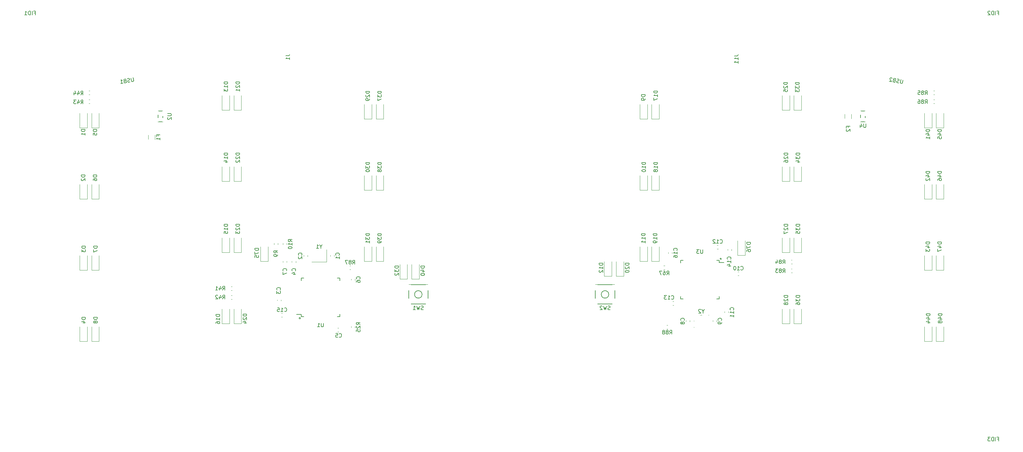
<source format=gbo>
G04 #@! TF.GenerationSoftware,KiCad,Pcbnew,(5.1.4)-1*
G04 #@! TF.CreationDate,2019-09-30T23:05:28-07:00*
G04 #@! TF.ProjectId,Orbit,4f726269-742e-46b6-9963-61645f706362,rev?*
G04 #@! TF.SameCoordinates,Original*
G04 #@! TF.FileFunction,Legend,Bot*
G04 #@! TF.FilePolarity,Positive*
%FSLAX46Y46*%
G04 Gerber Fmt 4.6, Leading zero omitted, Abs format (unit mm)*
G04 Created by KiCad (PCBNEW (5.1.4)-1) date 2019-09-30 23:05:28*
%MOMM*%
%LPD*%
G04 APERTURE LIST*
%ADD10C,0.150000*%
%ADD11C,0.120000*%
%ADD12C,0.010000*%
%ADD13C,2.650000*%
%ADD14C,4.387800*%
%ADD15C,2.150000*%
%ADD16R,0.950000X1.900000*%
%ADD17R,1.900000X0.950000*%
%ADD18C,0.100000*%
%ADD19C,1.275000*%
%ADD20R,1.800000X1.600000*%
%ADD21C,1.000000*%
%ADD22C,0.700000*%
%ADD23C,1.050000*%
%ADD24C,1.400000*%
%ADD25C,1.400000*%
%ADD26R,1.100000X1.400000*%
%ADD27R,1.100000X1.000000*%
%ADD28R,2.200000X1.500000*%
%ADD29C,1.187400*%
%ADD30C,1.900000*%
%ADD31O,1.600000X2.200000*%
%ADD32C,2.540000*%
%ADD33C,1.650000*%
%ADD34R,1.600000X1.300000*%
G04 APERTURE END LIST*
D10*
X89884250Y-102393750D02*
G75*
G03X89884250Y-102393750I-190500J0D01*
G01*
X202585855Y-86518750D02*
G75*
G03X202585855Y-86518750I-179605J0D01*
G01*
X202025000Y-87475000D02*
X203300000Y-87475000D01*
X191675000Y-86900000D02*
X192350000Y-86900000D01*
X191675000Y-97250000D02*
X192350000Y-97250000D01*
X202025000Y-97250000D02*
X201350000Y-97250000D01*
X202025000Y-86900000D02*
X201350000Y-86900000D01*
X202025000Y-97250000D02*
X202025000Y-96575000D01*
X191675000Y-97250000D02*
X191675000Y-96575000D01*
X191675000Y-86900000D02*
X191675000Y-87575000D01*
X202025000Y-86900000D02*
X202025000Y-87475000D01*
D11*
X188402500Y-85094029D02*
X188402500Y-84768471D01*
X189422500Y-85094029D02*
X189422500Y-84768471D01*
X85094029Y-102110000D02*
X84768471Y-102110000D01*
X85094029Y-101090000D02*
X84768471Y-101090000D01*
D10*
X90075000Y-101437500D02*
X88800000Y-101437500D01*
X100425000Y-102012500D02*
X99750000Y-102012500D01*
X100425000Y-91662500D02*
X99750000Y-91662500D01*
X90075000Y-91662500D02*
X90750000Y-91662500D01*
X90075000Y-102012500D02*
X90750000Y-102012500D01*
X90075000Y-91662500D02*
X90075000Y-92337500D01*
X100425000Y-91662500D02*
X100425000Y-92337500D01*
X100425000Y-102012500D02*
X100425000Y-101337500D01*
X90075000Y-102012500D02*
X90075000Y-101437500D01*
D11*
X195231000Y-101537500D02*
X199231000Y-101537500D01*
X195231000Y-104837500D02*
X195231000Y-101537500D01*
X96869000Y-87375000D02*
X92869000Y-87375000D01*
X96869000Y-84075000D02*
X96869000Y-87375000D01*
D10*
X239856250Y-46968750D02*
X239856250Y-49868750D01*
X239856250Y-46968750D02*
X241156250Y-46968750D01*
X241156250Y-46968750D02*
X241156250Y-49868750D01*
X241156250Y-49868750D02*
X239856250Y-49868750D01*
X51737500Y-46968750D02*
X51737500Y-49868750D01*
X51737500Y-46968750D02*
X53037500Y-46968750D01*
X53037500Y-46968750D02*
X53037500Y-49868750D01*
X53037500Y-49868750D02*
X51737500Y-49868750D01*
X168850000Y-98643750D02*
X174050000Y-98643750D01*
X174050000Y-98643750D02*
X174050000Y-93443750D01*
X174050000Y-93443750D02*
X168850000Y-93443750D01*
X168850000Y-93443750D02*
X168850000Y-98643750D01*
X172450000Y-96043750D02*
G75*
G03X172450000Y-96043750I-1000000J0D01*
G01*
X124043750Y-93443750D02*
X118843750Y-93443750D01*
X118843750Y-93443750D02*
X118843750Y-98643750D01*
X118843750Y-98643750D02*
X124043750Y-98643750D01*
X124043750Y-98643750D02*
X124043750Y-93443750D01*
X122443750Y-96043750D02*
G75*
G03X122443750Y-96043750I-1000000J0D01*
G01*
D11*
X187955971Y-104265000D02*
X188281529Y-104265000D01*
X187955971Y-105285000D02*
X188281529Y-105285000D01*
X103350279Y-89410000D02*
X103024721Y-89410000D01*
X103350279Y-88390000D02*
X103024721Y-88390000D01*
X259393471Y-43940000D02*
X259719029Y-43940000D01*
X259393471Y-44960000D02*
X259719029Y-44960000D01*
X259393471Y-41558750D02*
X259719029Y-41558750D01*
X259393471Y-42578750D02*
X259719029Y-42578750D01*
X221293471Y-86802500D02*
X221619029Y-86802500D01*
X221293471Y-87822500D02*
X221619029Y-87822500D01*
X221293471Y-89183750D02*
X221619029Y-89183750D01*
X221293471Y-90203750D02*
X221619029Y-90203750D01*
X187162221Y-88390000D02*
X187487779Y-88390000D01*
X187162221Y-89410000D02*
X187487779Y-89410000D01*
X33500279Y-42578750D02*
X33174721Y-42578750D01*
X33500279Y-41558750D02*
X33174721Y-41558750D01*
X33500279Y-44960000D02*
X33174721Y-44960000D01*
X33500279Y-43940000D02*
X33174721Y-43940000D01*
X71600279Y-97347500D02*
X71274721Y-97347500D01*
X71600279Y-96327500D02*
X71274721Y-96327500D01*
X71600279Y-94966250D02*
X71274721Y-94966250D01*
X71600279Y-93946250D02*
X71274721Y-93946250D01*
X103471250Y-104937779D02*
X103471250Y-104612221D01*
X104491250Y-104937779D02*
X104491250Y-104612221D01*
X85215000Y-82712779D02*
X85215000Y-82387221D01*
X86235000Y-82712779D02*
X86235000Y-82387221D01*
X82833750Y-82712779D02*
X82833750Y-82387221D01*
X83853750Y-82712779D02*
X83853750Y-82387221D01*
X235627500Y-49020814D02*
X235627500Y-47816686D01*
X237447500Y-49020814D02*
X237447500Y-47816686D01*
X49096250Y-54577064D02*
X49096250Y-53372936D01*
X50916250Y-54577064D02*
X50916250Y-53372936D01*
X208962500Y-85593750D02*
X208962500Y-81693750D01*
X206962500Y-85593750D02*
X206962500Y-81693750D01*
X208962500Y-85593750D02*
X206962500Y-85593750D01*
X81168750Y-87181250D02*
X81168750Y-83281250D01*
X79168750Y-87181250D02*
X79168750Y-83281250D01*
X81168750Y-87181250D02*
X79168750Y-87181250D01*
X262143750Y-108612500D02*
X262143750Y-104712500D01*
X260143750Y-108612500D02*
X260143750Y-104712500D01*
X262143750Y-108612500D02*
X260143750Y-108612500D01*
X262143750Y-89562500D02*
X262143750Y-85662500D01*
X260143750Y-89562500D02*
X260143750Y-85662500D01*
X262143750Y-89562500D02*
X260143750Y-89562500D01*
X262143750Y-70512500D02*
X262143750Y-66612500D01*
X260143750Y-70512500D02*
X260143750Y-66612500D01*
X262143750Y-70512500D02*
X260143750Y-70512500D01*
X262143750Y-51462500D02*
X262143750Y-47562500D01*
X260143750Y-51462500D02*
X260143750Y-47562500D01*
X262143750Y-51462500D02*
X260143750Y-51462500D01*
X258968750Y-108612500D02*
X258968750Y-104712500D01*
X256968750Y-108612500D02*
X256968750Y-104712500D01*
X258968750Y-108612500D02*
X256968750Y-108612500D01*
X258968750Y-89562500D02*
X258968750Y-85662500D01*
X256968750Y-89562500D02*
X256968750Y-85662500D01*
X258968750Y-89562500D02*
X256968750Y-89562500D01*
X258968750Y-70512500D02*
X258968750Y-66612500D01*
X256968750Y-70512500D02*
X256968750Y-66612500D01*
X258968750Y-70512500D02*
X256968750Y-70512500D01*
X258968750Y-51462500D02*
X258968750Y-47562500D01*
X256968750Y-51462500D02*
X256968750Y-47562500D01*
X258968750Y-51462500D02*
X256968750Y-51462500D01*
X121650000Y-91943750D02*
X121650000Y-88043750D01*
X119650000Y-91943750D02*
X119650000Y-88043750D01*
X121650000Y-91943750D02*
X119650000Y-91943750D01*
X112125000Y-87181250D02*
X112125000Y-83281250D01*
X110125000Y-87181250D02*
X110125000Y-83281250D01*
X112125000Y-87181250D02*
X110125000Y-87181250D01*
X112125000Y-68131250D02*
X112125000Y-64231250D01*
X110125000Y-68131250D02*
X110125000Y-64231250D01*
X112125000Y-68131250D02*
X110125000Y-68131250D01*
X112125000Y-49081250D02*
X112125000Y-45181250D01*
X110125000Y-49081250D02*
X110125000Y-45181250D01*
X112125000Y-49081250D02*
X110125000Y-49081250D01*
X224043750Y-103850000D02*
X224043750Y-99950000D01*
X222043750Y-103850000D02*
X222043750Y-99950000D01*
X224043750Y-103850000D02*
X222043750Y-103850000D01*
X224043750Y-84800000D02*
X224043750Y-80900000D01*
X222043750Y-84800000D02*
X222043750Y-80900000D01*
X224043750Y-84800000D02*
X222043750Y-84800000D01*
X224043750Y-65750000D02*
X224043750Y-61850000D01*
X222043750Y-65750000D02*
X222043750Y-61850000D01*
X224043750Y-65750000D02*
X222043750Y-65750000D01*
X224043750Y-46700000D02*
X224043750Y-42800000D01*
X222043750Y-46700000D02*
X222043750Y-42800000D01*
X224043750Y-46700000D02*
X222043750Y-46700000D01*
X118475000Y-91943750D02*
X118475000Y-88043750D01*
X116475000Y-91943750D02*
X116475000Y-88043750D01*
X118475000Y-91943750D02*
X116475000Y-91943750D01*
X108950000Y-87181250D02*
X108950000Y-83281250D01*
X106950000Y-87181250D02*
X106950000Y-83281250D01*
X108950000Y-87181250D02*
X106950000Y-87181250D01*
X108950000Y-68131250D02*
X108950000Y-64231250D01*
X106950000Y-68131250D02*
X106950000Y-64231250D01*
X108950000Y-68131250D02*
X106950000Y-68131250D01*
X108950000Y-49081250D02*
X108950000Y-45181250D01*
X106950000Y-49081250D02*
X106950000Y-45181250D01*
X108950000Y-49081250D02*
X106950000Y-49081250D01*
X220868750Y-103850000D02*
X220868750Y-99950000D01*
X218868750Y-103850000D02*
X218868750Y-99950000D01*
X220868750Y-103850000D02*
X218868750Y-103850000D01*
X220868750Y-84800000D02*
X220868750Y-80900000D01*
X218868750Y-84800000D02*
X218868750Y-80900000D01*
X220868750Y-84800000D02*
X218868750Y-84800000D01*
X220868750Y-65750000D02*
X220868750Y-61850000D01*
X218868750Y-65750000D02*
X218868750Y-61850000D01*
X220868750Y-65750000D02*
X218868750Y-65750000D01*
X220868750Y-46700000D02*
X220868750Y-42800000D01*
X218868750Y-46700000D02*
X218868750Y-42800000D01*
X220868750Y-46700000D02*
X218868750Y-46700000D01*
X74025000Y-103850000D02*
X74025000Y-99950000D01*
X72025000Y-103850000D02*
X72025000Y-99950000D01*
X74025000Y-103850000D02*
X72025000Y-103850000D01*
X74025000Y-84800000D02*
X74025000Y-80900000D01*
X72025000Y-84800000D02*
X72025000Y-80900000D01*
X74025000Y-84800000D02*
X72025000Y-84800000D01*
X74025000Y-65750000D02*
X74025000Y-61850000D01*
X72025000Y-65750000D02*
X72025000Y-61850000D01*
X74025000Y-65750000D02*
X72025000Y-65750000D01*
X74025000Y-46700000D02*
X74025000Y-42800000D01*
X72025000Y-46700000D02*
X72025000Y-42800000D01*
X74025000Y-46700000D02*
X72025000Y-46700000D01*
X176418750Y-91150000D02*
X176418750Y-87250000D01*
X174418750Y-91150000D02*
X174418750Y-87250000D01*
X176418750Y-91150000D02*
X174418750Y-91150000D01*
X185943750Y-87181250D02*
X185943750Y-83281250D01*
X183943750Y-87181250D02*
X183943750Y-83281250D01*
X185943750Y-87181250D02*
X183943750Y-87181250D01*
X185943750Y-68131250D02*
X185943750Y-64231250D01*
X183943750Y-68131250D02*
X183943750Y-64231250D01*
X185943750Y-68131250D02*
X183943750Y-68131250D01*
X185943750Y-49081250D02*
X185943750Y-45181250D01*
X183943750Y-49081250D02*
X183943750Y-45181250D01*
X185943750Y-49081250D02*
X183943750Y-49081250D01*
X70850000Y-103850000D02*
X70850000Y-99950000D01*
X68850000Y-103850000D02*
X68850000Y-99950000D01*
X70850000Y-103850000D02*
X68850000Y-103850000D01*
X70850000Y-84800000D02*
X70850000Y-80900000D01*
X68850000Y-84800000D02*
X68850000Y-80900000D01*
X70850000Y-84800000D02*
X68850000Y-84800000D01*
X70850000Y-65750000D02*
X70850000Y-61850000D01*
X68850000Y-65750000D02*
X68850000Y-61850000D01*
X70850000Y-65750000D02*
X68850000Y-65750000D01*
X70850000Y-46700000D02*
X70850000Y-42800000D01*
X68850000Y-46700000D02*
X68850000Y-42800000D01*
X70850000Y-46700000D02*
X68850000Y-46700000D01*
X173243750Y-91150000D02*
X173243750Y-87250000D01*
X171243750Y-91150000D02*
X171243750Y-87250000D01*
X173243750Y-91150000D02*
X171243750Y-91150000D01*
X182768750Y-87181250D02*
X182768750Y-83281250D01*
X180768750Y-87181250D02*
X180768750Y-83281250D01*
X182768750Y-87181250D02*
X180768750Y-87181250D01*
X182768750Y-68131250D02*
X182768750Y-64231250D01*
X180768750Y-68131250D02*
X180768750Y-64231250D01*
X182768750Y-68131250D02*
X180768750Y-68131250D01*
X182768750Y-49081250D02*
X182768750Y-45181250D01*
X180768750Y-49081250D02*
X180768750Y-45181250D01*
X182768750Y-49081250D02*
X180768750Y-49081250D01*
X35925000Y-108612500D02*
X35925000Y-104712500D01*
X33925000Y-108612500D02*
X33925000Y-104712500D01*
X35925000Y-108612500D02*
X33925000Y-108612500D01*
X35925000Y-89562500D02*
X35925000Y-85662500D01*
X33925000Y-89562500D02*
X33925000Y-85662500D01*
X35925000Y-89562500D02*
X33925000Y-89562500D01*
X35925000Y-70512500D02*
X35925000Y-66612500D01*
X33925000Y-70512500D02*
X33925000Y-66612500D01*
X35925000Y-70512500D02*
X33925000Y-70512500D01*
X35925000Y-51462500D02*
X35925000Y-47562500D01*
X33925000Y-51462500D02*
X33925000Y-47562500D01*
X35925000Y-51462500D02*
X33925000Y-51462500D01*
X32750000Y-108612500D02*
X32750000Y-104712500D01*
X30750000Y-108612500D02*
X30750000Y-104712500D01*
X32750000Y-108612500D02*
X30750000Y-108612500D01*
X32750000Y-89562500D02*
X32750000Y-85662500D01*
X30750000Y-89562500D02*
X30750000Y-85662500D01*
X32750000Y-89562500D02*
X30750000Y-89562500D01*
X32750000Y-70512500D02*
X32750000Y-66612500D01*
X30750000Y-70512500D02*
X30750000Y-66612500D01*
X32750000Y-70512500D02*
X30750000Y-70512500D01*
X32750000Y-51462500D02*
X32750000Y-47562500D01*
X30750000Y-51462500D02*
X30750000Y-47562500D01*
X32750000Y-51462500D02*
X30750000Y-51462500D01*
X204277500Y-84300279D02*
X204277500Y-83974721D01*
X205297500Y-84300279D02*
X205297500Y-83974721D01*
X189543471Y-97915000D02*
X189869029Y-97915000D01*
X189543471Y-98935000D02*
X189869029Y-98935000D01*
X201775279Y-83853750D02*
X201449721Y-83853750D01*
X201775279Y-82833750D02*
X201449721Y-82833750D01*
X204503750Y-100643471D02*
X204503750Y-100969029D01*
X203483750Y-100643471D02*
X203483750Y-100969029D01*
X207331529Y-90997500D02*
X207005971Y-90997500D01*
X207331529Y-89977500D02*
X207005971Y-89977500D01*
X200308750Y-103350279D02*
X200308750Y-103024721D01*
X201328750Y-103350279D02*
X201328750Y-103024721D01*
X194185000Y-103024721D02*
X194185000Y-103350279D01*
X193165000Y-103024721D02*
X193165000Y-103350279D01*
X85215000Y-87475279D02*
X85215000Y-87149721D01*
X86235000Y-87475279D02*
X86235000Y-87149721D01*
X103471250Y-92237779D02*
X103471250Y-91912221D01*
X104491250Y-92237779D02*
X104491250Y-91912221D01*
X100175279Y-106078750D02*
X99849721Y-106078750D01*
X100175279Y-105058750D02*
X99849721Y-105058750D01*
X87596250Y-87475279D02*
X87596250Y-87149721D01*
X88616250Y-87475279D02*
X88616250Y-87149721D01*
X84647500Y-97468471D02*
X84647500Y-97794029D01*
X83627500Y-97468471D02*
X83627500Y-97794029D01*
X91791250Y-85562221D02*
X91791250Y-85887779D01*
X90771250Y-85562221D02*
X90771250Y-85887779D01*
X97915000Y-85887779D02*
X97915000Y-85562221D01*
X98935000Y-85887779D02*
X98935000Y-85562221D01*
D10*
X197611904Y-84077380D02*
X197611904Y-84886904D01*
X197564285Y-84982142D01*
X197516666Y-85029761D01*
X197421428Y-85077380D01*
X197230952Y-85077380D01*
X197135714Y-85029761D01*
X197088095Y-84982142D01*
X197040476Y-84886904D01*
X197040476Y-84077380D01*
X196659523Y-84077380D02*
X196040476Y-84077380D01*
X196373809Y-84458333D01*
X196230952Y-84458333D01*
X196135714Y-84505952D01*
X196088095Y-84553571D01*
X196040476Y-84648809D01*
X196040476Y-84886904D01*
X196088095Y-84982142D01*
X196135714Y-85029761D01*
X196230952Y-85077380D01*
X196516666Y-85077380D01*
X196611904Y-85029761D01*
X196659523Y-84982142D01*
X190699642Y-84288392D02*
X190747261Y-84240773D01*
X190794880Y-84097916D01*
X190794880Y-84002678D01*
X190747261Y-83859821D01*
X190652023Y-83764583D01*
X190556785Y-83716964D01*
X190366309Y-83669345D01*
X190223452Y-83669345D01*
X190032976Y-83716964D01*
X189937738Y-83764583D01*
X189842500Y-83859821D01*
X189794880Y-84002678D01*
X189794880Y-84097916D01*
X189842500Y-84240773D01*
X189890119Y-84288392D01*
X190794880Y-85240773D02*
X190794880Y-84669345D01*
X190794880Y-84955059D02*
X189794880Y-84955059D01*
X189937738Y-84859821D01*
X190032976Y-84764583D01*
X190080595Y-84669345D01*
X189794880Y-86097916D02*
X189794880Y-85907440D01*
X189842500Y-85812202D01*
X189890119Y-85764583D01*
X190032976Y-85669345D01*
X190223452Y-85621726D01*
X190604404Y-85621726D01*
X190699642Y-85669345D01*
X190747261Y-85716964D01*
X190794880Y-85812202D01*
X190794880Y-86002678D01*
X190747261Y-86097916D01*
X190699642Y-86145535D01*
X190604404Y-86193154D01*
X190366309Y-86193154D01*
X190271071Y-86145535D01*
X190223452Y-86097916D01*
X190175833Y-86002678D01*
X190175833Y-85812202D01*
X190223452Y-85716964D01*
X190271071Y-85669345D01*
X190366309Y-85621726D01*
X85574107Y-100527142D02*
X85621726Y-100574761D01*
X85764583Y-100622380D01*
X85859821Y-100622380D01*
X86002678Y-100574761D01*
X86097916Y-100479523D01*
X86145535Y-100384285D01*
X86193154Y-100193809D01*
X86193154Y-100050952D01*
X86145535Y-99860476D01*
X86097916Y-99765238D01*
X86002678Y-99670000D01*
X85859821Y-99622380D01*
X85764583Y-99622380D01*
X85621726Y-99670000D01*
X85574107Y-99717619D01*
X84621726Y-100622380D02*
X85193154Y-100622380D01*
X84907440Y-100622380D02*
X84907440Y-99622380D01*
X85002678Y-99765238D01*
X85097916Y-99860476D01*
X85193154Y-99908095D01*
X83716964Y-99622380D02*
X84193154Y-99622380D01*
X84240773Y-100098571D01*
X84193154Y-100050952D01*
X84097916Y-100003333D01*
X83859821Y-100003333D01*
X83764583Y-100050952D01*
X83716964Y-100098571D01*
X83669345Y-100193809D01*
X83669345Y-100431904D01*
X83716964Y-100527142D01*
X83764583Y-100574761D01*
X83859821Y-100622380D01*
X84097916Y-100622380D01*
X84193154Y-100574761D01*
X84240773Y-100527142D01*
X96011904Y-103739880D02*
X96011904Y-104549404D01*
X95964285Y-104644642D01*
X95916666Y-104692261D01*
X95821428Y-104739880D01*
X95630952Y-104739880D01*
X95535714Y-104692261D01*
X95488095Y-104644642D01*
X95440476Y-104549404D01*
X95440476Y-103739880D01*
X94440476Y-104739880D02*
X95011904Y-104739880D01*
X94726190Y-104739880D02*
X94726190Y-103739880D01*
X94821428Y-103882738D01*
X94916666Y-103977976D01*
X95011904Y-104025595D01*
X197707190Y-100560190D02*
X197707190Y-101036380D01*
X198040523Y-100036380D02*
X197707190Y-100560190D01*
X197373857Y-100036380D01*
X197088142Y-100131619D02*
X197040523Y-100084000D01*
X196945285Y-100036380D01*
X196707190Y-100036380D01*
X196611952Y-100084000D01*
X196564333Y-100131619D01*
X196516714Y-100226857D01*
X196516714Y-100322095D01*
X196564333Y-100464952D01*
X197135761Y-101036380D01*
X196516714Y-101036380D01*
X95345190Y-83251190D02*
X95345190Y-83727380D01*
X95678523Y-82727380D02*
X95345190Y-83251190D01*
X95011857Y-82727380D01*
X94154714Y-83727380D02*
X94726142Y-83727380D01*
X94440428Y-83727380D02*
X94440428Y-82727380D01*
X94535666Y-82870238D01*
X94630904Y-82965476D01*
X94726142Y-83013095D01*
X251234782Y-38624517D02*
X251094210Y-39421742D01*
X251030776Y-39507265D01*
X250975612Y-39545891D01*
X250873552Y-39576249D01*
X250685969Y-39543173D01*
X250600447Y-39479740D01*
X250561820Y-39424575D01*
X250531463Y-39322515D01*
X250672035Y-38525290D01*
X250084595Y-39388781D02*
X249935639Y-39410870D01*
X249701161Y-39369525D01*
X249615639Y-39306091D01*
X249577013Y-39250927D01*
X249546655Y-39148867D01*
X249563193Y-39055075D01*
X249626626Y-38969553D01*
X249681791Y-38930927D01*
X249783851Y-38900569D01*
X249979702Y-38886749D01*
X250081763Y-38856391D01*
X250136927Y-38817765D01*
X250200361Y-38732243D01*
X250216899Y-38638451D01*
X250186541Y-38536391D01*
X250147914Y-38481227D01*
X250062392Y-38417793D01*
X249827914Y-38376448D01*
X249678958Y-38398537D01*
X248854208Y-38688294D02*
X248705252Y-38710383D01*
X248650087Y-38749009D01*
X248586654Y-38834532D01*
X248561847Y-38975219D01*
X248592205Y-39077279D01*
X248630831Y-39132443D01*
X248716354Y-39195877D01*
X249091519Y-39262028D01*
X249265167Y-38277221D01*
X248936897Y-38219338D01*
X248834837Y-38249696D01*
X248779673Y-38288322D01*
X248716239Y-38373845D01*
X248699701Y-38467636D01*
X248730059Y-38569696D01*
X248768686Y-38624861D01*
X248854208Y-38688294D01*
X249182477Y-38746177D01*
X248310717Y-38205633D02*
X248272090Y-38150468D01*
X248186568Y-38087035D01*
X247952090Y-38045690D01*
X247850030Y-38076048D01*
X247794865Y-38114674D01*
X247731431Y-38200196D01*
X247714894Y-38293988D01*
X247736982Y-38442943D01*
X248200502Y-39104918D01*
X247590859Y-38997422D01*
X45050596Y-38020883D02*
X45191168Y-38818108D01*
X45160811Y-38920168D01*
X45122184Y-38975333D01*
X45036662Y-39038767D01*
X44849079Y-39071842D01*
X44747019Y-39041485D01*
X44691855Y-39002858D01*
X44628421Y-38917336D01*
X44487849Y-38120110D01*
X44231168Y-39132443D02*
X44098750Y-39204146D01*
X43864272Y-39245491D01*
X43762212Y-39215133D01*
X43707047Y-39176506D01*
X43643613Y-39090984D01*
X43627075Y-38997193D01*
X43657433Y-38895133D01*
X43696060Y-38839968D01*
X43781582Y-38776534D01*
X43960896Y-38696563D01*
X44046418Y-38633130D01*
X44085044Y-38577965D01*
X44115402Y-38475905D01*
X44098864Y-38382114D01*
X44035431Y-38296591D01*
X43980266Y-38257965D01*
X43878206Y-38227607D01*
X43643728Y-38268952D01*
X43511310Y-38340654D01*
X42835401Y-38895018D02*
X42702983Y-38966721D01*
X42664356Y-39021885D01*
X42633999Y-39123945D01*
X42658806Y-39264632D01*
X42722239Y-39350154D01*
X42777404Y-39388781D01*
X42879464Y-39419139D01*
X43254629Y-39352987D01*
X43080981Y-38368179D01*
X42752711Y-38426062D01*
X42667189Y-38489496D01*
X42628562Y-38544660D01*
X42598205Y-38646720D01*
X42614743Y-38740512D01*
X42678176Y-38826034D01*
X42733341Y-38864660D01*
X42835401Y-38895018D01*
X43163670Y-38837135D01*
X41753969Y-39617594D02*
X42316717Y-39518366D01*
X42035343Y-39567980D02*
X41861695Y-38583172D01*
X41980293Y-38707321D01*
X42090622Y-38784574D01*
X42192682Y-38814932D01*
X241299904Y-50379380D02*
X241299904Y-51188904D01*
X241252285Y-51284142D01*
X241204666Y-51331761D01*
X241109428Y-51379380D01*
X240918952Y-51379380D01*
X240823714Y-51331761D01*
X240776095Y-51284142D01*
X240728476Y-51188904D01*
X240728476Y-50379380D01*
X239823714Y-50712714D02*
X239823714Y-51379380D01*
X240061809Y-50331761D02*
X240299904Y-51046047D01*
X239680857Y-51046047D01*
X54289880Y-47656845D02*
X55099404Y-47656845D01*
X55194642Y-47704464D01*
X55242261Y-47752083D01*
X55289880Y-47847321D01*
X55289880Y-48037797D01*
X55242261Y-48133035D01*
X55194642Y-48180654D01*
X55099404Y-48228273D01*
X54289880Y-48228273D01*
X54385119Y-48656845D02*
X54337500Y-48704464D01*
X54289880Y-48799702D01*
X54289880Y-49037797D01*
X54337500Y-49133035D01*
X54385119Y-49180654D01*
X54480357Y-49228273D01*
X54575595Y-49228273D01*
X54718452Y-49180654D01*
X55289880Y-48609226D01*
X55289880Y-49228273D01*
X172783333Y-100099761D02*
X172640476Y-100147380D01*
X172402380Y-100147380D01*
X172307142Y-100099761D01*
X172259523Y-100052142D01*
X172211904Y-99956904D01*
X172211904Y-99861666D01*
X172259523Y-99766428D01*
X172307142Y-99718809D01*
X172402380Y-99671190D01*
X172592857Y-99623571D01*
X172688095Y-99575952D01*
X172735714Y-99528333D01*
X172783333Y-99433095D01*
X172783333Y-99337857D01*
X172735714Y-99242619D01*
X172688095Y-99195000D01*
X172592857Y-99147380D01*
X172354761Y-99147380D01*
X172211904Y-99195000D01*
X171878571Y-99147380D02*
X171640476Y-100147380D01*
X171450000Y-99433095D01*
X171259523Y-100147380D01*
X171021428Y-99147380D01*
X170688095Y-99242619D02*
X170640476Y-99195000D01*
X170545238Y-99147380D01*
X170307142Y-99147380D01*
X170211904Y-99195000D01*
X170164285Y-99242619D01*
X170116666Y-99337857D01*
X170116666Y-99433095D01*
X170164285Y-99575952D01*
X170735714Y-100147380D01*
X170116666Y-100147380D01*
X122745333Y-100099761D02*
X122602476Y-100147380D01*
X122364380Y-100147380D01*
X122269142Y-100099761D01*
X122221523Y-100052142D01*
X122173904Y-99956904D01*
X122173904Y-99861666D01*
X122221523Y-99766428D01*
X122269142Y-99718809D01*
X122364380Y-99671190D01*
X122554857Y-99623571D01*
X122650095Y-99575952D01*
X122697714Y-99528333D01*
X122745333Y-99433095D01*
X122745333Y-99337857D01*
X122697714Y-99242619D01*
X122650095Y-99195000D01*
X122554857Y-99147380D01*
X122316761Y-99147380D01*
X122173904Y-99195000D01*
X121840571Y-99147380D02*
X121602476Y-100147380D01*
X121412000Y-99433095D01*
X121221523Y-100147380D01*
X120983428Y-99147380D01*
X120078666Y-100147380D02*
X120650095Y-100147380D01*
X120364380Y-100147380D02*
X120364380Y-99147380D01*
X120459619Y-99290238D01*
X120554857Y-99385476D01*
X120650095Y-99433095D01*
X188761607Y-106657380D02*
X189094940Y-106181190D01*
X189333035Y-106657380D02*
X189333035Y-105657380D01*
X188952083Y-105657380D01*
X188856845Y-105705000D01*
X188809226Y-105752619D01*
X188761607Y-105847857D01*
X188761607Y-105990714D01*
X188809226Y-106085952D01*
X188856845Y-106133571D01*
X188952083Y-106181190D01*
X189333035Y-106181190D01*
X188190178Y-106085952D02*
X188285416Y-106038333D01*
X188333035Y-105990714D01*
X188380654Y-105895476D01*
X188380654Y-105847857D01*
X188333035Y-105752619D01*
X188285416Y-105705000D01*
X188190178Y-105657380D01*
X187999702Y-105657380D01*
X187904464Y-105705000D01*
X187856845Y-105752619D01*
X187809226Y-105847857D01*
X187809226Y-105895476D01*
X187856845Y-105990714D01*
X187904464Y-106038333D01*
X187999702Y-106085952D01*
X188190178Y-106085952D01*
X188285416Y-106133571D01*
X188333035Y-106181190D01*
X188380654Y-106276428D01*
X188380654Y-106466904D01*
X188333035Y-106562142D01*
X188285416Y-106609761D01*
X188190178Y-106657380D01*
X187999702Y-106657380D01*
X187904464Y-106609761D01*
X187856845Y-106562142D01*
X187809226Y-106466904D01*
X187809226Y-106276428D01*
X187856845Y-106181190D01*
X187904464Y-106133571D01*
X187999702Y-106085952D01*
X187237797Y-106085952D02*
X187333035Y-106038333D01*
X187380654Y-105990714D01*
X187428273Y-105895476D01*
X187428273Y-105847857D01*
X187380654Y-105752619D01*
X187333035Y-105705000D01*
X187237797Y-105657380D01*
X187047321Y-105657380D01*
X186952083Y-105705000D01*
X186904464Y-105752619D01*
X186856845Y-105847857D01*
X186856845Y-105895476D01*
X186904464Y-105990714D01*
X186952083Y-106038333D01*
X187047321Y-106085952D01*
X187237797Y-106085952D01*
X187333035Y-106133571D01*
X187380654Y-106181190D01*
X187428273Y-106276428D01*
X187428273Y-106466904D01*
X187380654Y-106562142D01*
X187333035Y-106609761D01*
X187237797Y-106657380D01*
X187047321Y-106657380D01*
X186952083Y-106609761D01*
X186904464Y-106562142D01*
X186856845Y-106466904D01*
X186856845Y-106276428D01*
X186904464Y-106181190D01*
X186952083Y-106133571D01*
X187047321Y-106085952D01*
X103830357Y-87922380D02*
X104163690Y-87446190D01*
X104401785Y-87922380D02*
X104401785Y-86922380D01*
X104020833Y-86922380D01*
X103925595Y-86970000D01*
X103877976Y-87017619D01*
X103830357Y-87112857D01*
X103830357Y-87255714D01*
X103877976Y-87350952D01*
X103925595Y-87398571D01*
X104020833Y-87446190D01*
X104401785Y-87446190D01*
X103258928Y-87350952D02*
X103354166Y-87303333D01*
X103401785Y-87255714D01*
X103449404Y-87160476D01*
X103449404Y-87112857D01*
X103401785Y-87017619D01*
X103354166Y-86970000D01*
X103258928Y-86922380D01*
X103068452Y-86922380D01*
X102973214Y-86970000D01*
X102925595Y-87017619D01*
X102877976Y-87112857D01*
X102877976Y-87160476D01*
X102925595Y-87255714D01*
X102973214Y-87303333D01*
X103068452Y-87350952D01*
X103258928Y-87350952D01*
X103354166Y-87398571D01*
X103401785Y-87446190D01*
X103449404Y-87541428D01*
X103449404Y-87731904D01*
X103401785Y-87827142D01*
X103354166Y-87874761D01*
X103258928Y-87922380D01*
X103068452Y-87922380D01*
X102973214Y-87874761D01*
X102925595Y-87827142D01*
X102877976Y-87731904D01*
X102877976Y-87541428D01*
X102925595Y-87446190D01*
X102973214Y-87398571D01*
X103068452Y-87350952D01*
X102544642Y-86922380D02*
X101877976Y-86922380D01*
X102306547Y-87922380D01*
X257151107Y-44935380D02*
X257484440Y-44459190D01*
X257722535Y-44935380D02*
X257722535Y-43935380D01*
X257341583Y-43935380D01*
X257246345Y-43983000D01*
X257198726Y-44030619D01*
X257151107Y-44125857D01*
X257151107Y-44268714D01*
X257198726Y-44363952D01*
X257246345Y-44411571D01*
X257341583Y-44459190D01*
X257722535Y-44459190D01*
X256579678Y-44363952D02*
X256674916Y-44316333D01*
X256722535Y-44268714D01*
X256770154Y-44173476D01*
X256770154Y-44125857D01*
X256722535Y-44030619D01*
X256674916Y-43983000D01*
X256579678Y-43935380D01*
X256389202Y-43935380D01*
X256293964Y-43983000D01*
X256246345Y-44030619D01*
X256198726Y-44125857D01*
X256198726Y-44173476D01*
X256246345Y-44268714D01*
X256293964Y-44316333D01*
X256389202Y-44363952D01*
X256579678Y-44363952D01*
X256674916Y-44411571D01*
X256722535Y-44459190D01*
X256770154Y-44554428D01*
X256770154Y-44744904D01*
X256722535Y-44840142D01*
X256674916Y-44887761D01*
X256579678Y-44935380D01*
X256389202Y-44935380D01*
X256293964Y-44887761D01*
X256246345Y-44840142D01*
X256198726Y-44744904D01*
X256198726Y-44554428D01*
X256246345Y-44459190D01*
X256293964Y-44411571D01*
X256389202Y-44363952D01*
X255341583Y-43935380D02*
X255532059Y-43935380D01*
X255627297Y-43983000D01*
X255674916Y-44030619D01*
X255770154Y-44173476D01*
X255817773Y-44363952D01*
X255817773Y-44744904D01*
X255770154Y-44840142D01*
X255722535Y-44887761D01*
X255627297Y-44935380D01*
X255436821Y-44935380D01*
X255341583Y-44887761D01*
X255293964Y-44840142D01*
X255246345Y-44744904D01*
X255246345Y-44506809D01*
X255293964Y-44411571D01*
X255341583Y-44363952D01*
X255436821Y-44316333D01*
X255627297Y-44316333D01*
X255722535Y-44363952D01*
X255770154Y-44411571D01*
X255817773Y-44506809D01*
X257151107Y-42554130D02*
X257484440Y-42077940D01*
X257722535Y-42554130D02*
X257722535Y-41554130D01*
X257341583Y-41554130D01*
X257246345Y-41601750D01*
X257198726Y-41649369D01*
X257151107Y-41744607D01*
X257151107Y-41887464D01*
X257198726Y-41982702D01*
X257246345Y-42030321D01*
X257341583Y-42077940D01*
X257722535Y-42077940D01*
X256579678Y-41982702D02*
X256674916Y-41935083D01*
X256722535Y-41887464D01*
X256770154Y-41792226D01*
X256770154Y-41744607D01*
X256722535Y-41649369D01*
X256674916Y-41601750D01*
X256579678Y-41554130D01*
X256389202Y-41554130D01*
X256293964Y-41601750D01*
X256246345Y-41649369D01*
X256198726Y-41744607D01*
X256198726Y-41792226D01*
X256246345Y-41887464D01*
X256293964Y-41935083D01*
X256389202Y-41982702D01*
X256579678Y-41982702D01*
X256674916Y-42030321D01*
X256722535Y-42077940D01*
X256770154Y-42173178D01*
X256770154Y-42363654D01*
X256722535Y-42458892D01*
X256674916Y-42506511D01*
X256579678Y-42554130D01*
X256389202Y-42554130D01*
X256293964Y-42506511D01*
X256246345Y-42458892D01*
X256198726Y-42363654D01*
X256198726Y-42173178D01*
X256246345Y-42077940D01*
X256293964Y-42030321D01*
X256389202Y-41982702D01*
X255293964Y-41554130D02*
X255770154Y-41554130D01*
X255817773Y-42030321D01*
X255770154Y-41982702D01*
X255674916Y-41935083D01*
X255436821Y-41935083D01*
X255341583Y-41982702D01*
X255293964Y-42030321D01*
X255246345Y-42125559D01*
X255246345Y-42363654D01*
X255293964Y-42458892D01*
X255341583Y-42506511D01*
X255436821Y-42554130D01*
X255674916Y-42554130D01*
X255770154Y-42506511D01*
X255817773Y-42458892D01*
X219051107Y-87797880D02*
X219384440Y-87321690D01*
X219622535Y-87797880D02*
X219622535Y-86797880D01*
X219241583Y-86797880D01*
X219146345Y-86845500D01*
X219098726Y-86893119D01*
X219051107Y-86988357D01*
X219051107Y-87131214D01*
X219098726Y-87226452D01*
X219146345Y-87274071D01*
X219241583Y-87321690D01*
X219622535Y-87321690D01*
X218479678Y-87226452D02*
X218574916Y-87178833D01*
X218622535Y-87131214D01*
X218670154Y-87035976D01*
X218670154Y-86988357D01*
X218622535Y-86893119D01*
X218574916Y-86845500D01*
X218479678Y-86797880D01*
X218289202Y-86797880D01*
X218193964Y-86845500D01*
X218146345Y-86893119D01*
X218098726Y-86988357D01*
X218098726Y-87035976D01*
X218146345Y-87131214D01*
X218193964Y-87178833D01*
X218289202Y-87226452D01*
X218479678Y-87226452D01*
X218574916Y-87274071D01*
X218622535Y-87321690D01*
X218670154Y-87416928D01*
X218670154Y-87607404D01*
X218622535Y-87702642D01*
X218574916Y-87750261D01*
X218479678Y-87797880D01*
X218289202Y-87797880D01*
X218193964Y-87750261D01*
X218146345Y-87702642D01*
X218098726Y-87607404D01*
X218098726Y-87416928D01*
X218146345Y-87321690D01*
X218193964Y-87274071D01*
X218289202Y-87226452D01*
X217241583Y-87131214D02*
X217241583Y-87797880D01*
X217479678Y-86750261D02*
X217717773Y-87464547D01*
X217098726Y-87464547D01*
X219051107Y-90179130D02*
X219384440Y-89702940D01*
X219622535Y-90179130D02*
X219622535Y-89179130D01*
X219241583Y-89179130D01*
X219146345Y-89226750D01*
X219098726Y-89274369D01*
X219051107Y-89369607D01*
X219051107Y-89512464D01*
X219098726Y-89607702D01*
X219146345Y-89655321D01*
X219241583Y-89702940D01*
X219622535Y-89702940D01*
X218479678Y-89607702D02*
X218574916Y-89560083D01*
X218622535Y-89512464D01*
X218670154Y-89417226D01*
X218670154Y-89369607D01*
X218622535Y-89274369D01*
X218574916Y-89226750D01*
X218479678Y-89179130D01*
X218289202Y-89179130D01*
X218193964Y-89226750D01*
X218146345Y-89274369D01*
X218098726Y-89369607D01*
X218098726Y-89417226D01*
X218146345Y-89512464D01*
X218193964Y-89560083D01*
X218289202Y-89607702D01*
X218479678Y-89607702D01*
X218574916Y-89655321D01*
X218622535Y-89702940D01*
X218670154Y-89798178D01*
X218670154Y-89988654D01*
X218622535Y-90083892D01*
X218574916Y-90131511D01*
X218479678Y-90179130D01*
X218289202Y-90179130D01*
X218193964Y-90131511D01*
X218146345Y-90083892D01*
X218098726Y-89988654D01*
X218098726Y-89798178D01*
X218146345Y-89702940D01*
X218193964Y-89655321D01*
X218289202Y-89607702D01*
X217765392Y-89179130D02*
X217146345Y-89179130D01*
X217479678Y-89560083D01*
X217336821Y-89560083D01*
X217241583Y-89607702D01*
X217193964Y-89655321D01*
X217146345Y-89750559D01*
X217146345Y-89988654D01*
X217193964Y-90083892D01*
X217241583Y-90131511D01*
X217336821Y-90179130D01*
X217622535Y-90179130D01*
X217717773Y-90131511D01*
X217765392Y-90083892D01*
X187967857Y-90782380D02*
X188301190Y-90306190D01*
X188539285Y-90782380D02*
X188539285Y-89782380D01*
X188158333Y-89782380D01*
X188063095Y-89830000D01*
X188015476Y-89877619D01*
X187967857Y-89972857D01*
X187967857Y-90115714D01*
X188015476Y-90210952D01*
X188063095Y-90258571D01*
X188158333Y-90306190D01*
X188539285Y-90306190D01*
X187110714Y-89782380D02*
X187301190Y-89782380D01*
X187396428Y-89830000D01*
X187444047Y-89877619D01*
X187539285Y-90020476D01*
X187586904Y-90210952D01*
X187586904Y-90591904D01*
X187539285Y-90687142D01*
X187491666Y-90734761D01*
X187396428Y-90782380D01*
X187205952Y-90782380D01*
X187110714Y-90734761D01*
X187063095Y-90687142D01*
X187015476Y-90591904D01*
X187015476Y-90353809D01*
X187063095Y-90258571D01*
X187110714Y-90210952D01*
X187205952Y-90163333D01*
X187396428Y-90163333D01*
X187491666Y-90210952D01*
X187539285Y-90258571D01*
X187586904Y-90353809D01*
X186682142Y-89782380D02*
X186015476Y-89782380D01*
X186444047Y-90782380D01*
X31059357Y-42615130D02*
X31392690Y-42138940D01*
X31630785Y-42615130D02*
X31630785Y-41615130D01*
X31249833Y-41615130D01*
X31154595Y-41662750D01*
X31106976Y-41710369D01*
X31059357Y-41805607D01*
X31059357Y-41948464D01*
X31106976Y-42043702D01*
X31154595Y-42091321D01*
X31249833Y-42138940D01*
X31630785Y-42138940D01*
X30202214Y-41948464D02*
X30202214Y-42615130D01*
X30440309Y-41567511D02*
X30678404Y-42281797D01*
X30059357Y-42281797D01*
X29249833Y-41948464D02*
X29249833Y-42615130D01*
X29487928Y-41567511D02*
X29726023Y-42281797D01*
X29106976Y-42281797D01*
X31059357Y-44996380D02*
X31392690Y-44520190D01*
X31630785Y-44996380D02*
X31630785Y-43996380D01*
X31249833Y-43996380D01*
X31154595Y-44044000D01*
X31106976Y-44091619D01*
X31059357Y-44186857D01*
X31059357Y-44329714D01*
X31106976Y-44424952D01*
X31154595Y-44472571D01*
X31249833Y-44520190D01*
X31630785Y-44520190D01*
X30202214Y-44329714D02*
X30202214Y-44996380D01*
X30440309Y-43948761D02*
X30678404Y-44663047D01*
X30059357Y-44663047D01*
X29773642Y-43996380D02*
X29154595Y-43996380D01*
X29487928Y-44377333D01*
X29345071Y-44377333D01*
X29249833Y-44424952D01*
X29202214Y-44472571D01*
X29154595Y-44567809D01*
X29154595Y-44805904D01*
X29202214Y-44901142D01*
X29249833Y-44948761D01*
X29345071Y-44996380D01*
X29630785Y-44996380D01*
X29726023Y-44948761D01*
X29773642Y-44901142D01*
X69032357Y-97256880D02*
X69365690Y-96780690D01*
X69603785Y-97256880D02*
X69603785Y-96256880D01*
X69222833Y-96256880D01*
X69127595Y-96304500D01*
X69079976Y-96352119D01*
X69032357Y-96447357D01*
X69032357Y-96590214D01*
X69079976Y-96685452D01*
X69127595Y-96733071D01*
X69222833Y-96780690D01*
X69603785Y-96780690D01*
X68175214Y-96590214D02*
X68175214Y-97256880D01*
X68413309Y-96209261D02*
X68651404Y-96923547D01*
X68032357Y-96923547D01*
X67699023Y-96352119D02*
X67651404Y-96304500D01*
X67556166Y-96256880D01*
X67318071Y-96256880D01*
X67222833Y-96304500D01*
X67175214Y-96352119D01*
X67127595Y-96447357D01*
X67127595Y-96542595D01*
X67175214Y-96685452D01*
X67746642Y-97256880D01*
X67127595Y-97256880D01*
X69032357Y-94875630D02*
X69365690Y-94399440D01*
X69603785Y-94875630D02*
X69603785Y-93875630D01*
X69222833Y-93875630D01*
X69127595Y-93923250D01*
X69079976Y-93970869D01*
X69032357Y-94066107D01*
X69032357Y-94208964D01*
X69079976Y-94304202D01*
X69127595Y-94351821D01*
X69222833Y-94399440D01*
X69603785Y-94399440D01*
X68175214Y-94208964D02*
X68175214Y-94875630D01*
X68413309Y-93828011D02*
X68651404Y-94542297D01*
X68032357Y-94542297D01*
X67127595Y-94875630D02*
X67699023Y-94875630D01*
X67413309Y-94875630D02*
X67413309Y-93875630D01*
X67508547Y-94018488D01*
X67603785Y-94113726D01*
X67699023Y-94161345D01*
X105862380Y-104132142D02*
X105386190Y-103798809D01*
X105862380Y-103560714D02*
X104862380Y-103560714D01*
X104862380Y-103941666D01*
X104910000Y-104036904D01*
X104957619Y-104084523D01*
X105052857Y-104132142D01*
X105195714Y-104132142D01*
X105290952Y-104084523D01*
X105338571Y-104036904D01*
X105386190Y-103941666D01*
X105386190Y-103560714D01*
X104957619Y-104513095D02*
X104910000Y-104560714D01*
X104862380Y-104655952D01*
X104862380Y-104894047D01*
X104910000Y-104989285D01*
X104957619Y-105036904D01*
X105052857Y-105084523D01*
X105148095Y-105084523D01*
X105290952Y-105036904D01*
X105862380Y-104465476D01*
X105862380Y-105084523D01*
X104862380Y-105989285D02*
X104862380Y-105513095D01*
X105338571Y-105465476D01*
X105290952Y-105513095D01*
X105243333Y-105608333D01*
X105243333Y-105846428D01*
X105290952Y-105941666D01*
X105338571Y-105989285D01*
X105433809Y-106036904D01*
X105671904Y-106036904D01*
X105767142Y-105989285D01*
X105814761Y-105941666D01*
X105862380Y-105846428D01*
X105862380Y-105608333D01*
X105814761Y-105513095D01*
X105767142Y-105465476D01*
X87607380Y-81907142D02*
X87131190Y-81573809D01*
X87607380Y-81335714D02*
X86607380Y-81335714D01*
X86607380Y-81716666D01*
X86655000Y-81811904D01*
X86702619Y-81859523D01*
X86797857Y-81907142D01*
X86940714Y-81907142D01*
X87035952Y-81859523D01*
X87083571Y-81811904D01*
X87131190Y-81716666D01*
X87131190Y-81335714D01*
X87607380Y-82859523D02*
X87607380Y-82288095D01*
X87607380Y-82573809D02*
X86607380Y-82573809D01*
X86750238Y-82478571D01*
X86845476Y-82383333D01*
X86893095Y-82288095D01*
X86607380Y-83478571D02*
X86607380Y-83573809D01*
X86655000Y-83669047D01*
X86702619Y-83716666D01*
X86797857Y-83764285D01*
X86988333Y-83811904D01*
X87226428Y-83811904D01*
X87416904Y-83764285D01*
X87512142Y-83716666D01*
X87559761Y-83669047D01*
X87607380Y-83573809D01*
X87607380Y-83478571D01*
X87559761Y-83383333D01*
X87512142Y-83335714D01*
X87416904Y-83288095D01*
X87226428Y-83240476D01*
X86988333Y-83240476D01*
X86797857Y-83288095D01*
X86702619Y-83335714D01*
X86655000Y-83383333D01*
X86607380Y-83478571D01*
X83764380Y-84923333D02*
X83288190Y-84590000D01*
X83764380Y-84351904D02*
X82764380Y-84351904D01*
X82764380Y-84732857D01*
X82812000Y-84828095D01*
X82859619Y-84875714D01*
X82954857Y-84923333D01*
X83097714Y-84923333D01*
X83192952Y-84875714D01*
X83240571Y-84828095D01*
X83288190Y-84732857D01*
X83288190Y-84351904D01*
X83764380Y-85399523D02*
X83764380Y-85590000D01*
X83716761Y-85685238D01*
X83669142Y-85732857D01*
X83526285Y-85828095D01*
X83335809Y-85875714D01*
X82954857Y-85875714D01*
X82859619Y-85828095D01*
X82812000Y-85780476D01*
X82764380Y-85685238D01*
X82764380Y-85494761D01*
X82812000Y-85399523D01*
X82859619Y-85351904D01*
X82954857Y-85304285D01*
X83192952Y-85304285D01*
X83288190Y-85351904D01*
X83335809Y-85399523D01*
X83383428Y-85494761D01*
X83383428Y-85685238D01*
X83335809Y-85780476D01*
X83288190Y-85828095D01*
X83192952Y-85875714D01*
X206108630Y-32210476D02*
X206822916Y-32210476D01*
X206965773Y-32162857D01*
X207061011Y-32067619D01*
X207108630Y-31924761D01*
X207108630Y-31829523D01*
X207108630Y-33210476D02*
X207108630Y-32639047D01*
X207108630Y-32924761D02*
X206108630Y-32924761D01*
X206251488Y-32829523D01*
X206346726Y-32734285D01*
X206394345Y-32639047D01*
X207108630Y-34162857D02*
X207108630Y-33591428D01*
X207108630Y-33877142D02*
X206108630Y-33877142D01*
X206251488Y-33781904D01*
X206346726Y-33686666D01*
X206394345Y-33591428D01*
X85939380Y-32178666D02*
X86653666Y-32178666D01*
X86796523Y-32131047D01*
X86891761Y-32035809D01*
X86939380Y-31892952D01*
X86939380Y-31797714D01*
X86939380Y-33178666D02*
X86939380Y-32607238D01*
X86939380Y-32892952D02*
X85939380Y-32892952D01*
X86082238Y-32797714D01*
X86177476Y-32702476D01*
X86225095Y-32607238D01*
X276502678Y-134747321D02*
X276836011Y-134747321D01*
X276836011Y-135271130D02*
X276836011Y-134271130D01*
X276359821Y-134271130D01*
X275978869Y-135271130D02*
X275978869Y-134271130D01*
X275502678Y-135271130D02*
X275502678Y-134271130D01*
X275264583Y-134271130D01*
X275121726Y-134318750D01*
X275026488Y-134413988D01*
X274978869Y-134509226D01*
X274931250Y-134699702D01*
X274931250Y-134842559D01*
X274978869Y-135033035D01*
X275026488Y-135128273D01*
X275121726Y-135223511D01*
X275264583Y-135271130D01*
X275502678Y-135271130D01*
X274597916Y-134271130D02*
X273978869Y-134271130D01*
X274312202Y-134652083D01*
X274169345Y-134652083D01*
X274074107Y-134699702D01*
X274026488Y-134747321D01*
X273978869Y-134842559D01*
X273978869Y-135080654D01*
X274026488Y-135175892D01*
X274074107Y-135223511D01*
X274169345Y-135271130D01*
X274455059Y-135271130D01*
X274550297Y-135223511D01*
X274597916Y-135175892D01*
X276502678Y-20684821D02*
X276836011Y-20684821D01*
X276836011Y-21208630D02*
X276836011Y-20208630D01*
X276359821Y-20208630D01*
X275978869Y-21208630D02*
X275978869Y-20208630D01*
X275502678Y-21208630D02*
X275502678Y-20208630D01*
X275264583Y-20208630D01*
X275121726Y-20256250D01*
X275026488Y-20351488D01*
X274978869Y-20446726D01*
X274931250Y-20637202D01*
X274931250Y-20780059D01*
X274978869Y-20970535D01*
X275026488Y-21065773D01*
X275121726Y-21161011D01*
X275264583Y-21208630D01*
X275502678Y-21208630D01*
X274550297Y-20303869D02*
X274502678Y-20256250D01*
X274407440Y-20208630D01*
X274169345Y-20208630D01*
X274074107Y-20256250D01*
X274026488Y-20303869D01*
X273978869Y-20399107D01*
X273978869Y-20494345D01*
X274026488Y-20637202D01*
X274597916Y-21208630D01*
X273978869Y-21208630D01*
X18533928Y-20684821D02*
X18867261Y-20684821D01*
X18867261Y-21208630D02*
X18867261Y-20208630D01*
X18391071Y-20208630D01*
X18010119Y-21208630D02*
X18010119Y-20208630D01*
X17533928Y-21208630D02*
X17533928Y-20208630D01*
X17295833Y-20208630D01*
X17152976Y-20256250D01*
X17057738Y-20351488D01*
X17010119Y-20446726D01*
X16962500Y-20637202D01*
X16962500Y-20780059D01*
X17010119Y-20970535D01*
X17057738Y-21065773D01*
X17152976Y-21161011D01*
X17295833Y-21208630D01*
X17533928Y-21208630D01*
X16010119Y-21208630D02*
X16581547Y-21208630D01*
X16295833Y-21208630D02*
X16295833Y-20208630D01*
X16391071Y-20351488D01*
X16486309Y-20446726D01*
X16581547Y-20494345D01*
X236529571Y-51355666D02*
X236529571Y-51022333D01*
X237053380Y-51022333D02*
X236053380Y-51022333D01*
X236053380Y-51498523D01*
X236148619Y-51831857D02*
X236101000Y-51879476D01*
X236053380Y-51974714D01*
X236053380Y-52212809D01*
X236101000Y-52308047D01*
X236148619Y-52355666D01*
X236243857Y-52403285D01*
X236339095Y-52403285D01*
X236481952Y-52355666D01*
X237053380Y-51784238D01*
X237053380Y-52403285D01*
X51754821Y-53641666D02*
X51754821Y-53308333D01*
X52278630Y-53308333D02*
X51278630Y-53308333D01*
X51278630Y-53784523D01*
X52278630Y-54689285D02*
X52278630Y-54117857D01*
X52278630Y-54403571D02*
X51278630Y-54403571D01*
X51421488Y-54308333D01*
X51516726Y-54213095D01*
X51564345Y-54117857D01*
X210414880Y-82129464D02*
X209414880Y-82129464D01*
X209414880Y-82367559D01*
X209462500Y-82510416D01*
X209557738Y-82605654D01*
X209652976Y-82653273D01*
X209843452Y-82700892D01*
X209986309Y-82700892D01*
X210176785Y-82653273D01*
X210272023Y-82605654D01*
X210367261Y-82510416D01*
X210414880Y-82367559D01*
X210414880Y-82129464D01*
X209414880Y-83034226D02*
X209414880Y-83700892D01*
X210414880Y-83272321D01*
X209414880Y-84510416D02*
X209414880Y-84319940D01*
X209462500Y-84224702D01*
X209510119Y-84177083D01*
X209652976Y-84081845D01*
X209843452Y-84034226D01*
X210224404Y-84034226D01*
X210319642Y-84081845D01*
X210367261Y-84129464D01*
X210414880Y-84224702D01*
X210414880Y-84415178D01*
X210367261Y-84510416D01*
X210319642Y-84558035D01*
X210224404Y-84605654D01*
X209986309Y-84605654D01*
X209891071Y-84558035D01*
X209843452Y-84510416D01*
X209795833Y-84415178D01*
X209795833Y-84224702D01*
X209843452Y-84129464D01*
X209891071Y-84081845D01*
X209986309Y-84034226D01*
X78684380Y-83716964D02*
X77684380Y-83716964D01*
X77684380Y-83955059D01*
X77732000Y-84097916D01*
X77827238Y-84193154D01*
X77922476Y-84240773D01*
X78112952Y-84288392D01*
X78255809Y-84288392D01*
X78446285Y-84240773D01*
X78541523Y-84193154D01*
X78636761Y-84097916D01*
X78684380Y-83955059D01*
X78684380Y-83716964D01*
X77684380Y-84621726D02*
X77684380Y-85288392D01*
X78684380Y-84859821D01*
X77684380Y-86145535D02*
X77684380Y-85669345D01*
X78160571Y-85621726D01*
X78112952Y-85669345D01*
X78065333Y-85764583D01*
X78065333Y-86002678D01*
X78112952Y-86097916D01*
X78160571Y-86145535D01*
X78255809Y-86193154D01*
X78493904Y-86193154D01*
X78589142Y-86145535D01*
X78636761Y-86097916D01*
X78684380Y-86002678D01*
X78684380Y-85764583D01*
X78636761Y-85669345D01*
X78589142Y-85621726D01*
X261691130Y-101211214D02*
X260691130Y-101211214D01*
X260691130Y-101449309D01*
X260738750Y-101592166D01*
X260833988Y-101687404D01*
X260929226Y-101735023D01*
X261119702Y-101782642D01*
X261262559Y-101782642D01*
X261453035Y-101735023D01*
X261548273Y-101687404D01*
X261643511Y-101592166D01*
X261691130Y-101449309D01*
X261691130Y-101211214D01*
X261024464Y-102639785D02*
X261691130Y-102639785D01*
X260643511Y-102401690D02*
X261357797Y-102163595D01*
X261357797Y-102782642D01*
X261119702Y-103306452D02*
X261072083Y-103211214D01*
X261024464Y-103163595D01*
X260929226Y-103115976D01*
X260881607Y-103115976D01*
X260786369Y-103163595D01*
X260738750Y-103211214D01*
X260691130Y-103306452D01*
X260691130Y-103496928D01*
X260738750Y-103592166D01*
X260786369Y-103639785D01*
X260881607Y-103687404D01*
X260929226Y-103687404D01*
X261024464Y-103639785D01*
X261072083Y-103592166D01*
X261119702Y-103496928D01*
X261119702Y-103306452D01*
X261167321Y-103211214D01*
X261214940Y-103163595D01*
X261310178Y-103115976D01*
X261500654Y-103115976D01*
X261595892Y-103163595D01*
X261643511Y-103211214D01*
X261691130Y-103306452D01*
X261691130Y-103496928D01*
X261643511Y-103592166D01*
X261595892Y-103639785D01*
X261500654Y-103687404D01*
X261310178Y-103687404D01*
X261214940Y-103639785D01*
X261167321Y-103592166D01*
X261119702Y-103496928D01*
X261564130Y-82034214D02*
X260564130Y-82034214D01*
X260564130Y-82272309D01*
X260611750Y-82415166D01*
X260706988Y-82510404D01*
X260802226Y-82558023D01*
X260992702Y-82605642D01*
X261135559Y-82605642D01*
X261326035Y-82558023D01*
X261421273Y-82510404D01*
X261516511Y-82415166D01*
X261564130Y-82272309D01*
X261564130Y-82034214D01*
X260897464Y-83462785D02*
X261564130Y-83462785D01*
X260516511Y-83224690D02*
X261230797Y-82986595D01*
X261230797Y-83605642D01*
X260564130Y-83891357D02*
X260564130Y-84558023D01*
X261564130Y-84129452D01*
X261564130Y-63111214D02*
X260564130Y-63111214D01*
X260564130Y-63349309D01*
X260611750Y-63492166D01*
X260706988Y-63587404D01*
X260802226Y-63635023D01*
X260992702Y-63682642D01*
X261135559Y-63682642D01*
X261326035Y-63635023D01*
X261421273Y-63587404D01*
X261516511Y-63492166D01*
X261564130Y-63349309D01*
X261564130Y-63111214D01*
X260897464Y-64539785D02*
X261564130Y-64539785D01*
X260516511Y-64301690D02*
X261230797Y-64063595D01*
X261230797Y-64682642D01*
X260564130Y-65492166D02*
X260564130Y-65301690D01*
X260611750Y-65206452D01*
X260659369Y-65158833D01*
X260802226Y-65063595D01*
X260992702Y-65015976D01*
X261373654Y-65015976D01*
X261468892Y-65063595D01*
X261516511Y-65111214D01*
X261564130Y-65206452D01*
X261564130Y-65396928D01*
X261516511Y-65492166D01*
X261468892Y-65539785D01*
X261373654Y-65587404D01*
X261135559Y-65587404D01*
X261040321Y-65539785D01*
X260992702Y-65492166D01*
X260945083Y-65396928D01*
X260945083Y-65206452D01*
X260992702Y-65111214D01*
X261040321Y-65063595D01*
X261135559Y-65015976D01*
X261564130Y-51935214D02*
X260564130Y-51935214D01*
X260564130Y-52173309D01*
X260611750Y-52316166D01*
X260706988Y-52411404D01*
X260802226Y-52459023D01*
X260992702Y-52506642D01*
X261135559Y-52506642D01*
X261326035Y-52459023D01*
X261421273Y-52411404D01*
X261516511Y-52316166D01*
X261564130Y-52173309D01*
X261564130Y-51935214D01*
X260897464Y-53363785D02*
X261564130Y-53363785D01*
X260516511Y-53125690D02*
X261230797Y-52887595D01*
X261230797Y-53506642D01*
X260564130Y-54363785D02*
X260564130Y-53887595D01*
X261040321Y-53839976D01*
X260992702Y-53887595D01*
X260945083Y-53982833D01*
X260945083Y-54220928D01*
X260992702Y-54316166D01*
X261040321Y-54363785D01*
X261135559Y-54411404D01*
X261373654Y-54411404D01*
X261468892Y-54363785D01*
X261516511Y-54316166D01*
X261564130Y-54220928D01*
X261564130Y-53982833D01*
X261516511Y-53887595D01*
X261468892Y-53839976D01*
X258516130Y-101211214D02*
X257516130Y-101211214D01*
X257516130Y-101449309D01*
X257563750Y-101592166D01*
X257658988Y-101687404D01*
X257754226Y-101735023D01*
X257944702Y-101782642D01*
X258087559Y-101782642D01*
X258278035Y-101735023D01*
X258373273Y-101687404D01*
X258468511Y-101592166D01*
X258516130Y-101449309D01*
X258516130Y-101211214D01*
X257849464Y-102639785D02*
X258516130Y-102639785D01*
X257468511Y-102401690D02*
X258182797Y-102163595D01*
X258182797Y-102782642D01*
X257849464Y-103592166D02*
X258516130Y-103592166D01*
X257468511Y-103354071D02*
X258182797Y-103115976D01*
X258182797Y-103735023D01*
X258389130Y-82034214D02*
X257389130Y-82034214D01*
X257389130Y-82272309D01*
X257436750Y-82415166D01*
X257531988Y-82510404D01*
X257627226Y-82558023D01*
X257817702Y-82605642D01*
X257960559Y-82605642D01*
X258151035Y-82558023D01*
X258246273Y-82510404D01*
X258341511Y-82415166D01*
X258389130Y-82272309D01*
X258389130Y-82034214D01*
X257722464Y-83462785D02*
X258389130Y-83462785D01*
X257341511Y-83224690D02*
X258055797Y-82986595D01*
X258055797Y-83605642D01*
X257389130Y-83891357D02*
X257389130Y-84510404D01*
X257770083Y-84177071D01*
X257770083Y-84319928D01*
X257817702Y-84415166D01*
X257865321Y-84462785D01*
X257960559Y-84510404D01*
X258198654Y-84510404D01*
X258293892Y-84462785D01*
X258341511Y-84415166D01*
X258389130Y-84319928D01*
X258389130Y-84034214D01*
X258341511Y-83938976D01*
X258293892Y-83891357D01*
X258389130Y-63111214D02*
X257389130Y-63111214D01*
X257389130Y-63349309D01*
X257436750Y-63492166D01*
X257531988Y-63587404D01*
X257627226Y-63635023D01*
X257817702Y-63682642D01*
X257960559Y-63682642D01*
X258151035Y-63635023D01*
X258246273Y-63587404D01*
X258341511Y-63492166D01*
X258389130Y-63349309D01*
X258389130Y-63111214D01*
X257722464Y-64539785D02*
X258389130Y-64539785D01*
X257341511Y-64301690D02*
X258055797Y-64063595D01*
X258055797Y-64682642D01*
X257484369Y-65015976D02*
X257436750Y-65063595D01*
X257389130Y-65158833D01*
X257389130Y-65396928D01*
X257436750Y-65492166D01*
X257484369Y-65539785D01*
X257579607Y-65587404D01*
X257674845Y-65587404D01*
X257817702Y-65539785D01*
X258389130Y-64968357D01*
X258389130Y-65587404D01*
X258389130Y-51935214D02*
X257389130Y-51935214D01*
X257389130Y-52173309D01*
X257436750Y-52316166D01*
X257531988Y-52411404D01*
X257627226Y-52459023D01*
X257817702Y-52506642D01*
X257960559Y-52506642D01*
X258151035Y-52459023D01*
X258246273Y-52411404D01*
X258341511Y-52316166D01*
X258389130Y-52173309D01*
X258389130Y-51935214D01*
X257722464Y-53363785D02*
X258389130Y-53363785D01*
X257341511Y-53125690D02*
X258055797Y-52887595D01*
X258055797Y-53506642D01*
X258389130Y-54411404D02*
X258389130Y-53839976D01*
X258389130Y-54125690D02*
X257389130Y-54125690D01*
X257531988Y-54030452D01*
X257627226Y-53935214D01*
X257674845Y-53839976D01*
X123102380Y-88479464D02*
X122102380Y-88479464D01*
X122102380Y-88717559D01*
X122150000Y-88860416D01*
X122245238Y-88955654D01*
X122340476Y-89003273D01*
X122530952Y-89050892D01*
X122673809Y-89050892D01*
X122864285Y-89003273D01*
X122959523Y-88955654D01*
X123054761Y-88860416D01*
X123102380Y-88717559D01*
X123102380Y-88479464D01*
X122435714Y-89908035D02*
X123102380Y-89908035D01*
X122054761Y-89669940D02*
X122769047Y-89431845D01*
X122769047Y-90050892D01*
X122102380Y-90622321D02*
X122102380Y-90717559D01*
X122150000Y-90812797D01*
X122197619Y-90860416D01*
X122292857Y-90908035D01*
X122483333Y-90955654D01*
X122721428Y-90955654D01*
X122911904Y-90908035D01*
X123007142Y-90860416D01*
X123054761Y-90812797D01*
X123102380Y-90717559D01*
X123102380Y-90622321D01*
X123054761Y-90527083D01*
X123007142Y-90479464D01*
X122911904Y-90431845D01*
X122721428Y-90384226D01*
X122483333Y-90384226D01*
X122292857Y-90431845D01*
X122197619Y-90479464D01*
X122150000Y-90527083D01*
X122102380Y-90622321D01*
X111545380Y-79779964D02*
X110545380Y-79779964D01*
X110545380Y-80018059D01*
X110593000Y-80160916D01*
X110688238Y-80256154D01*
X110783476Y-80303773D01*
X110973952Y-80351392D01*
X111116809Y-80351392D01*
X111307285Y-80303773D01*
X111402523Y-80256154D01*
X111497761Y-80160916D01*
X111545380Y-80018059D01*
X111545380Y-79779964D01*
X110545380Y-80684726D02*
X110545380Y-81303773D01*
X110926333Y-80970440D01*
X110926333Y-81113297D01*
X110973952Y-81208535D01*
X111021571Y-81256154D01*
X111116809Y-81303773D01*
X111354904Y-81303773D01*
X111450142Y-81256154D01*
X111497761Y-81208535D01*
X111545380Y-81113297D01*
X111545380Y-80827583D01*
X111497761Y-80732345D01*
X111450142Y-80684726D01*
X111545380Y-81779964D02*
X111545380Y-81970440D01*
X111497761Y-82065678D01*
X111450142Y-82113297D01*
X111307285Y-82208535D01*
X111116809Y-82256154D01*
X110735857Y-82256154D01*
X110640619Y-82208535D01*
X110593000Y-82160916D01*
X110545380Y-82065678D01*
X110545380Y-81875202D01*
X110593000Y-81779964D01*
X110640619Y-81732345D01*
X110735857Y-81684726D01*
X110973952Y-81684726D01*
X111069190Y-81732345D01*
X111116809Y-81779964D01*
X111164428Y-81875202D01*
X111164428Y-82065678D01*
X111116809Y-82160916D01*
X111069190Y-82208535D01*
X110973952Y-82256154D01*
X111545380Y-60729964D02*
X110545380Y-60729964D01*
X110545380Y-60968059D01*
X110593000Y-61110916D01*
X110688238Y-61206154D01*
X110783476Y-61253773D01*
X110973952Y-61301392D01*
X111116809Y-61301392D01*
X111307285Y-61253773D01*
X111402523Y-61206154D01*
X111497761Y-61110916D01*
X111545380Y-60968059D01*
X111545380Y-60729964D01*
X110545380Y-61634726D02*
X110545380Y-62253773D01*
X110926333Y-61920440D01*
X110926333Y-62063297D01*
X110973952Y-62158535D01*
X111021571Y-62206154D01*
X111116809Y-62253773D01*
X111354904Y-62253773D01*
X111450142Y-62206154D01*
X111497761Y-62158535D01*
X111545380Y-62063297D01*
X111545380Y-61777583D01*
X111497761Y-61682345D01*
X111450142Y-61634726D01*
X110973952Y-62825202D02*
X110926333Y-62729964D01*
X110878714Y-62682345D01*
X110783476Y-62634726D01*
X110735857Y-62634726D01*
X110640619Y-62682345D01*
X110593000Y-62729964D01*
X110545380Y-62825202D01*
X110545380Y-63015678D01*
X110593000Y-63110916D01*
X110640619Y-63158535D01*
X110735857Y-63206154D01*
X110783476Y-63206154D01*
X110878714Y-63158535D01*
X110926333Y-63110916D01*
X110973952Y-63015678D01*
X110973952Y-62825202D01*
X111021571Y-62729964D01*
X111069190Y-62682345D01*
X111164428Y-62634726D01*
X111354904Y-62634726D01*
X111450142Y-62682345D01*
X111497761Y-62729964D01*
X111545380Y-62825202D01*
X111545380Y-63015678D01*
X111497761Y-63110916D01*
X111450142Y-63158535D01*
X111354904Y-63206154D01*
X111164428Y-63206154D01*
X111069190Y-63158535D01*
X111021571Y-63110916D01*
X110973952Y-63015678D01*
X111545380Y-41679964D02*
X110545380Y-41679964D01*
X110545380Y-41918059D01*
X110593000Y-42060916D01*
X110688238Y-42156154D01*
X110783476Y-42203773D01*
X110973952Y-42251392D01*
X111116809Y-42251392D01*
X111307285Y-42203773D01*
X111402523Y-42156154D01*
X111497761Y-42060916D01*
X111545380Y-41918059D01*
X111545380Y-41679964D01*
X110545380Y-42584726D02*
X110545380Y-43203773D01*
X110926333Y-42870440D01*
X110926333Y-43013297D01*
X110973952Y-43108535D01*
X111021571Y-43156154D01*
X111116809Y-43203773D01*
X111354904Y-43203773D01*
X111450142Y-43156154D01*
X111497761Y-43108535D01*
X111545380Y-43013297D01*
X111545380Y-42727583D01*
X111497761Y-42632345D01*
X111450142Y-42584726D01*
X110545380Y-43537107D02*
X110545380Y-44203773D01*
X111545380Y-43775202D01*
X223591130Y-96321714D02*
X222591130Y-96321714D01*
X222591130Y-96559809D01*
X222638750Y-96702666D01*
X222733988Y-96797904D01*
X222829226Y-96845523D01*
X223019702Y-96893142D01*
X223162559Y-96893142D01*
X223353035Y-96845523D01*
X223448273Y-96797904D01*
X223543511Y-96702666D01*
X223591130Y-96559809D01*
X223591130Y-96321714D01*
X222591130Y-97226476D02*
X222591130Y-97845523D01*
X222972083Y-97512190D01*
X222972083Y-97655047D01*
X223019702Y-97750285D01*
X223067321Y-97797904D01*
X223162559Y-97845523D01*
X223400654Y-97845523D01*
X223495892Y-97797904D01*
X223543511Y-97750285D01*
X223591130Y-97655047D01*
X223591130Y-97369333D01*
X223543511Y-97274095D01*
X223495892Y-97226476D01*
X222591130Y-98702666D02*
X222591130Y-98512190D01*
X222638750Y-98416952D01*
X222686369Y-98369333D01*
X222829226Y-98274095D01*
X223019702Y-98226476D01*
X223400654Y-98226476D01*
X223495892Y-98274095D01*
X223543511Y-98321714D01*
X223591130Y-98416952D01*
X223591130Y-98607428D01*
X223543511Y-98702666D01*
X223495892Y-98750285D01*
X223400654Y-98797904D01*
X223162559Y-98797904D01*
X223067321Y-98750285D01*
X223019702Y-98702666D01*
X222972083Y-98607428D01*
X222972083Y-98416952D01*
X223019702Y-98321714D01*
X223067321Y-98274095D01*
X223162559Y-98226476D01*
X223591130Y-77271714D02*
X222591130Y-77271714D01*
X222591130Y-77509809D01*
X222638750Y-77652666D01*
X222733988Y-77747904D01*
X222829226Y-77795523D01*
X223019702Y-77843142D01*
X223162559Y-77843142D01*
X223353035Y-77795523D01*
X223448273Y-77747904D01*
X223543511Y-77652666D01*
X223591130Y-77509809D01*
X223591130Y-77271714D01*
X222591130Y-78176476D02*
X222591130Y-78795523D01*
X222972083Y-78462190D01*
X222972083Y-78605047D01*
X223019702Y-78700285D01*
X223067321Y-78747904D01*
X223162559Y-78795523D01*
X223400654Y-78795523D01*
X223495892Y-78747904D01*
X223543511Y-78700285D01*
X223591130Y-78605047D01*
X223591130Y-78319333D01*
X223543511Y-78224095D01*
X223495892Y-78176476D01*
X222591130Y-79700285D02*
X222591130Y-79224095D01*
X223067321Y-79176476D01*
X223019702Y-79224095D01*
X222972083Y-79319333D01*
X222972083Y-79557428D01*
X223019702Y-79652666D01*
X223067321Y-79700285D01*
X223162559Y-79747904D01*
X223400654Y-79747904D01*
X223495892Y-79700285D01*
X223543511Y-79652666D01*
X223591130Y-79557428D01*
X223591130Y-79319333D01*
X223543511Y-79224095D01*
X223495892Y-79176476D01*
X223591130Y-58221714D02*
X222591130Y-58221714D01*
X222591130Y-58459809D01*
X222638750Y-58602666D01*
X222733988Y-58697904D01*
X222829226Y-58745523D01*
X223019702Y-58793142D01*
X223162559Y-58793142D01*
X223353035Y-58745523D01*
X223448273Y-58697904D01*
X223543511Y-58602666D01*
X223591130Y-58459809D01*
X223591130Y-58221714D01*
X222591130Y-59126476D02*
X222591130Y-59745523D01*
X222972083Y-59412190D01*
X222972083Y-59555047D01*
X223019702Y-59650285D01*
X223067321Y-59697904D01*
X223162559Y-59745523D01*
X223400654Y-59745523D01*
X223495892Y-59697904D01*
X223543511Y-59650285D01*
X223591130Y-59555047D01*
X223591130Y-59269333D01*
X223543511Y-59174095D01*
X223495892Y-59126476D01*
X222924464Y-60602666D02*
X223591130Y-60602666D01*
X222543511Y-60364571D02*
X223257797Y-60126476D01*
X223257797Y-60745523D01*
X223464130Y-39298714D02*
X222464130Y-39298714D01*
X222464130Y-39536809D01*
X222511750Y-39679666D01*
X222606988Y-39774904D01*
X222702226Y-39822523D01*
X222892702Y-39870142D01*
X223035559Y-39870142D01*
X223226035Y-39822523D01*
X223321273Y-39774904D01*
X223416511Y-39679666D01*
X223464130Y-39536809D01*
X223464130Y-39298714D01*
X222464130Y-40203476D02*
X222464130Y-40822523D01*
X222845083Y-40489190D01*
X222845083Y-40632047D01*
X222892702Y-40727285D01*
X222940321Y-40774904D01*
X223035559Y-40822523D01*
X223273654Y-40822523D01*
X223368892Y-40774904D01*
X223416511Y-40727285D01*
X223464130Y-40632047D01*
X223464130Y-40346333D01*
X223416511Y-40251095D01*
X223368892Y-40203476D01*
X222464130Y-41155857D02*
X222464130Y-41774904D01*
X222845083Y-41441571D01*
X222845083Y-41584428D01*
X222892702Y-41679666D01*
X222940321Y-41727285D01*
X223035559Y-41774904D01*
X223273654Y-41774904D01*
X223368892Y-41727285D01*
X223416511Y-41679666D01*
X223464130Y-41584428D01*
X223464130Y-41298714D01*
X223416511Y-41203476D01*
X223368892Y-41155857D01*
X116149380Y-88447714D02*
X115149380Y-88447714D01*
X115149380Y-88685809D01*
X115197000Y-88828666D01*
X115292238Y-88923904D01*
X115387476Y-88971523D01*
X115577952Y-89019142D01*
X115720809Y-89019142D01*
X115911285Y-88971523D01*
X116006523Y-88923904D01*
X116101761Y-88828666D01*
X116149380Y-88685809D01*
X116149380Y-88447714D01*
X115149380Y-89352476D02*
X115149380Y-89971523D01*
X115530333Y-89638190D01*
X115530333Y-89781047D01*
X115577952Y-89876285D01*
X115625571Y-89923904D01*
X115720809Y-89971523D01*
X115958904Y-89971523D01*
X116054142Y-89923904D01*
X116101761Y-89876285D01*
X116149380Y-89781047D01*
X116149380Y-89495333D01*
X116101761Y-89400095D01*
X116054142Y-89352476D01*
X115244619Y-90352476D02*
X115197000Y-90400095D01*
X115149380Y-90495333D01*
X115149380Y-90733428D01*
X115197000Y-90828666D01*
X115244619Y-90876285D01*
X115339857Y-90923904D01*
X115435095Y-90923904D01*
X115577952Y-90876285D01*
X116149380Y-90304857D01*
X116149380Y-90923904D01*
X108370380Y-79779964D02*
X107370380Y-79779964D01*
X107370380Y-80018059D01*
X107418000Y-80160916D01*
X107513238Y-80256154D01*
X107608476Y-80303773D01*
X107798952Y-80351392D01*
X107941809Y-80351392D01*
X108132285Y-80303773D01*
X108227523Y-80256154D01*
X108322761Y-80160916D01*
X108370380Y-80018059D01*
X108370380Y-79779964D01*
X107370380Y-80684726D02*
X107370380Y-81303773D01*
X107751333Y-80970440D01*
X107751333Y-81113297D01*
X107798952Y-81208535D01*
X107846571Y-81256154D01*
X107941809Y-81303773D01*
X108179904Y-81303773D01*
X108275142Y-81256154D01*
X108322761Y-81208535D01*
X108370380Y-81113297D01*
X108370380Y-80827583D01*
X108322761Y-80732345D01*
X108275142Y-80684726D01*
X108370380Y-82256154D02*
X108370380Y-81684726D01*
X108370380Y-81970440D02*
X107370380Y-81970440D01*
X107513238Y-81875202D01*
X107608476Y-81779964D01*
X107656095Y-81684726D01*
X108370380Y-60729964D02*
X107370380Y-60729964D01*
X107370380Y-60968059D01*
X107418000Y-61110916D01*
X107513238Y-61206154D01*
X107608476Y-61253773D01*
X107798952Y-61301392D01*
X107941809Y-61301392D01*
X108132285Y-61253773D01*
X108227523Y-61206154D01*
X108322761Y-61110916D01*
X108370380Y-60968059D01*
X108370380Y-60729964D01*
X107370380Y-61634726D02*
X107370380Y-62253773D01*
X107751333Y-61920440D01*
X107751333Y-62063297D01*
X107798952Y-62158535D01*
X107846571Y-62206154D01*
X107941809Y-62253773D01*
X108179904Y-62253773D01*
X108275142Y-62206154D01*
X108322761Y-62158535D01*
X108370380Y-62063297D01*
X108370380Y-61777583D01*
X108322761Y-61682345D01*
X108275142Y-61634726D01*
X107370380Y-62872821D02*
X107370380Y-62968059D01*
X107418000Y-63063297D01*
X107465619Y-63110916D01*
X107560857Y-63158535D01*
X107751333Y-63206154D01*
X107989428Y-63206154D01*
X108179904Y-63158535D01*
X108275142Y-63110916D01*
X108322761Y-63063297D01*
X108370380Y-62968059D01*
X108370380Y-62872821D01*
X108322761Y-62777583D01*
X108275142Y-62729964D01*
X108179904Y-62682345D01*
X107989428Y-62634726D01*
X107751333Y-62634726D01*
X107560857Y-62682345D01*
X107465619Y-62729964D01*
X107418000Y-62777583D01*
X107370380Y-62872821D01*
X108370380Y-41679964D02*
X107370380Y-41679964D01*
X107370380Y-41918059D01*
X107418000Y-42060916D01*
X107513238Y-42156154D01*
X107608476Y-42203773D01*
X107798952Y-42251392D01*
X107941809Y-42251392D01*
X108132285Y-42203773D01*
X108227523Y-42156154D01*
X108322761Y-42060916D01*
X108370380Y-41918059D01*
X108370380Y-41679964D01*
X107465619Y-42632345D02*
X107418000Y-42679964D01*
X107370380Y-42775202D01*
X107370380Y-43013297D01*
X107418000Y-43108535D01*
X107465619Y-43156154D01*
X107560857Y-43203773D01*
X107656095Y-43203773D01*
X107798952Y-43156154D01*
X108370380Y-42584726D01*
X108370380Y-43203773D01*
X108370380Y-43679964D02*
X108370380Y-43870440D01*
X108322761Y-43965678D01*
X108275142Y-44013297D01*
X108132285Y-44108535D01*
X107941809Y-44156154D01*
X107560857Y-44156154D01*
X107465619Y-44108535D01*
X107418000Y-44060916D01*
X107370380Y-43965678D01*
X107370380Y-43775202D01*
X107418000Y-43679964D01*
X107465619Y-43632345D01*
X107560857Y-43584726D01*
X107798952Y-43584726D01*
X107894190Y-43632345D01*
X107941809Y-43679964D01*
X107989428Y-43775202D01*
X107989428Y-43965678D01*
X107941809Y-44060916D01*
X107894190Y-44108535D01*
X107798952Y-44156154D01*
X220416130Y-96321714D02*
X219416130Y-96321714D01*
X219416130Y-96559809D01*
X219463750Y-96702666D01*
X219558988Y-96797904D01*
X219654226Y-96845523D01*
X219844702Y-96893142D01*
X219987559Y-96893142D01*
X220178035Y-96845523D01*
X220273273Y-96797904D01*
X220368511Y-96702666D01*
X220416130Y-96559809D01*
X220416130Y-96321714D01*
X219511369Y-97274095D02*
X219463750Y-97321714D01*
X219416130Y-97416952D01*
X219416130Y-97655047D01*
X219463750Y-97750285D01*
X219511369Y-97797904D01*
X219606607Y-97845523D01*
X219701845Y-97845523D01*
X219844702Y-97797904D01*
X220416130Y-97226476D01*
X220416130Y-97845523D01*
X219844702Y-98416952D02*
X219797083Y-98321714D01*
X219749464Y-98274095D01*
X219654226Y-98226476D01*
X219606607Y-98226476D01*
X219511369Y-98274095D01*
X219463750Y-98321714D01*
X219416130Y-98416952D01*
X219416130Y-98607428D01*
X219463750Y-98702666D01*
X219511369Y-98750285D01*
X219606607Y-98797904D01*
X219654226Y-98797904D01*
X219749464Y-98750285D01*
X219797083Y-98702666D01*
X219844702Y-98607428D01*
X219844702Y-98416952D01*
X219892321Y-98321714D01*
X219939940Y-98274095D01*
X220035178Y-98226476D01*
X220225654Y-98226476D01*
X220320892Y-98274095D01*
X220368511Y-98321714D01*
X220416130Y-98416952D01*
X220416130Y-98607428D01*
X220368511Y-98702666D01*
X220320892Y-98750285D01*
X220225654Y-98797904D01*
X220035178Y-98797904D01*
X219939940Y-98750285D01*
X219892321Y-98702666D01*
X219844702Y-98607428D01*
X220416130Y-77271714D02*
X219416130Y-77271714D01*
X219416130Y-77509809D01*
X219463750Y-77652666D01*
X219558988Y-77747904D01*
X219654226Y-77795523D01*
X219844702Y-77843142D01*
X219987559Y-77843142D01*
X220178035Y-77795523D01*
X220273273Y-77747904D01*
X220368511Y-77652666D01*
X220416130Y-77509809D01*
X220416130Y-77271714D01*
X219511369Y-78224095D02*
X219463750Y-78271714D01*
X219416130Y-78366952D01*
X219416130Y-78605047D01*
X219463750Y-78700285D01*
X219511369Y-78747904D01*
X219606607Y-78795523D01*
X219701845Y-78795523D01*
X219844702Y-78747904D01*
X220416130Y-78176476D01*
X220416130Y-78795523D01*
X219416130Y-79128857D02*
X219416130Y-79795523D01*
X220416130Y-79366952D01*
X220416130Y-58221714D02*
X219416130Y-58221714D01*
X219416130Y-58459809D01*
X219463750Y-58602666D01*
X219558988Y-58697904D01*
X219654226Y-58745523D01*
X219844702Y-58793142D01*
X219987559Y-58793142D01*
X220178035Y-58745523D01*
X220273273Y-58697904D01*
X220368511Y-58602666D01*
X220416130Y-58459809D01*
X220416130Y-58221714D01*
X219511369Y-59174095D02*
X219463750Y-59221714D01*
X219416130Y-59316952D01*
X219416130Y-59555047D01*
X219463750Y-59650285D01*
X219511369Y-59697904D01*
X219606607Y-59745523D01*
X219701845Y-59745523D01*
X219844702Y-59697904D01*
X220416130Y-59126476D01*
X220416130Y-59745523D01*
X219416130Y-60602666D02*
X219416130Y-60412190D01*
X219463750Y-60316952D01*
X219511369Y-60269333D01*
X219654226Y-60174095D01*
X219844702Y-60126476D01*
X220225654Y-60126476D01*
X220320892Y-60174095D01*
X220368511Y-60221714D01*
X220416130Y-60316952D01*
X220416130Y-60507428D01*
X220368511Y-60602666D01*
X220320892Y-60650285D01*
X220225654Y-60697904D01*
X219987559Y-60697904D01*
X219892321Y-60650285D01*
X219844702Y-60602666D01*
X219797083Y-60507428D01*
X219797083Y-60316952D01*
X219844702Y-60221714D01*
X219892321Y-60174095D01*
X219987559Y-60126476D01*
X220289130Y-39298714D02*
X219289130Y-39298714D01*
X219289130Y-39536809D01*
X219336750Y-39679666D01*
X219431988Y-39774904D01*
X219527226Y-39822523D01*
X219717702Y-39870142D01*
X219860559Y-39870142D01*
X220051035Y-39822523D01*
X220146273Y-39774904D01*
X220241511Y-39679666D01*
X220289130Y-39536809D01*
X220289130Y-39298714D01*
X219384369Y-40251095D02*
X219336750Y-40298714D01*
X219289130Y-40393952D01*
X219289130Y-40632047D01*
X219336750Y-40727285D01*
X219384369Y-40774904D01*
X219479607Y-40822523D01*
X219574845Y-40822523D01*
X219717702Y-40774904D01*
X220289130Y-40203476D01*
X220289130Y-40822523D01*
X219289130Y-41727285D02*
X219289130Y-41251095D01*
X219765321Y-41203476D01*
X219717702Y-41251095D01*
X219670083Y-41346333D01*
X219670083Y-41584428D01*
X219717702Y-41679666D01*
X219765321Y-41727285D01*
X219860559Y-41774904D01*
X220098654Y-41774904D01*
X220193892Y-41727285D01*
X220241511Y-41679666D01*
X220289130Y-41584428D01*
X220289130Y-41346333D01*
X220241511Y-41251095D01*
X220193892Y-41203476D01*
X75477380Y-101274714D02*
X74477380Y-101274714D01*
X74477380Y-101512809D01*
X74525000Y-101655666D01*
X74620238Y-101750904D01*
X74715476Y-101798523D01*
X74905952Y-101846142D01*
X75048809Y-101846142D01*
X75239285Y-101798523D01*
X75334523Y-101750904D01*
X75429761Y-101655666D01*
X75477380Y-101512809D01*
X75477380Y-101274714D01*
X74572619Y-102227095D02*
X74525000Y-102274714D01*
X74477380Y-102369952D01*
X74477380Y-102608047D01*
X74525000Y-102703285D01*
X74572619Y-102750904D01*
X74667857Y-102798523D01*
X74763095Y-102798523D01*
X74905952Y-102750904D01*
X75477380Y-102179476D01*
X75477380Y-102798523D01*
X74810714Y-103655666D02*
X75477380Y-103655666D01*
X74429761Y-103417571D02*
X75144047Y-103179476D01*
X75144047Y-103798523D01*
X73572380Y-77271714D02*
X72572380Y-77271714D01*
X72572380Y-77509809D01*
X72620000Y-77652666D01*
X72715238Y-77747904D01*
X72810476Y-77795523D01*
X73000952Y-77843142D01*
X73143809Y-77843142D01*
X73334285Y-77795523D01*
X73429523Y-77747904D01*
X73524761Y-77652666D01*
X73572380Y-77509809D01*
X73572380Y-77271714D01*
X72667619Y-78224095D02*
X72620000Y-78271714D01*
X72572380Y-78366952D01*
X72572380Y-78605047D01*
X72620000Y-78700285D01*
X72667619Y-78747904D01*
X72762857Y-78795523D01*
X72858095Y-78795523D01*
X73000952Y-78747904D01*
X73572380Y-78176476D01*
X73572380Y-78795523D01*
X72572380Y-79128857D02*
X72572380Y-79747904D01*
X72953333Y-79414571D01*
X72953333Y-79557428D01*
X73000952Y-79652666D01*
X73048571Y-79700285D01*
X73143809Y-79747904D01*
X73381904Y-79747904D01*
X73477142Y-79700285D01*
X73524761Y-79652666D01*
X73572380Y-79557428D01*
X73572380Y-79271714D01*
X73524761Y-79176476D01*
X73477142Y-79128857D01*
X73572380Y-58221714D02*
X72572380Y-58221714D01*
X72572380Y-58459809D01*
X72620000Y-58602666D01*
X72715238Y-58697904D01*
X72810476Y-58745523D01*
X73000952Y-58793142D01*
X73143809Y-58793142D01*
X73334285Y-58745523D01*
X73429523Y-58697904D01*
X73524761Y-58602666D01*
X73572380Y-58459809D01*
X73572380Y-58221714D01*
X72667619Y-59174095D02*
X72620000Y-59221714D01*
X72572380Y-59316952D01*
X72572380Y-59555047D01*
X72620000Y-59650285D01*
X72667619Y-59697904D01*
X72762857Y-59745523D01*
X72858095Y-59745523D01*
X73000952Y-59697904D01*
X73572380Y-59126476D01*
X73572380Y-59745523D01*
X72667619Y-60126476D02*
X72620000Y-60174095D01*
X72572380Y-60269333D01*
X72572380Y-60507428D01*
X72620000Y-60602666D01*
X72667619Y-60650285D01*
X72762857Y-60697904D01*
X72858095Y-60697904D01*
X73000952Y-60650285D01*
X73572380Y-60078857D01*
X73572380Y-60697904D01*
X73572380Y-39171714D02*
X72572380Y-39171714D01*
X72572380Y-39409809D01*
X72620000Y-39552666D01*
X72715238Y-39647904D01*
X72810476Y-39695523D01*
X73000952Y-39743142D01*
X73143809Y-39743142D01*
X73334285Y-39695523D01*
X73429523Y-39647904D01*
X73524761Y-39552666D01*
X73572380Y-39409809D01*
X73572380Y-39171714D01*
X72667619Y-40124095D02*
X72620000Y-40171714D01*
X72572380Y-40266952D01*
X72572380Y-40505047D01*
X72620000Y-40600285D01*
X72667619Y-40647904D01*
X72762857Y-40695523D01*
X72858095Y-40695523D01*
X73000952Y-40647904D01*
X73572380Y-40076476D01*
X73572380Y-40695523D01*
X73572380Y-41647904D02*
X73572380Y-41076476D01*
X73572380Y-41362190D02*
X72572380Y-41362190D01*
X72715238Y-41266952D01*
X72810476Y-41171714D01*
X72858095Y-41076476D01*
X177871130Y-87685714D02*
X176871130Y-87685714D01*
X176871130Y-87923809D01*
X176918750Y-88066666D01*
X177013988Y-88161904D01*
X177109226Y-88209523D01*
X177299702Y-88257142D01*
X177442559Y-88257142D01*
X177633035Y-88209523D01*
X177728273Y-88161904D01*
X177823511Y-88066666D01*
X177871130Y-87923809D01*
X177871130Y-87685714D01*
X176966369Y-88638095D02*
X176918750Y-88685714D01*
X176871130Y-88780952D01*
X176871130Y-89019047D01*
X176918750Y-89114285D01*
X176966369Y-89161904D01*
X177061607Y-89209523D01*
X177156845Y-89209523D01*
X177299702Y-89161904D01*
X177871130Y-88590476D01*
X177871130Y-89209523D01*
X176871130Y-89828571D02*
X176871130Y-89923809D01*
X176918750Y-90019047D01*
X176966369Y-90066666D01*
X177061607Y-90114285D01*
X177252083Y-90161904D01*
X177490178Y-90161904D01*
X177680654Y-90114285D01*
X177775892Y-90066666D01*
X177823511Y-90019047D01*
X177871130Y-89923809D01*
X177871130Y-89828571D01*
X177823511Y-89733333D01*
X177775892Y-89685714D01*
X177680654Y-89638095D01*
X177490178Y-89590476D01*
X177252083Y-89590476D01*
X177061607Y-89638095D01*
X176966369Y-89685714D01*
X176918750Y-89733333D01*
X176871130Y-89828571D01*
X185364130Y-79779964D02*
X184364130Y-79779964D01*
X184364130Y-80018059D01*
X184411750Y-80160916D01*
X184506988Y-80256154D01*
X184602226Y-80303773D01*
X184792702Y-80351392D01*
X184935559Y-80351392D01*
X185126035Y-80303773D01*
X185221273Y-80256154D01*
X185316511Y-80160916D01*
X185364130Y-80018059D01*
X185364130Y-79779964D01*
X185364130Y-81303773D02*
X185364130Y-80732345D01*
X185364130Y-81018059D02*
X184364130Y-81018059D01*
X184506988Y-80922821D01*
X184602226Y-80827583D01*
X184649845Y-80732345D01*
X185364130Y-81779964D02*
X185364130Y-81970440D01*
X185316511Y-82065678D01*
X185268892Y-82113297D01*
X185126035Y-82208535D01*
X184935559Y-82256154D01*
X184554607Y-82256154D01*
X184459369Y-82208535D01*
X184411750Y-82160916D01*
X184364130Y-82065678D01*
X184364130Y-81875202D01*
X184411750Y-81779964D01*
X184459369Y-81732345D01*
X184554607Y-81684726D01*
X184792702Y-81684726D01*
X184887940Y-81732345D01*
X184935559Y-81779964D01*
X184983178Y-81875202D01*
X184983178Y-82065678D01*
X184935559Y-82160916D01*
X184887940Y-82208535D01*
X184792702Y-82256154D01*
X185491130Y-60729964D02*
X184491130Y-60729964D01*
X184491130Y-60968059D01*
X184538750Y-61110916D01*
X184633988Y-61206154D01*
X184729226Y-61253773D01*
X184919702Y-61301392D01*
X185062559Y-61301392D01*
X185253035Y-61253773D01*
X185348273Y-61206154D01*
X185443511Y-61110916D01*
X185491130Y-60968059D01*
X185491130Y-60729964D01*
X185491130Y-62253773D02*
X185491130Y-61682345D01*
X185491130Y-61968059D02*
X184491130Y-61968059D01*
X184633988Y-61872821D01*
X184729226Y-61777583D01*
X184776845Y-61682345D01*
X184919702Y-62825202D02*
X184872083Y-62729964D01*
X184824464Y-62682345D01*
X184729226Y-62634726D01*
X184681607Y-62634726D01*
X184586369Y-62682345D01*
X184538750Y-62729964D01*
X184491130Y-62825202D01*
X184491130Y-63015678D01*
X184538750Y-63110916D01*
X184586369Y-63158535D01*
X184681607Y-63206154D01*
X184729226Y-63206154D01*
X184824464Y-63158535D01*
X184872083Y-63110916D01*
X184919702Y-63015678D01*
X184919702Y-62825202D01*
X184967321Y-62729964D01*
X185014940Y-62682345D01*
X185110178Y-62634726D01*
X185300654Y-62634726D01*
X185395892Y-62682345D01*
X185443511Y-62729964D01*
X185491130Y-62825202D01*
X185491130Y-63015678D01*
X185443511Y-63110916D01*
X185395892Y-63158535D01*
X185300654Y-63206154D01*
X185110178Y-63206154D01*
X185014940Y-63158535D01*
X184967321Y-63110916D01*
X184919702Y-63015678D01*
X185491380Y-41584714D02*
X184491380Y-41584714D01*
X184491380Y-41822809D01*
X184539000Y-41965666D01*
X184634238Y-42060904D01*
X184729476Y-42108523D01*
X184919952Y-42156142D01*
X185062809Y-42156142D01*
X185253285Y-42108523D01*
X185348523Y-42060904D01*
X185443761Y-41965666D01*
X185491380Y-41822809D01*
X185491380Y-41584714D01*
X185491380Y-43108523D02*
X185491380Y-42537095D01*
X185491380Y-42822809D02*
X184491380Y-42822809D01*
X184634238Y-42727571D01*
X184729476Y-42632333D01*
X184777095Y-42537095D01*
X184491380Y-43441857D02*
X184491380Y-44108523D01*
X185491380Y-43679952D01*
X68270380Y-101401714D02*
X67270380Y-101401714D01*
X67270380Y-101639809D01*
X67318000Y-101782666D01*
X67413238Y-101877904D01*
X67508476Y-101925523D01*
X67698952Y-101973142D01*
X67841809Y-101973142D01*
X68032285Y-101925523D01*
X68127523Y-101877904D01*
X68222761Y-101782666D01*
X68270380Y-101639809D01*
X68270380Y-101401714D01*
X68270380Y-102925523D02*
X68270380Y-102354095D01*
X68270380Y-102639809D02*
X67270380Y-102639809D01*
X67413238Y-102544571D01*
X67508476Y-102449333D01*
X67556095Y-102354095D01*
X67270380Y-103782666D02*
X67270380Y-103592190D01*
X67318000Y-103496952D01*
X67365619Y-103449333D01*
X67508476Y-103354095D01*
X67698952Y-103306476D01*
X68079904Y-103306476D01*
X68175142Y-103354095D01*
X68222761Y-103401714D01*
X68270380Y-103496952D01*
X68270380Y-103687428D01*
X68222761Y-103782666D01*
X68175142Y-103830285D01*
X68079904Y-103877904D01*
X67841809Y-103877904D01*
X67746571Y-103830285D01*
X67698952Y-103782666D01*
X67651333Y-103687428D01*
X67651333Y-103496952D01*
X67698952Y-103401714D01*
X67746571Y-103354095D01*
X67841809Y-103306476D01*
X70397380Y-77271714D02*
X69397380Y-77271714D01*
X69397380Y-77509809D01*
X69445000Y-77652666D01*
X69540238Y-77747904D01*
X69635476Y-77795523D01*
X69825952Y-77843142D01*
X69968809Y-77843142D01*
X70159285Y-77795523D01*
X70254523Y-77747904D01*
X70349761Y-77652666D01*
X70397380Y-77509809D01*
X70397380Y-77271714D01*
X70397380Y-78795523D02*
X70397380Y-78224095D01*
X70397380Y-78509809D02*
X69397380Y-78509809D01*
X69540238Y-78414571D01*
X69635476Y-78319333D01*
X69683095Y-78224095D01*
X69397380Y-79700285D02*
X69397380Y-79224095D01*
X69873571Y-79176476D01*
X69825952Y-79224095D01*
X69778333Y-79319333D01*
X69778333Y-79557428D01*
X69825952Y-79652666D01*
X69873571Y-79700285D01*
X69968809Y-79747904D01*
X70206904Y-79747904D01*
X70302142Y-79700285D01*
X70349761Y-79652666D01*
X70397380Y-79557428D01*
X70397380Y-79319333D01*
X70349761Y-79224095D01*
X70302142Y-79176476D01*
X70397380Y-58221714D02*
X69397380Y-58221714D01*
X69397380Y-58459809D01*
X69445000Y-58602666D01*
X69540238Y-58697904D01*
X69635476Y-58745523D01*
X69825952Y-58793142D01*
X69968809Y-58793142D01*
X70159285Y-58745523D01*
X70254523Y-58697904D01*
X70349761Y-58602666D01*
X70397380Y-58459809D01*
X70397380Y-58221714D01*
X70397380Y-59745523D02*
X70397380Y-59174095D01*
X70397380Y-59459809D02*
X69397380Y-59459809D01*
X69540238Y-59364571D01*
X69635476Y-59269333D01*
X69683095Y-59174095D01*
X69730714Y-60602666D02*
X70397380Y-60602666D01*
X69349761Y-60364571D02*
X70064047Y-60126476D01*
X70064047Y-60745523D01*
X70397380Y-39171714D02*
X69397380Y-39171714D01*
X69397380Y-39409809D01*
X69445000Y-39552666D01*
X69540238Y-39647904D01*
X69635476Y-39695523D01*
X69825952Y-39743142D01*
X69968809Y-39743142D01*
X70159285Y-39695523D01*
X70254523Y-39647904D01*
X70349761Y-39552666D01*
X70397380Y-39409809D01*
X70397380Y-39171714D01*
X70397380Y-40695523D02*
X70397380Y-40124095D01*
X70397380Y-40409809D02*
X69397380Y-40409809D01*
X69540238Y-40314571D01*
X69635476Y-40219333D01*
X69683095Y-40124095D01*
X69397380Y-41028857D02*
X69397380Y-41647904D01*
X69778333Y-41314571D01*
X69778333Y-41457428D01*
X69825952Y-41552666D01*
X69873571Y-41600285D01*
X69968809Y-41647904D01*
X70206904Y-41647904D01*
X70302142Y-41600285D01*
X70349761Y-41552666D01*
X70397380Y-41457428D01*
X70397380Y-41171714D01*
X70349761Y-41076476D01*
X70302142Y-41028857D01*
X170886380Y-87685714D02*
X169886380Y-87685714D01*
X169886380Y-87923809D01*
X169934000Y-88066666D01*
X170029238Y-88161904D01*
X170124476Y-88209523D01*
X170314952Y-88257142D01*
X170457809Y-88257142D01*
X170648285Y-88209523D01*
X170743523Y-88161904D01*
X170838761Y-88066666D01*
X170886380Y-87923809D01*
X170886380Y-87685714D01*
X170886380Y-89209523D02*
X170886380Y-88638095D01*
X170886380Y-88923809D02*
X169886380Y-88923809D01*
X170029238Y-88828571D01*
X170124476Y-88733333D01*
X170172095Y-88638095D01*
X169981619Y-89590476D02*
X169934000Y-89638095D01*
X169886380Y-89733333D01*
X169886380Y-89971428D01*
X169934000Y-90066666D01*
X169981619Y-90114285D01*
X170076857Y-90161904D01*
X170172095Y-90161904D01*
X170314952Y-90114285D01*
X170886380Y-89542857D01*
X170886380Y-90161904D01*
X182189130Y-79779964D02*
X181189130Y-79779964D01*
X181189130Y-80018059D01*
X181236750Y-80160916D01*
X181331988Y-80256154D01*
X181427226Y-80303773D01*
X181617702Y-80351392D01*
X181760559Y-80351392D01*
X181951035Y-80303773D01*
X182046273Y-80256154D01*
X182141511Y-80160916D01*
X182189130Y-80018059D01*
X182189130Y-79779964D01*
X182189130Y-81303773D02*
X182189130Y-80732345D01*
X182189130Y-81018059D02*
X181189130Y-81018059D01*
X181331988Y-80922821D01*
X181427226Y-80827583D01*
X181474845Y-80732345D01*
X182189130Y-82256154D02*
X182189130Y-81684726D01*
X182189130Y-81970440D02*
X181189130Y-81970440D01*
X181331988Y-81875202D01*
X181427226Y-81779964D01*
X181474845Y-81684726D01*
X182316130Y-60729964D02*
X181316130Y-60729964D01*
X181316130Y-60968059D01*
X181363750Y-61110916D01*
X181458988Y-61206154D01*
X181554226Y-61253773D01*
X181744702Y-61301392D01*
X181887559Y-61301392D01*
X182078035Y-61253773D01*
X182173273Y-61206154D01*
X182268511Y-61110916D01*
X182316130Y-60968059D01*
X182316130Y-60729964D01*
X182316130Y-62253773D02*
X182316130Y-61682345D01*
X182316130Y-61968059D02*
X181316130Y-61968059D01*
X181458988Y-61872821D01*
X181554226Y-61777583D01*
X181601845Y-61682345D01*
X181316130Y-62872821D02*
X181316130Y-62968059D01*
X181363750Y-63063297D01*
X181411369Y-63110916D01*
X181506607Y-63158535D01*
X181697083Y-63206154D01*
X181935178Y-63206154D01*
X182125654Y-63158535D01*
X182220892Y-63110916D01*
X182268511Y-63063297D01*
X182316130Y-62968059D01*
X182316130Y-62872821D01*
X182268511Y-62777583D01*
X182220892Y-62729964D01*
X182125654Y-62682345D01*
X181935178Y-62634726D01*
X181697083Y-62634726D01*
X181506607Y-62682345D01*
X181411369Y-62729964D01*
X181363750Y-62777583D01*
X181316130Y-62872821D01*
X182189380Y-42568904D02*
X181189380Y-42568904D01*
X181189380Y-42807000D01*
X181237000Y-42949857D01*
X181332238Y-43045095D01*
X181427476Y-43092714D01*
X181617952Y-43140333D01*
X181760809Y-43140333D01*
X181951285Y-43092714D01*
X182046523Y-43045095D01*
X182141761Y-42949857D01*
X182189380Y-42807000D01*
X182189380Y-42568904D01*
X182189380Y-43616523D02*
X182189380Y-43807000D01*
X182141761Y-43902238D01*
X182094142Y-43949857D01*
X181951285Y-44045095D01*
X181760809Y-44092714D01*
X181379857Y-44092714D01*
X181284619Y-44045095D01*
X181237000Y-43997476D01*
X181189380Y-43902238D01*
X181189380Y-43711761D01*
X181237000Y-43616523D01*
X181284619Y-43568904D01*
X181379857Y-43521285D01*
X181617952Y-43521285D01*
X181713190Y-43568904D01*
X181760809Y-43616523D01*
X181808428Y-43711761D01*
X181808428Y-43902238D01*
X181760809Y-43997476D01*
X181713190Y-44045095D01*
X181617952Y-44092714D01*
X35472380Y-102195404D02*
X34472380Y-102195404D01*
X34472380Y-102433500D01*
X34520000Y-102576357D01*
X34615238Y-102671595D01*
X34710476Y-102719214D01*
X34900952Y-102766833D01*
X35043809Y-102766833D01*
X35234285Y-102719214D01*
X35329523Y-102671595D01*
X35424761Y-102576357D01*
X35472380Y-102433500D01*
X35472380Y-102195404D01*
X34900952Y-103338261D02*
X34853333Y-103243023D01*
X34805714Y-103195404D01*
X34710476Y-103147785D01*
X34662857Y-103147785D01*
X34567619Y-103195404D01*
X34520000Y-103243023D01*
X34472380Y-103338261D01*
X34472380Y-103528738D01*
X34520000Y-103623976D01*
X34567619Y-103671595D01*
X34662857Y-103719214D01*
X34710476Y-103719214D01*
X34805714Y-103671595D01*
X34853333Y-103623976D01*
X34900952Y-103528738D01*
X34900952Y-103338261D01*
X34948571Y-103243023D01*
X34996190Y-103195404D01*
X35091428Y-103147785D01*
X35281904Y-103147785D01*
X35377142Y-103195404D01*
X35424761Y-103243023D01*
X35472380Y-103338261D01*
X35472380Y-103528738D01*
X35424761Y-103623976D01*
X35377142Y-103671595D01*
X35281904Y-103719214D01*
X35091428Y-103719214D01*
X34996190Y-103671595D01*
X34948571Y-103623976D01*
X34900952Y-103528738D01*
X35472380Y-83145404D02*
X34472380Y-83145404D01*
X34472380Y-83383500D01*
X34520000Y-83526357D01*
X34615238Y-83621595D01*
X34710476Y-83669214D01*
X34900952Y-83716833D01*
X35043809Y-83716833D01*
X35234285Y-83669214D01*
X35329523Y-83621595D01*
X35424761Y-83526357D01*
X35472380Y-83383500D01*
X35472380Y-83145404D01*
X34472380Y-84050166D02*
X34472380Y-84716833D01*
X35472380Y-84288261D01*
X35345380Y-64095404D02*
X34345380Y-64095404D01*
X34345380Y-64333500D01*
X34393000Y-64476357D01*
X34488238Y-64571595D01*
X34583476Y-64619214D01*
X34773952Y-64666833D01*
X34916809Y-64666833D01*
X35107285Y-64619214D01*
X35202523Y-64571595D01*
X35297761Y-64476357D01*
X35345380Y-64333500D01*
X35345380Y-64095404D01*
X34345380Y-65523976D02*
X34345380Y-65333500D01*
X34393000Y-65238261D01*
X34440619Y-65190642D01*
X34583476Y-65095404D01*
X34773952Y-65047785D01*
X35154904Y-65047785D01*
X35250142Y-65095404D01*
X35297761Y-65143023D01*
X35345380Y-65238261D01*
X35345380Y-65428738D01*
X35297761Y-65523976D01*
X35250142Y-65571595D01*
X35154904Y-65619214D01*
X34916809Y-65619214D01*
X34821571Y-65571595D01*
X34773952Y-65523976D01*
X34726333Y-65428738D01*
X34726333Y-65238261D01*
X34773952Y-65143023D01*
X34821571Y-65095404D01*
X34916809Y-65047785D01*
X35345380Y-51903404D02*
X34345380Y-51903404D01*
X34345380Y-52141500D01*
X34393000Y-52284357D01*
X34488238Y-52379595D01*
X34583476Y-52427214D01*
X34773952Y-52474833D01*
X34916809Y-52474833D01*
X35107285Y-52427214D01*
X35202523Y-52379595D01*
X35297761Y-52284357D01*
X35345380Y-52141500D01*
X35345380Y-51903404D01*
X34345380Y-53379595D02*
X34345380Y-52903404D01*
X34821571Y-52855785D01*
X34773952Y-52903404D01*
X34726333Y-52998642D01*
X34726333Y-53236738D01*
X34773952Y-53331976D01*
X34821571Y-53379595D01*
X34916809Y-53427214D01*
X35154904Y-53427214D01*
X35250142Y-53379595D01*
X35297761Y-53331976D01*
X35345380Y-53236738D01*
X35345380Y-52998642D01*
X35297761Y-52903404D01*
X35250142Y-52855785D01*
X32297380Y-102195404D02*
X31297380Y-102195404D01*
X31297380Y-102433500D01*
X31345000Y-102576357D01*
X31440238Y-102671595D01*
X31535476Y-102719214D01*
X31725952Y-102766833D01*
X31868809Y-102766833D01*
X32059285Y-102719214D01*
X32154523Y-102671595D01*
X32249761Y-102576357D01*
X32297380Y-102433500D01*
X32297380Y-102195404D01*
X31630714Y-103623976D02*
X32297380Y-103623976D01*
X31249761Y-103385880D02*
X31964047Y-103147785D01*
X31964047Y-103766833D01*
X32297380Y-83145404D02*
X31297380Y-83145404D01*
X31297380Y-83383500D01*
X31345000Y-83526357D01*
X31440238Y-83621595D01*
X31535476Y-83669214D01*
X31725952Y-83716833D01*
X31868809Y-83716833D01*
X32059285Y-83669214D01*
X32154523Y-83621595D01*
X32249761Y-83526357D01*
X32297380Y-83383500D01*
X32297380Y-83145404D01*
X31297380Y-84050166D02*
X31297380Y-84669214D01*
X31678333Y-84335880D01*
X31678333Y-84478738D01*
X31725952Y-84573976D01*
X31773571Y-84621595D01*
X31868809Y-84669214D01*
X32106904Y-84669214D01*
X32202142Y-84621595D01*
X32249761Y-84573976D01*
X32297380Y-84478738D01*
X32297380Y-84193023D01*
X32249761Y-84097785D01*
X32202142Y-84050166D01*
X32170380Y-64095404D02*
X31170380Y-64095404D01*
X31170380Y-64333500D01*
X31218000Y-64476357D01*
X31313238Y-64571595D01*
X31408476Y-64619214D01*
X31598952Y-64666833D01*
X31741809Y-64666833D01*
X31932285Y-64619214D01*
X32027523Y-64571595D01*
X32122761Y-64476357D01*
X32170380Y-64333500D01*
X32170380Y-64095404D01*
X31265619Y-65047785D02*
X31218000Y-65095404D01*
X31170380Y-65190642D01*
X31170380Y-65428738D01*
X31218000Y-65523976D01*
X31265619Y-65571595D01*
X31360857Y-65619214D01*
X31456095Y-65619214D01*
X31598952Y-65571595D01*
X32170380Y-65000166D01*
X32170380Y-65619214D01*
X32170380Y-51903404D02*
X31170380Y-51903404D01*
X31170380Y-52141500D01*
X31218000Y-52284357D01*
X31313238Y-52379595D01*
X31408476Y-52427214D01*
X31598952Y-52474833D01*
X31741809Y-52474833D01*
X31932285Y-52427214D01*
X32027523Y-52379595D01*
X32122761Y-52284357D01*
X32170380Y-52141500D01*
X32170380Y-51903404D01*
X32170380Y-53427214D02*
X32170380Y-52855785D01*
X32170380Y-53141500D02*
X31170380Y-53141500D01*
X31313238Y-53046261D01*
X31408476Y-52951023D01*
X31456095Y-52855785D01*
X205081142Y-86606142D02*
X205128761Y-86558523D01*
X205176380Y-86415666D01*
X205176380Y-86320428D01*
X205128761Y-86177571D01*
X205033523Y-86082333D01*
X204938285Y-86034714D01*
X204747809Y-85987095D01*
X204604952Y-85987095D01*
X204414476Y-86034714D01*
X204319238Y-86082333D01*
X204224000Y-86177571D01*
X204176380Y-86320428D01*
X204176380Y-86415666D01*
X204224000Y-86558523D01*
X204271619Y-86606142D01*
X205176380Y-87558523D02*
X205176380Y-86987095D01*
X205176380Y-87272809D02*
X204176380Y-87272809D01*
X204319238Y-87177571D01*
X204414476Y-87082333D01*
X204462095Y-86987095D01*
X204509714Y-88415666D02*
X205176380Y-88415666D01*
X204128761Y-88177571D02*
X204843047Y-87939476D01*
X204843047Y-88558523D01*
X189237857Y-97258142D02*
X189285476Y-97305761D01*
X189428333Y-97353380D01*
X189523571Y-97353380D01*
X189666428Y-97305761D01*
X189761666Y-97210523D01*
X189809285Y-97115285D01*
X189856904Y-96924809D01*
X189856904Y-96781952D01*
X189809285Y-96591476D01*
X189761666Y-96496238D01*
X189666428Y-96401000D01*
X189523571Y-96353380D01*
X189428333Y-96353380D01*
X189285476Y-96401000D01*
X189237857Y-96448619D01*
X188285476Y-97353380D02*
X188856904Y-97353380D01*
X188571190Y-97353380D02*
X188571190Y-96353380D01*
X188666428Y-96496238D01*
X188761666Y-96591476D01*
X188856904Y-96639095D01*
X187952142Y-96353380D02*
X187333095Y-96353380D01*
X187666428Y-96734333D01*
X187523571Y-96734333D01*
X187428333Y-96781952D01*
X187380714Y-96829571D01*
X187333095Y-96924809D01*
X187333095Y-97162904D01*
X187380714Y-97258142D01*
X187428333Y-97305761D01*
X187523571Y-97353380D01*
X187809285Y-97353380D01*
X187904523Y-97305761D01*
X187952142Y-97258142D01*
X202255357Y-82270892D02*
X202302976Y-82318511D01*
X202445833Y-82366130D01*
X202541071Y-82366130D01*
X202683928Y-82318511D01*
X202779166Y-82223273D01*
X202826785Y-82128035D01*
X202874404Y-81937559D01*
X202874404Y-81794702D01*
X202826785Y-81604226D01*
X202779166Y-81508988D01*
X202683928Y-81413750D01*
X202541071Y-81366130D01*
X202445833Y-81366130D01*
X202302976Y-81413750D01*
X202255357Y-81461369D01*
X201302976Y-82366130D02*
X201874404Y-82366130D01*
X201588690Y-82366130D02*
X201588690Y-81366130D01*
X201683928Y-81508988D01*
X201779166Y-81604226D01*
X201874404Y-81651845D01*
X200922023Y-81461369D02*
X200874404Y-81413750D01*
X200779166Y-81366130D01*
X200541071Y-81366130D01*
X200445833Y-81413750D01*
X200398214Y-81461369D01*
X200350595Y-81556607D01*
X200350595Y-81651845D01*
X200398214Y-81794702D01*
X200969642Y-82366130D01*
X200350595Y-82366130D01*
X205843142Y-100195142D02*
X205890761Y-100147523D01*
X205938380Y-100004666D01*
X205938380Y-99909428D01*
X205890761Y-99766571D01*
X205795523Y-99671333D01*
X205700285Y-99623714D01*
X205509809Y-99576095D01*
X205366952Y-99576095D01*
X205176476Y-99623714D01*
X205081238Y-99671333D01*
X204986000Y-99766571D01*
X204938380Y-99909428D01*
X204938380Y-100004666D01*
X204986000Y-100147523D01*
X205033619Y-100195142D01*
X205938380Y-101147523D02*
X205938380Y-100576095D01*
X205938380Y-100861809D02*
X204938380Y-100861809D01*
X205081238Y-100766571D01*
X205176476Y-100671333D01*
X205224095Y-100576095D01*
X205938380Y-102099904D02*
X205938380Y-101528476D01*
X205938380Y-101814190D02*
X204938380Y-101814190D01*
X205081238Y-101718952D01*
X205176476Y-101623714D01*
X205224095Y-101528476D01*
X207811607Y-89414642D02*
X207859226Y-89462261D01*
X208002083Y-89509880D01*
X208097321Y-89509880D01*
X208240178Y-89462261D01*
X208335416Y-89367023D01*
X208383035Y-89271785D01*
X208430654Y-89081309D01*
X208430654Y-88938452D01*
X208383035Y-88747976D01*
X208335416Y-88652738D01*
X208240178Y-88557500D01*
X208097321Y-88509880D01*
X208002083Y-88509880D01*
X207859226Y-88557500D01*
X207811607Y-88605119D01*
X206859226Y-89509880D02*
X207430654Y-89509880D01*
X207144940Y-89509880D02*
X207144940Y-88509880D01*
X207240178Y-88652738D01*
X207335416Y-88747976D01*
X207430654Y-88795595D01*
X206240178Y-88509880D02*
X206144940Y-88509880D01*
X206049702Y-88557500D01*
X206002083Y-88605119D01*
X205954464Y-88700357D01*
X205906845Y-88890833D01*
X205906845Y-89128928D01*
X205954464Y-89319404D01*
X206002083Y-89414642D01*
X206049702Y-89462261D01*
X206144940Y-89509880D01*
X206240178Y-89509880D01*
X206335416Y-89462261D01*
X206383035Y-89414642D01*
X206430654Y-89319404D01*
X206478273Y-89128928D01*
X206478273Y-88890833D01*
X206430654Y-88700357D01*
X206383035Y-88605119D01*
X206335416Y-88557500D01*
X206240178Y-88509880D01*
X202605892Y-103020833D02*
X202653511Y-102973214D01*
X202701130Y-102830357D01*
X202701130Y-102735119D01*
X202653511Y-102592261D01*
X202558273Y-102497023D01*
X202463035Y-102449404D01*
X202272559Y-102401785D01*
X202129702Y-102401785D01*
X201939226Y-102449404D01*
X201843988Y-102497023D01*
X201748750Y-102592261D01*
X201701130Y-102735119D01*
X201701130Y-102830357D01*
X201748750Y-102973214D01*
X201796369Y-103020833D01*
X202701130Y-103497023D02*
X202701130Y-103687500D01*
X202653511Y-103782738D01*
X202605892Y-103830357D01*
X202463035Y-103925595D01*
X202272559Y-103973214D01*
X201891607Y-103973214D01*
X201796369Y-103925595D01*
X201748750Y-103877976D01*
X201701130Y-103782738D01*
X201701130Y-103592261D01*
X201748750Y-103497023D01*
X201796369Y-103449404D01*
X201891607Y-103401785D01*
X202129702Y-103401785D01*
X202224940Y-103449404D01*
X202272559Y-103497023D01*
X202320178Y-103592261D01*
X202320178Y-103782738D01*
X202272559Y-103877976D01*
X202224940Y-103925595D01*
X202129702Y-103973214D01*
X192602142Y-103020833D02*
X192649761Y-102973214D01*
X192697380Y-102830357D01*
X192697380Y-102735119D01*
X192649761Y-102592261D01*
X192554523Y-102497023D01*
X192459285Y-102449404D01*
X192268809Y-102401785D01*
X192125952Y-102401785D01*
X191935476Y-102449404D01*
X191840238Y-102497023D01*
X191745000Y-102592261D01*
X191697380Y-102735119D01*
X191697380Y-102830357D01*
X191745000Y-102973214D01*
X191792619Y-103020833D01*
X192125952Y-103592261D02*
X192078333Y-103497023D01*
X192030714Y-103449404D01*
X191935476Y-103401785D01*
X191887857Y-103401785D01*
X191792619Y-103449404D01*
X191745000Y-103497023D01*
X191697380Y-103592261D01*
X191697380Y-103782738D01*
X191745000Y-103877976D01*
X191792619Y-103925595D01*
X191887857Y-103973214D01*
X191935476Y-103973214D01*
X192030714Y-103925595D01*
X192078333Y-103877976D01*
X192125952Y-103782738D01*
X192125952Y-103592261D01*
X192173571Y-103497023D01*
X192221190Y-103449404D01*
X192316428Y-103401785D01*
X192506904Y-103401785D01*
X192602142Y-103449404D01*
X192649761Y-103497023D01*
X192697380Y-103592261D01*
X192697380Y-103782738D01*
X192649761Y-103877976D01*
X192602142Y-103925595D01*
X192506904Y-103973214D01*
X192316428Y-103973214D01*
X192221190Y-103925595D01*
X192173571Y-103877976D01*
X192125952Y-103782738D01*
X86082142Y-89749333D02*
X86129761Y-89701714D01*
X86177380Y-89558857D01*
X86177380Y-89463619D01*
X86129761Y-89320761D01*
X86034523Y-89225523D01*
X85939285Y-89177904D01*
X85748809Y-89130285D01*
X85605952Y-89130285D01*
X85415476Y-89177904D01*
X85320238Y-89225523D01*
X85225000Y-89320761D01*
X85177380Y-89463619D01*
X85177380Y-89558857D01*
X85225000Y-89701714D01*
X85272619Y-89749333D01*
X85177380Y-90082666D02*
X85177380Y-90749333D01*
X86177380Y-90320761D01*
X105768392Y-91908333D02*
X105816011Y-91860714D01*
X105863630Y-91717857D01*
X105863630Y-91622619D01*
X105816011Y-91479761D01*
X105720773Y-91384523D01*
X105625535Y-91336904D01*
X105435059Y-91289285D01*
X105292202Y-91289285D01*
X105101726Y-91336904D01*
X105006488Y-91384523D01*
X104911250Y-91479761D01*
X104863630Y-91622619D01*
X104863630Y-91717857D01*
X104911250Y-91860714D01*
X104958869Y-91908333D01*
X104863630Y-92765476D02*
X104863630Y-92575000D01*
X104911250Y-92479761D01*
X104958869Y-92432142D01*
X105101726Y-92336904D01*
X105292202Y-92289285D01*
X105673154Y-92289285D01*
X105768392Y-92336904D01*
X105816011Y-92384523D01*
X105863630Y-92479761D01*
X105863630Y-92670238D01*
X105816011Y-92765476D01*
X105768392Y-92813095D01*
X105673154Y-92860714D01*
X105435059Y-92860714D01*
X105339821Y-92813095D01*
X105292202Y-92765476D01*
X105244583Y-92670238D01*
X105244583Y-92479761D01*
X105292202Y-92384523D01*
X105339821Y-92336904D01*
X105435059Y-92289285D01*
X100242666Y-107418142D02*
X100290285Y-107465761D01*
X100433142Y-107513380D01*
X100528380Y-107513380D01*
X100671238Y-107465761D01*
X100766476Y-107370523D01*
X100814095Y-107275285D01*
X100861714Y-107084809D01*
X100861714Y-106941952D01*
X100814095Y-106751476D01*
X100766476Y-106656238D01*
X100671238Y-106561000D01*
X100528380Y-106513380D01*
X100433142Y-106513380D01*
X100290285Y-106561000D01*
X100242666Y-106608619D01*
X99337904Y-106513380D02*
X99814095Y-106513380D01*
X99861714Y-106989571D01*
X99814095Y-106941952D01*
X99718857Y-106894333D01*
X99480761Y-106894333D01*
X99385523Y-106941952D01*
X99337904Y-106989571D01*
X99290285Y-107084809D01*
X99290285Y-107322904D01*
X99337904Y-107418142D01*
X99385523Y-107465761D01*
X99480761Y-107513380D01*
X99718857Y-107513380D01*
X99814095Y-107465761D01*
X99861714Y-107418142D01*
X88495142Y-89749333D02*
X88542761Y-89701714D01*
X88590380Y-89558857D01*
X88590380Y-89463619D01*
X88542761Y-89320761D01*
X88447523Y-89225523D01*
X88352285Y-89177904D01*
X88161809Y-89130285D01*
X88018952Y-89130285D01*
X87828476Y-89177904D01*
X87733238Y-89225523D01*
X87638000Y-89320761D01*
X87590380Y-89463619D01*
X87590380Y-89558857D01*
X87638000Y-89701714D01*
X87685619Y-89749333D01*
X87923714Y-90606476D02*
X88590380Y-90606476D01*
X87542761Y-90368380D02*
X88257047Y-90130285D01*
X88257047Y-90749333D01*
X84431142Y-94829333D02*
X84478761Y-94781714D01*
X84526380Y-94638857D01*
X84526380Y-94543619D01*
X84478761Y-94400761D01*
X84383523Y-94305523D01*
X84288285Y-94257904D01*
X84097809Y-94210285D01*
X83954952Y-94210285D01*
X83764476Y-94257904D01*
X83669238Y-94305523D01*
X83574000Y-94400761D01*
X83526380Y-94543619D01*
X83526380Y-94638857D01*
X83574000Y-94781714D01*
X83621619Y-94829333D01*
X83526380Y-95162666D02*
X83526380Y-95781714D01*
X83907333Y-95448380D01*
X83907333Y-95591238D01*
X83954952Y-95686476D01*
X84002571Y-95734095D01*
X84097809Y-95781714D01*
X84335904Y-95781714D01*
X84431142Y-95734095D01*
X84478761Y-95686476D01*
X84526380Y-95591238D01*
X84526380Y-95305523D01*
X84478761Y-95210285D01*
X84431142Y-95162666D01*
X90208392Y-85558333D02*
X90256011Y-85510714D01*
X90303630Y-85367857D01*
X90303630Y-85272619D01*
X90256011Y-85129761D01*
X90160773Y-85034523D01*
X90065535Y-84986904D01*
X89875059Y-84939285D01*
X89732202Y-84939285D01*
X89541726Y-84986904D01*
X89446488Y-85034523D01*
X89351250Y-85129761D01*
X89303630Y-85272619D01*
X89303630Y-85367857D01*
X89351250Y-85510714D01*
X89398869Y-85558333D01*
X89398869Y-85939285D02*
X89351250Y-85986904D01*
X89303630Y-86082142D01*
X89303630Y-86320238D01*
X89351250Y-86415476D01*
X89398869Y-86463095D01*
X89494107Y-86510714D01*
X89589345Y-86510714D01*
X89732202Y-86463095D01*
X90303630Y-85891666D01*
X90303630Y-86510714D01*
X100212142Y-85558333D02*
X100259761Y-85510714D01*
X100307380Y-85367857D01*
X100307380Y-85272619D01*
X100259761Y-85129761D01*
X100164523Y-85034523D01*
X100069285Y-84986904D01*
X99878809Y-84939285D01*
X99735952Y-84939285D01*
X99545476Y-84986904D01*
X99450238Y-85034523D01*
X99355000Y-85129761D01*
X99307380Y-85272619D01*
X99307380Y-85367857D01*
X99355000Y-85510714D01*
X99402619Y-85558333D01*
X100307380Y-86510714D02*
X100307380Y-85939285D01*
X100307380Y-86225000D02*
X99307380Y-86225000D01*
X99450238Y-86129761D01*
X99545476Y-86034523D01*
X99593095Y-85939285D01*
%LPC*%
D12*
G36*
X164115750Y-118776750D02*
G01*
X164520562Y-118776750D01*
X164520562Y-118371938D01*
X164115750Y-118371938D01*
X164115750Y-118776750D01*
X164115750Y-118776750D01*
G37*
X164115750Y-118776750D02*
X164520562Y-118776750D01*
X164520562Y-118371938D01*
X164115750Y-118371938D01*
X164115750Y-118776750D01*
G36*
X163710937Y-119562563D02*
G01*
X164115750Y-119562563D01*
X164115750Y-119181563D01*
X163710937Y-119181563D01*
X163710937Y-119562563D01*
X163710937Y-119562563D01*
G37*
X163710937Y-119562563D02*
X164115750Y-119562563D01*
X164115750Y-119181563D01*
X163710937Y-119181563D01*
X163710937Y-119562563D01*
G36*
X164520562Y-119562563D02*
G01*
X164901562Y-119562563D01*
X164901562Y-119181563D01*
X164520562Y-119181563D01*
X164520562Y-119562563D01*
X164520562Y-119562563D01*
G37*
X164520562Y-119562563D02*
X164901562Y-119562563D01*
X164901562Y-119181563D01*
X164520562Y-119181563D01*
X164520562Y-119562563D01*
G36*
X163329937Y-120372188D02*
G01*
X163710937Y-120372188D01*
X163710937Y-119967375D01*
X163329937Y-119967375D01*
X163329937Y-120372188D01*
X163329937Y-120372188D01*
G37*
X163329937Y-120372188D02*
X163710937Y-120372188D01*
X163710937Y-119967375D01*
X163329937Y-119967375D01*
X163329937Y-120372188D01*
G36*
X164115750Y-120372188D02*
G01*
X164520562Y-120372188D01*
X164520562Y-119967375D01*
X164115750Y-119967375D01*
X164115750Y-120372188D01*
X164115750Y-120372188D01*
G37*
X164115750Y-120372188D02*
X164520562Y-120372188D01*
X164520562Y-119967375D01*
X164115750Y-119967375D01*
X164115750Y-120372188D01*
G36*
X164901562Y-120372188D02*
G01*
X165306375Y-120372188D01*
X165306375Y-119967375D01*
X164901562Y-119967375D01*
X164901562Y-120372188D01*
X164901562Y-120372188D01*
G37*
X164901562Y-120372188D02*
X165306375Y-120372188D01*
X165306375Y-119967375D01*
X164901562Y-119967375D01*
X164901562Y-120372188D01*
G36*
X162925125Y-121158000D02*
G01*
X163329937Y-121158000D01*
X163329937Y-120753188D01*
X162925125Y-120753188D01*
X162925125Y-121158000D01*
X162925125Y-121158000D01*
G37*
X162925125Y-121158000D02*
X163329937Y-121158000D01*
X163329937Y-120753188D01*
X162925125Y-120753188D01*
X162925125Y-121158000D01*
G36*
X165306375Y-121158000D02*
G01*
X165711187Y-121158000D01*
X165711187Y-120753188D01*
X165306375Y-120753188D01*
X165306375Y-121158000D01*
X165306375Y-121158000D01*
G37*
X165306375Y-121158000D02*
X165711187Y-121158000D01*
X165711187Y-120753188D01*
X165306375Y-120753188D01*
X165306375Y-121158000D01*
G36*
X164302281Y-116884295D02*
G01*
X164178163Y-116885665D01*
X164066451Y-116889822D01*
X163963858Y-116897169D01*
X163867094Y-116908110D01*
X163772872Y-116923048D01*
X163677903Y-116942387D01*
X163578899Y-116966531D01*
X163533620Y-116978668D01*
X163325073Y-117043906D01*
X163122985Y-117123242D01*
X162928122Y-117216278D01*
X162741251Y-117322618D01*
X162563136Y-117441866D01*
X162410990Y-117559867D01*
X162253322Y-117700592D01*
X162105985Y-117852037D01*
X161969664Y-118013135D01*
X161845042Y-118182817D01*
X161732803Y-118360016D01*
X161633630Y-118543666D01*
X161548208Y-118732697D01*
X161477220Y-118926043D01*
X161428466Y-119094053D01*
X161395395Y-119234039D01*
X161370035Y-119365975D01*
X161351643Y-119495247D01*
X161339475Y-119627243D01*
X161332789Y-119767350D01*
X161332136Y-119792750D01*
X161334855Y-120011047D01*
X161353050Y-120225830D01*
X161386715Y-120437071D01*
X161435844Y-120644739D01*
X161500431Y-120848805D01*
X161564628Y-121012737D01*
X161592711Y-121078002D01*
X161616773Y-121132160D01*
X161638642Y-121178863D01*
X161660143Y-121221763D01*
X161683104Y-121264513D01*
X161709350Y-121310765D01*
X161738475Y-121360406D01*
X161857694Y-121546677D01*
X161987798Y-121721403D01*
X162128921Y-121884715D01*
X162281195Y-122036746D01*
X162444753Y-122177630D01*
X162619726Y-122307498D01*
X162802094Y-122424025D01*
X162854923Y-122454994D01*
X162900836Y-122480971D01*
X162943485Y-122503781D01*
X162986522Y-122525251D01*
X163033599Y-122547207D01*
X163088369Y-122571475D01*
X163149763Y-122597872D01*
X163245996Y-122637419D01*
X163334714Y-122670458D01*
X163421828Y-122698945D01*
X163513252Y-122724839D01*
X163595844Y-122745572D01*
X163760360Y-122781126D01*
X163917455Y-122806803D01*
X164071683Y-122823143D01*
X164227601Y-122830686D01*
X164318156Y-122831263D01*
X164369375Y-122830748D01*
X164417496Y-122830043D01*
X164459376Y-122829210D01*
X164491872Y-122828313D01*
X164511840Y-122827415D01*
X164512625Y-122827359D01*
X164728799Y-122803407D01*
X164941556Y-122764420D01*
X165150037Y-122710717D01*
X165353382Y-122642613D01*
X165550734Y-122560426D01*
X165741232Y-122464475D01*
X165924018Y-122355076D01*
X166074974Y-122250046D01*
X166247901Y-122111699D01*
X166408585Y-121963338D01*
X166556799Y-121805289D01*
X166692321Y-121637882D01*
X166814926Y-121461444D01*
X166924389Y-121276302D01*
X167020487Y-121082785D01*
X167102994Y-120881221D01*
X167171687Y-120671938D01*
X167183832Y-120628880D01*
X167210198Y-120527085D01*
X167231583Y-120430761D01*
X167248391Y-120336617D01*
X167261025Y-120241367D01*
X167269890Y-120141720D01*
X167275388Y-120034390D01*
X167277924Y-119916086D01*
X167278205Y-119860219D01*
X167277530Y-119804858D01*
X166745456Y-119804858D01*
X166745353Y-119884996D01*
X166743687Y-119964660D01*
X166740491Y-120039787D01*
X166735794Y-120106310D01*
X166732074Y-120142000D01*
X166700200Y-120339298D01*
X166653549Y-120530913D01*
X166592299Y-120716472D01*
X166516631Y-120895599D01*
X166426723Y-121067919D01*
X166322756Y-121233059D01*
X166204909Y-121390643D01*
X166073362Y-121540297D01*
X166051026Y-121563510D01*
X165916792Y-121690584D01*
X165771090Y-121808520D01*
X165616619Y-121915340D01*
X165456081Y-122009066D01*
X165410292Y-122032754D01*
X165335884Y-122069403D01*
X165270643Y-122099622D01*
X165210146Y-122125190D01*
X165149972Y-122147884D01*
X165085699Y-122169483D01*
X165020625Y-122189477D01*
X164831412Y-122238890D01*
X164645661Y-122273341D01*
X164461923Y-122292964D01*
X164278747Y-122297892D01*
X164094686Y-122288261D01*
X164028144Y-122281281D01*
X163840812Y-122252337D01*
X163661231Y-122210528D01*
X163486893Y-122155104D01*
X163315291Y-122085314D01*
X163218334Y-122039116D01*
X163047702Y-121945697D01*
X162888286Y-121841962D01*
X162739328Y-121727224D01*
X162600071Y-121600800D01*
X162469756Y-121462004D01*
X162347626Y-121310153D01*
X162239358Y-121154509D01*
X162214232Y-121113318D01*
X162184909Y-121061190D01*
X162153209Y-121001746D01*
X162120951Y-120938606D01*
X162089957Y-120875390D01*
X162062044Y-120815717D01*
X162039035Y-120763207D01*
X162025597Y-120729375D01*
X161962730Y-120537834D01*
X161915334Y-120345095D01*
X161883450Y-120151700D01*
X161867120Y-119958190D01*
X161866382Y-119765107D01*
X161881278Y-119572992D01*
X161911848Y-119382386D01*
X161921651Y-119336344D01*
X161955300Y-119200051D01*
X161993608Y-119073868D01*
X162038546Y-118952257D01*
X162092087Y-118829682D01*
X162129746Y-118752208D01*
X162223451Y-118583360D01*
X162330276Y-118422923D01*
X162449452Y-118271618D01*
X162580213Y-118130164D01*
X162721790Y-117999281D01*
X162873416Y-117879690D01*
X163034323Y-117772110D01*
X163203743Y-117677261D01*
X163347925Y-117609730D01*
X163519553Y-117543335D01*
X163692107Y-117491337D01*
X163867594Y-117453328D01*
X164048024Y-117428901D01*
X164235405Y-117417647D01*
X164298312Y-117416757D01*
X164496407Y-117423127D01*
X164688035Y-117443772D01*
X164873969Y-117478923D01*
X165054985Y-117528817D01*
X165231856Y-117593685D01*
X165405356Y-117673763D01*
X165576259Y-117769285D01*
X165676956Y-117833494D01*
X165816389Y-117935022D01*
X165950587Y-118049528D01*
X166077909Y-118175089D01*
X166196715Y-118309781D01*
X166305364Y-118451681D01*
X166402215Y-118598865D01*
X166485628Y-118749411D01*
X166520424Y-118822330D01*
X166581827Y-118967189D01*
X166632058Y-119106428D01*
X166672315Y-119244376D01*
X166703794Y-119385364D01*
X166727694Y-119533721D01*
X166736095Y-119602250D01*
X166740858Y-119659420D01*
X166743968Y-119728311D01*
X166745456Y-119804858D01*
X167277530Y-119804858D01*
X167276460Y-119717223D01*
X167270586Y-119586356D01*
X167260012Y-119464275D01*
X167244165Y-119347635D01*
X167222473Y-119233094D01*
X167194363Y-119117309D01*
X167159264Y-118996937D01*
X167116603Y-118868634D01*
X167100909Y-118824375D01*
X167022524Y-118629656D01*
X166929684Y-118441322D01*
X166822578Y-118259635D01*
X166701398Y-118084858D01*
X166566333Y-117917253D01*
X166417576Y-117757083D01*
X166255317Y-117604610D01*
X166148479Y-117514429D01*
X166062650Y-117448936D01*
X165965111Y-117381610D01*
X165859502Y-117314662D01*
X165749464Y-117250305D01*
X165638637Y-117190750D01*
X165530661Y-117138208D01*
X165524656Y-117135465D01*
X165454696Y-117105592D01*
X165373515Y-117074206D01*
X165285483Y-117042786D01*
X165194971Y-117012812D01*
X165106349Y-116985761D01*
X165023986Y-116963114D01*
X164992100Y-116955221D01*
X164898875Y-116934453D01*
X164809901Y-116917793D01*
X164721897Y-116904902D01*
X164631581Y-116895445D01*
X164535672Y-116889082D01*
X164430890Y-116885478D01*
X164313955Y-116884294D01*
X164302281Y-116884295D01*
X164302281Y-116884295D01*
G37*
X164302281Y-116884295D02*
X164178163Y-116885665D01*
X164066451Y-116889822D01*
X163963858Y-116897169D01*
X163867094Y-116908110D01*
X163772872Y-116923048D01*
X163677903Y-116942387D01*
X163578899Y-116966531D01*
X163533620Y-116978668D01*
X163325073Y-117043906D01*
X163122985Y-117123242D01*
X162928122Y-117216278D01*
X162741251Y-117322618D01*
X162563136Y-117441866D01*
X162410990Y-117559867D01*
X162253322Y-117700592D01*
X162105985Y-117852037D01*
X161969664Y-118013135D01*
X161845042Y-118182817D01*
X161732803Y-118360016D01*
X161633630Y-118543666D01*
X161548208Y-118732697D01*
X161477220Y-118926043D01*
X161428466Y-119094053D01*
X161395395Y-119234039D01*
X161370035Y-119365975D01*
X161351643Y-119495247D01*
X161339475Y-119627243D01*
X161332789Y-119767350D01*
X161332136Y-119792750D01*
X161334855Y-120011047D01*
X161353050Y-120225830D01*
X161386715Y-120437071D01*
X161435844Y-120644739D01*
X161500431Y-120848805D01*
X161564628Y-121012737D01*
X161592711Y-121078002D01*
X161616773Y-121132160D01*
X161638642Y-121178863D01*
X161660143Y-121221763D01*
X161683104Y-121264513D01*
X161709350Y-121310765D01*
X161738475Y-121360406D01*
X161857694Y-121546677D01*
X161987798Y-121721403D01*
X162128921Y-121884715D01*
X162281195Y-122036746D01*
X162444753Y-122177630D01*
X162619726Y-122307498D01*
X162802094Y-122424025D01*
X162854923Y-122454994D01*
X162900836Y-122480971D01*
X162943485Y-122503781D01*
X162986522Y-122525251D01*
X163033599Y-122547207D01*
X163088369Y-122571475D01*
X163149763Y-122597872D01*
X163245996Y-122637419D01*
X163334714Y-122670458D01*
X163421828Y-122698945D01*
X163513252Y-122724839D01*
X163595844Y-122745572D01*
X163760360Y-122781126D01*
X163917455Y-122806803D01*
X164071683Y-122823143D01*
X164227601Y-122830686D01*
X164318156Y-122831263D01*
X164369375Y-122830748D01*
X164417496Y-122830043D01*
X164459376Y-122829210D01*
X164491872Y-122828313D01*
X164511840Y-122827415D01*
X164512625Y-122827359D01*
X164728799Y-122803407D01*
X164941556Y-122764420D01*
X165150037Y-122710717D01*
X165353382Y-122642613D01*
X165550734Y-122560426D01*
X165741232Y-122464475D01*
X165924018Y-122355076D01*
X166074974Y-122250046D01*
X166247901Y-122111699D01*
X166408585Y-121963338D01*
X166556799Y-121805289D01*
X166692321Y-121637882D01*
X166814926Y-121461444D01*
X166924389Y-121276302D01*
X167020487Y-121082785D01*
X167102994Y-120881221D01*
X167171687Y-120671938D01*
X167183832Y-120628880D01*
X167210198Y-120527085D01*
X167231583Y-120430761D01*
X167248391Y-120336617D01*
X167261025Y-120241367D01*
X167269890Y-120141720D01*
X167275388Y-120034390D01*
X167277924Y-119916086D01*
X167278205Y-119860219D01*
X167277530Y-119804858D01*
X166745456Y-119804858D01*
X166745353Y-119884996D01*
X166743687Y-119964660D01*
X166740491Y-120039787D01*
X166735794Y-120106310D01*
X166732074Y-120142000D01*
X166700200Y-120339298D01*
X166653549Y-120530913D01*
X166592299Y-120716472D01*
X166516631Y-120895599D01*
X166426723Y-121067919D01*
X166322756Y-121233059D01*
X166204909Y-121390643D01*
X166073362Y-121540297D01*
X166051026Y-121563510D01*
X165916792Y-121690584D01*
X165771090Y-121808520D01*
X165616619Y-121915340D01*
X165456081Y-122009066D01*
X165410292Y-122032754D01*
X165335884Y-122069403D01*
X165270643Y-122099622D01*
X165210146Y-122125190D01*
X165149972Y-122147884D01*
X165085699Y-122169483D01*
X165020625Y-122189477D01*
X164831412Y-122238890D01*
X164645661Y-122273341D01*
X164461923Y-122292964D01*
X164278747Y-122297892D01*
X164094686Y-122288261D01*
X164028144Y-122281281D01*
X163840812Y-122252337D01*
X163661231Y-122210528D01*
X163486893Y-122155104D01*
X163315291Y-122085314D01*
X163218334Y-122039116D01*
X163047702Y-121945697D01*
X162888286Y-121841962D01*
X162739328Y-121727224D01*
X162600071Y-121600800D01*
X162469756Y-121462004D01*
X162347626Y-121310153D01*
X162239358Y-121154509D01*
X162214232Y-121113318D01*
X162184909Y-121061190D01*
X162153209Y-121001746D01*
X162120951Y-120938606D01*
X162089957Y-120875390D01*
X162062044Y-120815717D01*
X162039035Y-120763207D01*
X162025597Y-120729375D01*
X161962730Y-120537834D01*
X161915334Y-120345095D01*
X161883450Y-120151700D01*
X161867120Y-119958190D01*
X161866382Y-119765107D01*
X161881278Y-119572992D01*
X161911848Y-119382386D01*
X161921651Y-119336344D01*
X161955300Y-119200051D01*
X161993608Y-119073868D01*
X162038546Y-118952257D01*
X162092087Y-118829682D01*
X162129746Y-118752208D01*
X162223451Y-118583360D01*
X162330276Y-118422923D01*
X162449452Y-118271618D01*
X162580213Y-118130164D01*
X162721790Y-117999281D01*
X162873416Y-117879690D01*
X163034323Y-117772110D01*
X163203743Y-117677261D01*
X163347925Y-117609730D01*
X163519553Y-117543335D01*
X163692107Y-117491337D01*
X163867594Y-117453328D01*
X164048024Y-117428901D01*
X164235405Y-117417647D01*
X164298312Y-117416757D01*
X164496407Y-117423127D01*
X164688035Y-117443772D01*
X164873969Y-117478923D01*
X165054985Y-117528817D01*
X165231856Y-117593685D01*
X165405356Y-117673763D01*
X165576259Y-117769285D01*
X165676956Y-117833494D01*
X165816389Y-117935022D01*
X165950587Y-118049528D01*
X166077909Y-118175089D01*
X166196715Y-118309781D01*
X166305364Y-118451681D01*
X166402215Y-118598865D01*
X166485628Y-118749411D01*
X166520424Y-118822330D01*
X166581827Y-118967189D01*
X166632058Y-119106428D01*
X166672315Y-119244376D01*
X166703794Y-119385364D01*
X166727694Y-119533721D01*
X166736095Y-119602250D01*
X166740858Y-119659420D01*
X166743968Y-119728311D01*
X166745456Y-119804858D01*
X167277530Y-119804858D01*
X167276460Y-119717223D01*
X167270586Y-119586356D01*
X167260012Y-119464275D01*
X167244165Y-119347635D01*
X167222473Y-119233094D01*
X167194363Y-119117309D01*
X167159264Y-118996937D01*
X167116603Y-118868634D01*
X167100909Y-118824375D01*
X167022524Y-118629656D01*
X166929684Y-118441322D01*
X166822578Y-118259635D01*
X166701398Y-118084858D01*
X166566333Y-117917253D01*
X166417576Y-117757083D01*
X166255317Y-117604610D01*
X166148479Y-117514429D01*
X166062650Y-117448936D01*
X165965111Y-117381610D01*
X165859502Y-117314662D01*
X165749464Y-117250305D01*
X165638637Y-117190750D01*
X165530661Y-117138208D01*
X165524656Y-117135465D01*
X165454696Y-117105592D01*
X165373515Y-117074206D01*
X165285483Y-117042786D01*
X165194971Y-117012812D01*
X165106349Y-116985761D01*
X165023986Y-116963114D01*
X164992100Y-116955221D01*
X164898875Y-116934453D01*
X164809901Y-116917793D01*
X164721897Y-116904902D01*
X164631581Y-116895445D01*
X164535672Y-116889082D01*
X164430890Y-116885478D01*
X164313955Y-116884294D01*
X164302281Y-116884295D01*
G36*
X128397000Y-118776750D02*
G01*
X128801812Y-118776750D01*
X128801812Y-118371938D01*
X128397000Y-118371938D01*
X128397000Y-118776750D01*
X128397000Y-118776750D01*
G37*
X128397000Y-118776750D02*
X128801812Y-118776750D01*
X128801812Y-118371938D01*
X128397000Y-118371938D01*
X128397000Y-118776750D01*
G36*
X127992187Y-119562563D02*
G01*
X128397000Y-119562563D01*
X128397000Y-119181563D01*
X127992187Y-119181563D01*
X127992187Y-119562563D01*
X127992187Y-119562563D01*
G37*
X127992187Y-119562563D02*
X128397000Y-119562563D01*
X128397000Y-119181563D01*
X127992187Y-119181563D01*
X127992187Y-119562563D01*
G36*
X128801812Y-119562563D02*
G01*
X129182812Y-119562563D01*
X129182812Y-119181563D01*
X128801812Y-119181563D01*
X128801812Y-119562563D01*
X128801812Y-119562563D01*
G37*
X128801812Y-119562563D02*
X129182812Y-119562563D01*
X129182812Y-119181563D01*
X128801812Y-119181563D01*
X128801812Y-119562563D01*
G36*
X127611187Y-120372188D02*
G01*
X127992187Y-120372188D01*
X127992187Y-119967375D01*
X127611187Y-119967375D01*
X127611187Y-120372188D01*
X127611187Y-120372188D01*
G37*
X127611187Y-120372188D02*
X127992187Y-120372188D01*
X127992187Y-119967375D01*
X127611187Y-119967375D01*
X127611187Y-120372188D01*
G36*
X128397000Y-120372188D02*
G01*
X128801812Y-120372188D01*
X128801812Y-119967375D01*
X128397000Y-119967375D01*
X128397000Y-120372188D01*
X128397000Y-120372188D01*
G37*
X128397000Y-120372188D02*
X128801812Y-120372188D01*
X128801812Y-119967375D01*
X128397000Y-119967375D01*
X128397000Y-120372188D01*
G36*
X129182812Y-120372188D02*
G01*
X129587625Y-120372188D01*
X129587625Y-119967375D01*
X129182812Y-119967375D01*
X129182812Y-120372188D01*
X129182812Y-120372188D01*
G37*
X129182812Y-120372188D02*
X129587625Y-120372188D01*
X129587625Y-119967375D01*
X129182812Y-119967375D01*
X129182812Y-120372188D01*
G36*
X127206375Y-121158000D02*
G01*
X127611187Y-121158000D01*
X127611187Y-120753188D01*
X127206375Y-120753188D01*
X127206375Y-121158000D01*
X127206375Y-121158000D01*
G37*
X127206375Y-121158000D02*
X127611187Y-121158000D01*
X127611187Y-120753188D01*
X127206375Y-120753188D01*
X127206375Y-121158000D01*
G36*
X129587625Y-121158000D02*
G01*
X129992437Y-121158000D01*
X129992437Y-120753188D01*
X129587625Y-120753188D01*
X129587625Y-121158000D01*
X129587625Y-121158000D01*
G37*
X129587625Y-121158000D02*
X129992437Y-121158000D01*
X129992437Y-120753188D01*
X129587625Y-120753188D01*
X129587625Y-121158000D01*
G36*
X128583531Y-116884295D02*
G01*
X128459413Y-116885665D01*
X128347701Y-116889822D01*
X128245108Y-116897169D01*
X128148344Y-116908110D01*
X128054122Y-116923048D01*
X127959153Y-116942387D01*
X127860149Y-116966531D01*
X127814870Y-116978668D01*
X127606323Y-117043906D01*
X127404235Y-117123242D01*
X127209372Y-117216278D01*
X127022501Y-117322618D01*
X126844386Y-117441866D01*
X126692240Y-117559867D01*
X126534572Y-117700592D01*
X126387235Y-117852037D01*
X126250914Y-118013135D01*
X126126292Y-118182817D01*
X126014053Y-118360016D01*
X125914880Y-118543666D01*
X125829458Y-118732697D01*
X125758470Y-118926043D01*
X125709716Y-119094053D01*
X125676645Y-119234039D01*
X125651285Y-119365975D01*
X125632893Y-119495247D01*
X125620725Y-119627243D01*
X125614039Y-119767350D01*
X125613386Y-119792750D01*
X125616105Y-120011047D01*
X125634300Y-120225830D01*
X125667965Y-120437071D01*
X125717094Y-120644739D01*
X125781681Y-120848805D01*
X125845878Y-121012737D01*
X125873961Y-121078002D01*
X125898023Y-121132160D01*
X125919892Y-121178863D01*
X125941393Y-121221763D01*
X125964354Y-121264513D01*
X125990600Y-121310765D01*
X126019725Y-121360406D01*
X126138944Y-121546677D01*
X126269048Y-121721403D01*
X126410171Y-121884715D01*
X126562445Y-122036746D01*
X126726003Y-122177630D01*
X126900976Y-122307498D01*
X127083344Y-122424025D01*
X127136173Y-122454994D01*
X127182086Y-122480971D01*
X127224735Y-122503781D01*
X127267772Y-122525251D01*
X127314849Y-122547207D01*
X127369619Y-122571475D01*
X127431013Y-122597872D01*
X127527246Y-122637419D01*
X127615964Y-122670458D01*
X127703078Y-122698945D01*
X127794502Y-122724839D01*
X127877094Y-122745572D01*
X128041610Y-122781126D01*
X128198705Y-122806803D01*
X128352933Y-122823143D01*
X128508851Y-122830686D01*
X128599406Y-122831263D01*
X128650625Y-122830748D01*
X128698746Y-122830043D01*
X128740626Y-122829210D01*
X128773122Y-122828313D01*
X128793090Y-122827415D01*
X128793875Y-122827359D01*
X129010049Y-122803407D01*
X129222806Y-122764420D01*
X129431287Y-122710717D01*
X129634632Y-122642613D01*
X129831984Y-122560426D01*
X130022482Y-122464475D01*
X130205268Y-122355076D01*
X130356224Y-122250046D01*
X130529151Y-122111699D01*
X130689835Y-121963338D01*
X130838049Y-121805289D01*
X130973571Y-121637882D01*
X131096176Y-121461444D01*
X131205639Y-121276302D01*
X131301737Y-121082785D01*
X131384244Y-120881221D01*
X131452937Y-120671938D01*
X131465082Y-120628880D01*
X131491448Y-120527085D01*
X131512833Y-120430761D01*
X131529641Y-120336617D01*
X131542275Y-120241367D01*
X131551140Y-120141720D01*
X131556638Y-120034390D01*
X131559174Y-119916086D01*
X131559455Y-119860219D01*
X131558780Y-119804858D01*
X131026706Y-119804858D01*
X131026603Y-119884996D01*
X131024937Y-119964660D01*
X131021741Y-120039787D01*
X131017044Y-120106310D01*
X131013324Y-120142000D01*
X130981450Y-120339298D01*
X130934799Y-120530913D01*
X130873549Y-120716472D01*
X130797881Y-120895599D01*
X130707973Y-121067919D01*
X130604006Y-121233059D01*
X130486159Y-121390643D01*
X130354612Y-121540297D01*
X130332276Y-121563510D01*
X130198042Y-121690584D01*
X130052340Y-121808520D01*
X129897869Y-121915340D01*
X129737331Y-122009066D01*
X129691542Y-122032754D01*
X129617134Y-122069403D01*
X129551893Y-122099622D01*
X129491396Y-122125190D01*
X129431222Y-122147884D01*
X129366949Y-122169483D01*
X129301875Y-122189477D01*
X129112662Y-122238890D01*
X128926911Y-122273341D01*
X128743173Y-122292964D01*
X128559997Y-122297892D01*
X128375936Y-122288261D01*
X128309394Y-122281281D01*
X128122062Y-122252337D01*
X127942481Y-122210528D01*
X127768143Y-122155104D01*
X127596541Y-122085314D01*
X127499584Y-122039116D01*
X127328952Y-121945697D01*
X127169536Y-121841962D01*
X127020578Y-121727224D01*
X126881321Y-121600800D01*
X126751006Y-121462004D01*
X126628876Y-121310153D01*
X126520608Y-121154509D01*
X126495482Y-121113318D01*
X126466159Y-121061190D01*
X126434459Y-121001746D01*
X126402201Y-120938606D01*
X126371207Y-120875390D01*
X126343294Y-120815717D01*
X126320285Y-120763207D01*
X126306847Y-120729375D01*
X126243980Y-120537834D01*
X126196584Y-120345095D01*
X126164700Y-120151700D01*
X126148370Y-119958190D01*
X126147632Y-119765107D01*
X126162528Y-119572992D01*
X126193098Y-119382386D01*
X126202901Y-119336344D01*
X126236550Y-119200051D01*
X126274858Y-119073868D01*
X126319796Y-118952257D01*
X126373337Y-118829682D01*
X126410996Y-118752208D01*
X126504701Y-118583360D01*
X126611526Y-118422923D01*
X126730702Y-118271618D01*
X126861463Y-118130164D01*
X127003040Y-117999281D01*
X127154666Y-117879690D01*
X127315573Y-117772110D01*
X127484993Y-117677261D01*
X127629175Y-117609730D01*
X127800803Y-117543335D01*
X127973357Y-117491337D01*
X128148844Y-117453328D01*
X128329274Y-117428901D01*
X128516655Y-117417647D01*
X128579562Y-117416757D01*
X128777657Y-117423127D01*
X128969285Y-117443772D01*
X129155219Y-117478923D01*
X129336235Y-117528817D01*
X129513106Y-117593685D01*
X129686606Y-117673763D01*
X129857509Y-117769285D01*
X129958206Y-117833494D01*
X130097639Y-117935022D01*
X130231837Y-118049528D01*
X130359159Y-118175089D01*
X130477965Y-118309781D01*
X130586614Y-118451681D01*
X130683465Y-118598865D01*
X130766878Y-118749411D01*
X130801674Y-118822330D01*
X130863077Y-118967189D01*
X130913308Y-119106428D01*
X130953565Y-119244376D01*
X130985044Y-119385364D01*
X131008944Y-119533721D01*
X131017345Y-119602250D01*
X131022108Y-119659420D01*
X131025218Y-119728311D01*
X131026706Y-119804858D01*
X131558780Y-119804858D01*
X131557710Y-119717223D01*
X131551836Y-119586356D01*
X131541262Y-119464275D01*
X131525415Y-119347635D01*
X131503723Y-119233094D01*
X131475613Y-119117309D01*
X131440514Y-118996937D01*
X131397853Y-118868634D01*
X131382159Y-118824375D01*
X131303774Y-118629656D01*
X131210934Y-118441322D01*
X131103828Y-118259635D01*
X130982648Y-118084858D01*
X130847583Y-117917253D01*
X130698826Y-117757083D01*
X130536567Y-117604610D01*
X130429729Y-117514429D01*
X130343900Y-117448936D01*
X130246361Y-117381610D01*
X130140752Y-117314662D01*
X130030714Y-117250305D01*
X129919887Y-117190750D01*
X129811911Y-117138208D01*
X129805906Y-117135465D01*
X129735946Y-117105592D01*
X129654765Y-117074206D01*
X129566733Y-117042786D01*
X129476221Y-117012812D01*
X129387599Y-116985761D01*
X129305236Y-116963114D01*
X129273350Y-116955221D01*
X129180125Y-116934453D01*
X129091151Y-116917793D01*
X129003147Y-116904902D01*
X128912831Y-116895445D01*
X128816922Y-116889082D01*
X128712140Y-116885478D01*
X128595205Y-116884294D01*
X128583531Y-116884295D01*
X128583531Y-116884295D01*
G37*
X128583531Y-116884295D02*
X128459413Y-116885665D01*
X128347701Y-116889822D01*
X128245108Y-116897169D01*
X128148344Y-116908110D01*
X128054122Y-116923048D01*
X127959153Y-116942387D01*
X127860149Y-116966531D01*
X127814870Y-116978668D01*
X127606323Y-117043906D01*
X127404235Y-117123242D01*
X127209372Y-117216278D01*
X127022501Y-117322618D01*
X126844386Y-117441866D01*
X126692240Y-117559867D01*
X126534572Y-117700592D01*
X126387235Y-117852037D01*
X126250914Y-118013135D01*
X126126292Y-118182817D01*
X126014053Y-118360016D01*
X125914880Y-118543666D01*
X125829458Y-118732697D01*
X125758470Y-118926043D01*
X125709716Y-119094053D01*
X125676645Y-119234039D01*
X125651285Y-119365975D01*
X125632893Y-119495247D01*
X125620725Y-119627243D01*
X125614039Y-119767350D01*
X125613386Y-119792750D01*
X125616105Y-120011047D01*
X125634300Y-120225830D01*
X125667965Y-120437071D01*
X125717094Y-120644739D01*
X125781681Y-120848805D01*
X125845878Y-121012737D01*
X125873961Y-121078002D01*
X125898023Y-121132160D01*
X125919892Y-121178863D01*
X125941393Y-121221763D01*
X125964354Y-121264513D01*
X125990600Y-121310765D01*
X126019725Y-121360406D01*
X126138944Y-121546677D01*
X126269048Y-121721403D01*
X126410171Y-121884715D01*
X126562445Y-122036746D01*
X126726003Y-122177630D01*
X126900976Y-122307498D01*
X127083344Y-122424025D01*
X127136173Y-122454994D01*
X127182086Y-122480971D01*
X127224735Y-122503781D01*
X127267772Y-122525251D01*
X127314849Y-122547207D01*
X127369619Y-122571475D01*
X127431013Y-122597872D01*
X127527246Y-122637419D01*
X127615964Y-122670458D01*
X127703078Y-122698945D01*
X127794502Y-122724839D01*
X127877094Y-122745572D01*
X128041610Y-122781126D01*
X128198705Y-122806803D01*
X128352933Y-122823143D01*
X128508851Y-122830686D01*
X128599406Y-122831263D01*
X128650625Y-122830748D01*
X128698746Y-122830043D01*
X128740626Y-122829210D01*
X128773122Y-122828313D01*
X128793090Y-122827415D01*
X128793875Y-122827359D01*
X129010049Y-122803407D01*
X129222806Y-122764420D01*
X129431287Y-122710717D01*
X129634632Y-122642613D01*
X129831984Y-122560426D01*
X130022482Y-122464475D01*
X130205268Y-122355076D01*
X130356224Y-122250046D01*
X130529151Y-122111699D01*
X130689835Y-121963338D01*
X130838049Y-121805289D01*
X130973571Y-121637882D01*
X131096176Y-121461444D01*
X131205639Y-121276302D01*
X131301737Y-121082785D01*
X131384244Y-120881221D01*
X131452937Y-120671938D01*
X131465082Y-120628880D01*
X131491448Y-120527085D01*
X131512833Y-120430761D01*
X131529641Y-120336617D01*
X131542275Y-120241367D01*
X131551140Y-120141720D01*
X131556638Y-120034390D01*
X131559174Y-119916086D01*
X131559455Y-119860219D01*
X131558780Y-119804858D01*
X131026706Y-119804858D01*
X131026603Y-119884996D01*
X131024937Y-119964660D01*
X131021741Y-120039787D01*
X131017044Y-120106310D01*
X131013324Y-120142000D01*
X130981450Y-120339298D01*
X130934799Y-120530913D01*
X130873549Y-120716472D01*
X130797881Y-120895599D01*
X130707973Y-121067919D01*
X130604006Y-121233059D01*
X130486159Y-121390643D01*
X130354612Y-121540297D01*
X130332276Y-121563510D01*
X130198042Y-121690584D01*
X130052340Y-121808520D01*
X129897869Y-121915340D01*
X129737331Y-122009066D01*
X129691542Y-122032754D01*
X129617134Y-122069403D01*
X129551893Y-122099622D01*
X129491396Y-122125190D01*
X129431222Y-122147884D01*
X129366949Y-122169483D01*
X129301875Y-122189477D01*
X129112662Y-122238890D01*
X128926911Y-122273341D01*
X128743173Y-122292964D01*
X128559997Y-122297892D01*
X128375936Y-122288261D01*
X128309394Y-122281281D01*
X128122062Y-122252337D01*
X127942481Y-122210528D01*
X127768143Y-122155104D01*
X127596541Y-122085314D01*
X127499584Y-122039116D01*
X127328952Y-121945697D01*
X127169536Y-121841962D01*
X127020578Y-121727224D01*
X126881321Y-121600800D01*
X126751006Y-121462004D01*
X126628876Y-121310153D01*
X126520608Y-121154509D01*
X126495482Y-121113318D01*
X126466159Y-121061190D01*
X126434459Y-121001746D01*
X126402201Y-120938606D01*
X126371207Y-120875390D01*
X126343294Y-120815717D01*
X126320285Y-120763207D01*
X126306847Y-120729375D01*
X126243980Y-120537834D01*
X126196584Y-120345095D01*
X126164700Y-120151700D01*
X126148370Y-119958190D01*
X126147632Y-119765107D01*
X126162528Y-119572992D01*
X126193098Y-119382386D01*
X126202901Y-119336344D01*
X126236550Y-119200051D01*
X126274858Y-119073868D01*
X126319796Y-118952257D01*
X126373337Y-118829682D01*
X126410996Y-118752208D01*
X126504701Y-118583360D01*
X126611526Y-118422923D01*
X126730702Y-118271618D01*
X126861463Y-118130164D01*
X127003040Y-117999281D01*
X127154666Y-117879690D01*
X127315573Y-117772110D01*
X127484993Y-117677261D01*
X127629175Y-117609730D01*
X127800803Y-117543335D01*
X127973357Y-117491337D01*
X128148844Y-117453328D01*
X128329274Y-117428901D01*
X128516655Y-117417647D01*
X128579562Y-117416757D01*
X128777657Y-117423127D01*
X128969285Y-117443772D01*
X129155219Y-117478923D01*
X129336235Y-117528817D01*
X129513106Y-117593685D01*
X129686606Y-117673763D01*
X129857509Y-117769285D01*
X129958206Y-117833494D01*
X130097639Y-117935022D01*
X130231837Y-118049528D01*
X130359159Y-118175089D01*
X130477965Y-118309781D01*
X130586614Y-118451681D01*
X130683465Y-118598865D01*
X130766878Y-118749411D01*
X130801674Y-118822330D01*
X130863077Y-118967189D01*
X130913308Y-119106428D01*
X130953565Y-119244376D01*
X130985044Y-119385364D01*
X131008944Y-119533721D01*
X131017345Y-119602250D01*
X131022108Y-119659420D01*
X131025218Y-119728311D01*
X131026706Y-119804858D01*
X131558780Y-119804858D01*
X131557710Y-119717223D01*
X131551836Y-119586356D01*
X131541262Y-119464275D01*
X131525415Y-119347635D01*
X131503723Y-119233094D01*
X131475613Y-119117309D01*
X131440514Y-118996937D01*
X131397853Y-118868634D01*
X131382159Y-118824375D01*
X131303774Y-118629656D01*
X131210934Y-118441322D01*
X131103828Y-118259635D01*
X130982648Y-118084858D01*
X130847583Y-117917253D01*
X130698826Y-117757083D01*
X130536567Y-117604610D01*
X130429729Y-117514429D01*
X130343900Y-117448936D01*
X130246361Y-117381610D01*
X130140752Y-117314662D01*
X130030714Y-117250305D01*
X129919887Y-117190750D01*
X129811911Y-117138208D01*
X129805906Y-117135465D01*
X129735946Y-117105592D01*
X129654765Y-117074206D01*
X129566733Y-117042786D01*
X129476221Y-117012812D01*
X129387599Y-116985761D01*
X129305236Y-116963114D01*
X129273350Y-116955221D01*
X129180125Y-116934453D01*
X129091151Y-116917793D01*
X129003147Y-116904902D01*
X128912831Y-116895445D01*
X128816922Y-116889082D01*
X128712140Y-116885478D01*
X128595205Y-116884294D01*
X128583531Y-116884295D01*
G36*
X28369618Y-94726644D02*
G01*
X28202003Y-94731165D01*
X28085871Y-94739001D01*
X28017115Y-94750398D01*
X27994535Y-94761050D01*
X27961757Y-94828327D01*
X27968592Y-94904219D01*
X28011989Y-94960621D01*
X28016477Y-94963199D01*
X28066722Y-94974194D01*
X28166962Y-94983279D01*
X28307442Y-94989920D01*
X28478409Y-94993582D01*
X28580931Y-94994132D01*
X28769426Y-94993507D01*
X28907708Y-94991011D01*
X29005323Y-94985712D01*
X29071815Y-94976677D01*
X29116730Y-94962976D01*
X29149613Y-94943675D01*
X29157056Y-94937878D01*
X29203733Y-94890428D01*
X29206555Y-94843133D01*
X29190890Y-94803407D01*
X29155252Y-94725191D01*
X28592823Y-94725191D01*
X28369618Y-94726644D01*
X28369618Y-94726644D01*
G37*
X28369618Y-94726644D02*
X28202003Y-94731165D01*
X28085871Y-94739001D01*
X28017115Y-94750398D01*
X27994535Y-94761050D01*
X27961757Y-94828327D01*
X27968592Y-94904219D01*
X28011989Y-94960621D01*
X28016477Y-94963199D01*
X28066722Y-94974194D01*
X28166962Y-94983279D01*
X28307442Y-94989920D01*
X28478409Y-94993582D01*
X28580931Y-94994132D01*
X28769426Y-94993507D01*
X28907708Y-94991011D01*
X29005323Y-94985712D01*
X29071815Y-94976677D01*
X29116730Y-94962976D01*
X29149613Y-94943675D01*
X29157056Y-94937878D01*
X29203733Y-94890428D01*
X29206555Y-94843133D01*
X29190890Y-94803407D01*
X29155252Y-94725191D01*
X28592823Y-94725191D01*
X28369618Y-94726644D01*
G36*
X25448592Y-92993314D02*
G01*
X25419159Y-93042278D01*
X25418677Y-93051188D01*
X25433966Y-93091031D01*
X25477106Y-93174246D01*
X25544003Y-93293694D01*
X25630562Y-93442235D01*
X25732690Y-93612730D01*
X25846294Y-93798038D01*
X25854471Y-93811220D01*
X26290264Y-94513219D01*
X25851511Y-95217472D01*
X25736174Y-95403693D01*
X25631167Y-95575321D01*
X25540722Y-95725270D01*
X25469074Y-95846453D01*
X25420455Y-95931785D01*
X25399098Y-95974178D01*
X25398698Y-95975487D01*
X25407986Y-96036403D01*
X25434001Y-96070215D01*
X25474827Y-96093393D01*
X25527007Y-96092252D01*
X25607902Y-96068128D01*
X25648168Y-96052449D01*
X25684404Y-96031452D01*
X25721423Y-95998681D01*
X25764038Y-95947680D01*
X25817063Y-95871994D01*
X25885309Y-95765167D01*
X25973591Y-95620743D01*
X26086720Y-95432266D01*
X26105971Y-95400062D01*
X26210671Y-95227032D01*
X26306484Y-95072784D01*
X26388895Y-94944256D01*
X26453392Y-94848384D01*
X26495462Y-94792105D01*
X26509383Y-94780002D01*
X26532474Y-94806112D01*
X26580867Y-94876613D01*
X26649911Y-94984175D01*
X26734955Y-95121470D01*
X26831349Y-95281172D01*
X26887064Y-95375131D01*
X27024865Y-95604874D01*
X27137573Y-95783616D01*
X27226844Y-95913800D01*
X27294333Y-95997869D01*
X27332248Y-96032544D01*
X27435933Y-96088403D01*
X27515427Y-96093754D01*
X27564230Y-96063921D01*
X27596183Y-96008986D01*
X27600088Y-95986093D01*
X27584832Y-95950547D01*
X27541792Y-95871423D01*
X27475060Y-95755695D01*
X27388729Y-95610337D01*
X27286891Y-95442325D01*
X27173639Y-95258634D01*
X27166794Y-95247626D01*
X27053011Y-95063265D01*
X26950403Y-94894204D01*
X26863061Y-94747415D01*
X26795078Y-94629866D01*
X26750545Y-94548527D01*
X26733554Y-94510368D01*
X26733500Y-94509621D01*
X26748794Y-94473703D01*
X26791784Y-94394724D01*
X26858133Y-94280077D01*
X26943504Y-94137154D01*
X27043559Y-93973349D01*
X27125018Y-93842216D01*
X27261026Y-93624734D01*
X27368419Y-93452236D01*
X27450182Y-93318974D01*
X27509297Y-93219203D01*
X27548747Y-93147175D01*
X27571516Y-93097145D01*
X27580587Y-93063367D01*
X27578943Y-93040093D01*
X27569566Y-93021578D01*
X27558768Y-93006693D01*
X27500371Y-92972272D01*
X27415651Y-92972293D01*
X27324535Y-93003346D01*
X27249057Y-93059708D01*
X27214827Y-93105597D01*
X27156117Y-93193806D01*
X27078773Y-93315152D01*
X26988638Y-93460456D01*
X26891557Y-93620533D01*
X26883197Y-93634485D01*
X26786715Y-93795418D01*
X26698132Y-93942719D01*
X26623009Y-94067177D01*
X26566908Y-94159580D01*
X26535390Y-94210714D01*
X26533950Y-94212976D01*
X26518483Y-94234021D01*
X26502115Y-94242272D01*
X26480650Y-94232280D01*
X26449894Y-94198597D01*
X26405652Y-94135775D01*
X26343727Y-94038368D01*
X26259925Y-93900926D01*
X26150050Y-93718002D01*
X26140502Y-93702064D01*
X26037838Y-93531560D01*
X25943245Y-93376098D01*
X25861747Y-93243804D01*
X25798366Y-93142801D01*
X25758126Y-93081214D01*
X25748611Y-93068166D01*
X25678203Y-93010490D01*
X25594084Y-92978241D01*
X25512223Y-92972242D01*
X25448592Y-92993314D01*
X25448592Y-92993314D01*
G37*
X25448592Y-92993314D02*
X25419159Y-93042278D01*
X25418677Y-93051188D01*
X25433966Y-93091031D01*
X25477106Y-93174246D01*
X25544003Y-93293694D01*
X25630562Y-93442235D01*
X25732690Y-93612730D01*
X25846294Y-93798038D01*
X25854471Y-93811220D01*
X26290264Y-94513219D01*
X25851511Y-95217472D01*
X25736174Y-95403693D01*
X25631167Y-95575321D01*
X25540722Y-95725270D01*
X25469074Y-95846453D01*
X25420455Y-95931785D01*
X25399098Y-95974178D01*
X25398698Y-95975487D01*
X25407986Y-96036403D01*
X25434001Y-96070215D01*
X25474827Y-96093393D01*
X25527007Y-96092252D01*
X25607902Y-96068128D01*
X25648168Y-96052449D01*
X25684404Y-96031452D01*
X25721423Y-95998681D01*
X25764038Y-95947680D01*
X25817063Y-95871994D01*
X25885309Y-95765167D01*
X25973591Y-95620743D01*
X26086720Y-95432266D01*
X26105971Y-95400062D01*
X26210671Y-95227032D01*
X26306484Y-95072784D01*
X26388895Y-94944256D01*
X26453392Y-94848384D01*
X26495462Y-94792105D01*
X26509383Y-94780002D01*
X26532474Y-94806112D01*
X26580867Y-94876613D01*
X26649911Y-94984175D01*
X26734955Y-95121470D01*
X26831349Y-95281172D01*
X26887064Y-95375131D01*
X27024865Y-95604874D01*
X27137573Y-95783616D01*
X27226844Y-95913800D01*
X27294333Y-95997869D01*
X27332248Y-96032544D01*
X27435933Y-96088403D01*
X27515427Y-96093754D01*
X27564230Y-96063921D01*
X27596183Y-96008986D01*
X27600088Y-95986093D01*
X27584832Y-95950547D01*
X27541792Y-95871423D01*
X27475060Y-95755695D01*
X27388729Y-95610337D01*
X27286891Y-95442325D01*
X27173639Y-95258634D01*
X27166794Y-95247626D01*
X27053011Y-95063265D01*
X26950403Y-94894204D01*
X26863061Y-94747415D01*
X26795078Y-94629866D01*
X26750545Y-94548527D01*
X26733554Y-94510368D01*
X26733500Y-94509621D01*
X26748794Y-94473703D01*
X26791784Y-94394724D01*
X26858133Y-94280077D01*
X26943504Y-94137154D01*
X27043559Y-93973349D01*
X27125018Y-93842216D01*
X27261026Y-93624734D01*
X27368419Y-93452236D01*
X27450182Y-93318974D01*
X27509297Y-93219203D01*
X27548747Y-93147175D01*
X27571516Y-93097145D01*
X27580587Y-93063367D01*
X27578943Y-93040093D01*
X27569566Y-93021578D01*
X27558768Y-93006693D01*
X27500371Y-92972272D01*
X27415651Y-92972293D01*
X27324535Y-93003346D01*
X27249057Y-93059708D01*
X27214827Y-93105597D01*
X27156117Y-93193806D01*
X27078773Y-93315152D01*
X26988638Y-93460456D01*
X26891557Y-93620533D01*
X26883197Y-93634485D01*
X26786715Y-93795418D01*
X26698132Y-93942719D01*
X26623009Y-94067177D01*
X26566908Y-94159580D01*
X26535390Y-94210714D01*
X26533950Y-94212976D01*
X26518483Y-94234021D01*
X26502115Y-94242272D01*
X26480650Y-94232280D01*
X26449894Y-94198597D01*
X26405652Y-94135775D01*
X26343727Y-94038368D01*
X26259925Y-93900926D01*
X26150050Y-93718002D01*
X26140502Y-93702064D01*
X26037838Y-93531560D01*
X25943245Y-93376098D01*
X25861747Y-93243804D01*
X25798366Y-93142801D01*
X25758126Y-93081214D01*
X25748611Y-93068166D01*
X25678203Y-93010490D01*
X25594084Y-92978241D01*
X25512223Y-92972242D01*
X25448592Y-92993314D01*
G36*
X30293775Y-92962228D02*
G01*
X30068330Y-92962742D01*
X29890564Y-92964012D01*
X29754434Y-92966378D01*
X29653898Y-92970178D01*
X29582914Y-92975751D01*
X29535437Y-92983436D01*
X29505427Y-92993572D01*
X29486839Y-93006498D01*
X29473632Y-93022552D01*
X29472733Y-93023830D01*
X29443086Y-93107919D01*
X29466459Y-93183928D01*
X29533530Y-93233366D01*
X29589820Y-93243668D01*
X29692165Y-93252221D01*
X29826862Y-93258229D01*
X29980209Y-93260893D01*
X30007563Y-93260956D01*
X30409030Y-93260956D01*
X30409030Y-94620603D01*
X30409108Y-94941135D01*
X30409493Y-95207245D01*
X30410411Y-95424278D01*
X30412085Y-95597578D01*
X30414741Y-95732486D01*
X30418603Y-95834349D01*
X30423898Y-95908508D01*
X30430849Y-95960307D01*
X30439683Y-95995091D01*
X30450623Y-96018202D01*
X30463895Y-96034985D01*
X30468794Y-96040015D01*
X30537954Y-96090793D01*
X30605048Y-96090216D01*
X30671322Y-96053261D01*
X30737735Y-96006743D01*
X30737735Y-93260956D01*
X31148618Y-93260515D01*
X31350199Y-93257497D01*
X31499503Y-93247753D01*
X31603811Y-93229513D01*
X31670407Y-93201004D01*
X31706570Y-93160455D01*
X31717973Y-93121991D01*
X31705300Y-93051330D01*
X31678485Y-93010681D01*
X31660090Y-92997711D01*
X31629557Y-92987245D01*
X31580942Y-92979021D01*
X31508300Y-92972777D01*
X31405687Y-92968253D01*
X31267159Y-92965187D01*
X31086771Y-92963319D01*
X30858579Y-92962388D01*
X30576639Y-92962132D01*
X30572943Y-92962132D01*
X30293775Y-92962228D01*
X30293775Y-92962228D01*
G37*
X30293775Y-92962228D02*
X30068330Y-92962742D01*
X29890564Y-92964012D01*
X29754434Y-92966378D01*
X29653898Y-92970178D01*
X29582914Y-92975751D01*
X29535437Y-92983436D01*
X29505427Y-92993572D01*
X29486839Y-93006498D01*
X29473632Y-93022552D01*
X29472733Y-93023830D01*
X29443086Y-93107919D01*
X29466459Y-93183928D01*
X29533530Y-93233366D01*
X29589820Y-93243668D01*
X29692165Y-93252221D01*
X29826862Y-93258229D01*
X29980209Y-93260893D01*
X30007563Y-93260956D01*
X30409030Y-93260956D01*
X30409030Y-94620603D01*
X30409108Y-94941135D01*
X30409493Y-95207245D01*
X30410411Y-95424278D01*
X30412085Y-95597578D01*
X30414741Y-95732486D01*
X30418603Y-95834349D01*
X30423898Y-95908508D01*
X30430849Y-95960307D01*
X30439683Y-95995091D01*
X30450623Y-96018202D01*
X30463895Y-96034985D01*
X30468794Y-96040015D01*
X30537954Y-96090793D01*
X30605048Y-96090216D01*
X30671322Y-96053261D01*
X30737735Y-96006743D01*
X30737735Y-93260956D01*
X31148618Y-93260515D01*
X31350199Y-93257497D01*
X31499503Y-93247753D01*
X31603811Y-93229513D01*
X31670407Y-93201004D01*
X31706570Y-93160455D01*
X31717973Y-93121991D01*
X31705300Y-93051330D01*
X31678485Y-93010681D01*
X31660090Y-92997711D01*
X31629557Y-92987245D01*
X31580942Y-92979021D01*
X31508300Y-92972777D01*
X31405687Y-92968253D01*
X31267159Y-92965187D01*
X31086771Y-92963319D01*
X30858579Y-92962388D01*
X30576639Y-92962132D01*
X30572943Y-92962132D01*
X30293775Y-92962228D01*
G36*
X32550249Y-93016779D02*
G01*
X32538910Y-93033780D01*
X32529430Y-93060904D01*
X32521646Y-93103187D01*
X32515395Y-93165664D01*
X32510512Y-93253371D01*
X32506834Y-93371342D01*
X32504198Y-93524612D01*
X32502439Y-93718218D01*
X32501396Y-93957195D01*
X32500903Y-94246577D01*
X32500794Y-94539085D01*
X32500794Y-96006743D01*
X32567208Y-96053261D01*
X32642080Y-96093311D01*
X32705369Y-96088010D01*
X32773896Y-96042655D01*
X32844441Y-95985530D01*
X32844441Y-94536733D01*
X32844350Y-94204561D01*
X32843946Y-93926984D01*
X32843035Y-93698834D01*
X32841421Y-93514943D01*
X32838912Y-93370142D01*
X32835311Y-93259263D01*
X32830424Y-93177137D01*
X32824057Y-93118594D01*
X32816015Y-93078468D01*
X32806103Y-93051588D01*
X32794126Y-93032787D01*
X32787516Y-93025034D01*
X32706787Y-92971456D01*
X32620160Y-92970937D01*
X32550249Y-93016779D01*
X32550249Y-93016779D01*
G37*
X32550249Y-93016779D02*
X32538910Y-93033780D01*
X32529430Y-93060904D01*
X32521646Y-93103187D01*
X32515395Y-93165664D01*
X32510512Y-93253371D01*
X32506834Y-93371342D01*
X32504198Y-93524612D01*
X32502439Y-93718218D01*
X32501396Y-93957195D01*
X32500903Y-94246577D01*
X32500794Y-94539085D01*
X32500794Y-96006743D01*
X32567208Y-96053261D01*
X32642080Y-96093311D01*
X32705369Y-96088010D01*
X32773896Y-96042655D01*
X32844441Y-95985530D01*
X32844441Y-94536733D01*
X32844350Y-94204561D01*
X32843946Y-93926984D01*
X32843035Y-93698834D01*
X32841421Y-93514943D01*
X32838912Y-93370142D01*
X32835311Y-93259263D01*
X32830424Y-93177137D01*
X32824057Y-93118594D01*
X32816015Y-93078468D01*
X32806103Y-93051588D01*
X32794126Y-93032787D01*
X32787516Y-93025034D01*
X32706787Y-92971456D01*
X32620160Y-92970937D01*
X32550249Y-93016779D01*
G36*
X37350622Y-92937673D02*
G01*
X37302323Y-92939240D01*
X37069464Y-92951935D01*
X36883090Y-92974613D01*
X36730279Y-93010699D01*
X36598113Y-93063616D01*
X36473672Y-93136791D01*
X36423619Y-93172166D01*
X36295309Y-93302170D01*
X36205872Y-93469087D01*
X36158172Y-93662133D01*
X36155071Y-93870523D01*
X36189918Y-94052627D01*
X36235462Y-94173986D01*
X36301922Y-94276429D01*
X36389443Y-94370444D01*
X36467043Y-94442877D01*
X36529066Y-94495009D01*
X36562550Y-94515978D01*
X36563137Y-94516015D01*
X36603989Y-94526667D01*
X36675842Y-94553193D01*
X36699334Y-94562793D01*
X36811289Y-94609571D01*
X36736470Y-94689793D01*
X36673452Y-94766425D01*
X36605298Y-94862217D01*
X36584247Y-94894984D01*
X36548885Y-94960797D01*
X36498849Y-95065458D01*
X36438704Y-95198162D01*
X36373019Y-95348108D01*
X36306358Y-95504492D01*
X36243290Y-95656512D01*
X36188381Y-95793365D01*
X36146198Y-95904248D01*
X36121306Y-95978357D01*
X36116559Y-96001339D01*
X36141816Y-96052260D01*
X36204854Y-96080045D01*
X36286571Y-96079895D01*
X36347253Y-96059281D01*
X36381863Y-96036121D01*
X36415600Y-95999111D01*
X36452672Y-95940411D01*
X36497284Y-95852184D01*
X36553642Y-95726592D01*
X36625953Y-95555796D01*
X36655130Y-95485528D01*
X36748433Y-95264722D01*
X36826562Y-95093527D01*
X36894570Y-94965317D01*
X36957513Y-94873465D01*
X37020443Y-94811346D01*
X37088414Y-94772333D01*
X37166481Y-94749800D01*
X37222909Y-94741109D01*
X37343226Y-94731911D01*
X37487396Y-94728515D01*
X37595735Y-94730643D01*
X37804912Y-94740132D01*
X37819853Y-95377599D01*
X37825190Y-95589730D01*
X37830484Y-95750044D01*
X37836589Y-95866480D01*
X37844356Y-95946978D01*
X37854637Y-95999480D01*
X37868285Y-96031924D01*
X37886150Y-96052251D01*
X37892800Y-96057422D01*
X37961927Y-96094598D01*
X38024638Y-96087410D01*
X38082145Y-96053261D01*
X38148559Y-96006743D01*
X38148559Y-93678567D01*
X37820355Y-93678567D01*
X37819853Y-93863552D01*
X37819853Y-94464046D01*
X37423912Y-94449992D01*
X37247233Y-94442008D01*
X37116100Y-94431140D01*
X37016299Y-94415270D01*
X36933619Y-94392282D01*
X36870871Y-94367615D01*
X36698316Y-94264770D01*
X36573548Y-94129421D01*
X36499506Y-93966315D01*
X36479128Y-93780199D01*
X36481876Y-93739325D01*
X36521165Y-93570643D01*
X36606041Y-93436487D01*
X36741255Y-93330229D01*
X36796175Y-93300917D01*
X36876064Y-93264793D01*
X36951263Y-93240132D01*
X37037399Y-93224158D01*
X37150099Y-93214091D01*
X37304990Y-93207154D01*
X37328015Y-93206371D01*
X37486997Y-93200287D01*
X37607592Y-93198714D01*
X37695074Y-93208696D01*
X37754717Y-93237281D01*
X37791793Y-93291515D01*
X37811576Y-93378443D01*
X37819339Y-93505112D01*
X37820355Y-93678567D01*
X38148559Y-93678567D01*
X38148559Y-93119694D01*
X38071213Y-93042348D01*
X38017290Y-92999364D01*
X37948296Y-92968124D01*
X37855681Y-92947482D01*
X37730897Y-92936290D01*
X37565394Y-92933402D01*
X37350622Y-92937673D01*
X37350622Y-92937673D01*
G37*
X37350622Y-92937673D02*
X37302323Y-92939240D01*
X37069464Y-92951935D01*
X36883090Y-92974613D01*
X36730279Y-93010699D01*
X36598113Y-93063616D01*
X36473672Y-93136791D01*
X36423619Y-93172166D01*
X36295309Y-93302170D01*
X36205872Y-93469087D01*
X36158172Y-93662133D01*
X36155071Y-93870523D01*
X36189918Y-94052627D01*
X36235462Y-94173986D01*
X36301922Y-94276429D01*
X36389443Y-94370444D01*
X36467043Y-94442877D01*
X36529066Y-94495009D01*
X36562550Y-94515978D01*
X36563137Y-94516015D01*
X36603989Y-94526667D01*
X36675842Y-94553193D01*
X36699334Y-94562793D01*
X36811289Y-94609571D01*
X36736470Y-94689793D01*
X36673452Y-94766425D01*
X36605298Y-94862217D01*
X36584247Y-94894984D01*
X36548885Y-94960797D01*
X36498849Y-95065458D01*
X36438704Y-95198162D01*
X36373019Y-95348108D01*
X36306358Y-95504492D01*
X36243290Y-95656512D01*
X36188381Y-95793365D01*
X36146198Y-95904248D01*
X36121306Y-95978357D01*
X36116559Y-96001339D01*
X36141816Y-96052260D01*
X36204854Y-96080045D01*
X36286571Y-96079895D01*
X36347253Y-96059281D01*
X36381863Y-96036121D01*
X36415600Y-95999111D01*
X36452672Y-95940411D01*
X36497284Y-95852184D01*
X36553642Y-95726592D01*
X36625953Y-95555796D01*
X36655130Y-95485528D01*
X36748433Y-95264722D01*
X36826562Y-95093527D01*
X36894570Y-94965317D01*
X36957513Y-94873465D01*
X37020443Y-94811346D01*
X37088414Y-94772333D01*
X37166481Y-94749800D01*
X37222909Y-94741109D01*
X37343226Y-94731911D01*
X37487396Y-94728515D01*
X37595735Y-94730643D01*
X37804912Y-94740132D01*
X37819853Y-95377599D01*
X37825190Y-95589730D01*
X37830484Y-95750044D01*
X37836589Y-95866480D01*
X37844356Y-95946978D01*
X37854637Y-95999480D01*
X37868285Y-96031924D01*
X37886150Y-96052251D01*
X37892800Y-96057422D01*
X37961927Y-96094598D01*
X38024638Y-96087410D01*
X38082145Y-96053261D01*
X38148559Y-96006743D01*
X38148559Y-93678567D01*
X37820355Y-93678567D01*
X37819853Y-93863552D01*
X37819853Y-94464046D01*
X37423912Y-94449992D01*
X37247233Y-94442008D01*
X37116100Y-94431140D01*
X37016299Y-94415270D01*
X36933619Y-94392282D01*
X36870871Y-94367615D01*
X36698316Y-94264770D01*
X36573548Y-94129421D01*
X36499506Y-93966315D01*
X36479128Y-93780199D01*
X36481876Y-93739325D01*
X36521165Y-93570643D01*
X36606041Y-93436487D01*
X36741255Y-93330229D01*
X36796175Y-93300917D01*
X36876064Y-93264793D01*
X36951263Y-93240132D01*
X37037399Y-93224158D01*
X37150099Y-93214091D01*
X37304990Y-93207154D01*
X37328015Y-93206371D01*
X37486997Y-93200287D01*
X37607592Y-93198714D01*
X37695074Y-93208696D01*
X37754717Y-93237281D01*
X37791793Y-93291515D01*
X37811576Y-93378443D01*
X37819339Y-93505112D01*
X37820355Y-93678567D01*
X38148559Y-93678567D01*
X38148559Y-93119694D01*
X38071213Y-93042348D01*
X38017290Y-92999364D01*
X37948296Y-92968124D01*
X37855681Y-92947482D01*
X37730897Y-92936290D01*
X37565394Y-92933402D01*
X37350622Y-92937673D01*
G36*
X34626360Y-92950156D02*
G01*
X34481621Y-92953641D01*
X34373620Y-92960384D01*
X34290848Y-92971528D01*
X34221797Y-92988214D01*
X34154956Y-93011584D01*
X34144324Y-93015771D01*
X33952762Y-93116308D01*
X33812312Y-93246578D01*
X33720604Y-93409641D01*
X33675266Y-93608559D01*
X33673825Y-93623280D01*
X33669122Y-93737134D01*
X33683702Y-93828716D01*
X33723691Y-93930066D01*
X33738320Y-93960568D01*
X33849270Y-94125224D01*
X33998866Y-94255695D01*
X34173059Y-94339857D01*
X34180409Y-94342110D01*
X34251266Y-94372806D01*
X34273838Y-94402597D01*
X34245571Y-94422663D01*
X34204802Y-94426368D01*
X34118273Y-94443588D01*
X34006271Y-94488433D01*
X33889576Y-94550679D01*
X33788968Y-94620101D01*
X33760705Y-94644866D01*
X33635811Y-94795061D01*
X33562663Y-94962730D01*
X33535750Y-95160793D01*
X33535503Y-95172750D01*
X33546438Y-95383014D01*
X33590198Y-95555385D01*
X33672305Y-95705133D01*
X33769036Y-95818624D01*
X33874547Y-95916363D01*
X33980916Y-95990347D01*
X34098931Y-96043895D01*
X34239378Y-96080327D01*
X34413045Y-96102961D01*
X34630719Y-96115115D01*
X34741971Y-96117975D01*
X34911170Y-96119464D01*
X35067102Y-96117531D01*
X35196337Y-96112582D01*
X35285447Y-96105026D01*
X35309263Y-96100787D01*
X35402184Y-96059462D01*
X35480486Y-95996562D01*
X35481086Y-95995868D01*
X35548794Y-95917153D01*
X35548794Y-94545897D01*
X35220088Y-94545897D01*
X35220088Y-95174389D01*
X35219930Y-95383226D01*
X35218919Y-95540149D01*
X35216249Y-95653008D01*
X35211115Y-95729654D01*
X35202713Y-95777937D01*
X35190236Y-95805708D01*
X35172880Y-95820818D01*
X35152853Y-95829907D01*
X35080889Y-95845065D01*
X34966191Y-95854377D01*
X34825503Y-95857881D01*
X34675564Y-95855618D01*
X34533116Y-95847627D01*
X34414902Y-95833948D01*
X34383569Y-95828087D01*
X34194971Y-95759987D01*
X34043966Y-95648001D01*
X33935541Y-95498234D01*
X33874687Y-95316791D01*
X33863037Y-95191164D01*
X33882445Y-95010072D01*
X33945432Y-94860482D01*
X34053829Y-94741284D01*
X34209466Y-94651367D01*
X34414174Y-94589621D01*
X34669784Y-94554934D01*
X34926753Y-94545897D01*
X35220088Y-94545897D01*
X35548794Y-94545897D01*
X35548794Y-94545637D01*
X35548153Y-94172106D01*
X35546206Y-93856821D01*
X35542920Y-93598279D01*
X35542244Y-93568768D01*
X35220341Y-93568768D01*
X35220088Y-93750086D01*
X35218923Y-93914973D01*
X35215702Y-94058468D01*
X35210836Y-94170114D01*
X35204736Y-94239455D01*
X35200167Y-94257034D01*
X35157960Y-94269035D01*
X35071092Y-94275337D01*
X34954367Y-94276213D01*
X34822591Y-94271935D01*
X34690567Y-94262777D01*
X34573100Y-94249011D01*
X34548558Y-94245024D01*
X34338097Y-94188259D01*
X34176729Y-94100382D01*
X34065572Y-93982441D01*
X34005746Y-93835483D01*
X33994912Y-93726718D01*
X34015230Y-93557811D01*
X34079154Y-93426477D01*
X34191141Y-93325137D01*
X34250957Y-93291013D01*
X34325474Y-93257258D01*
X34400806Y-93234419D01*
X34492528Y-93219814D01*
X34616216Y-93210759D01*
X34745730Y-93205799D01*
X34911793Y-93200448D01*
X35033858Y-93201263D01*
X35118671Y-93215984D01*
X35172979Y-93252354D01*
X35203528Y-93318113D01*
X35217067Y-93421004D01*
X35220341Y-93568768D01*
X35542244Y-93568768D01*
X35538258Y-93394975D01*
X35532187Y-93245404D01*
X35524673Y-93148062D01*
X35515680Y-93101445D01*
X35515611Y-93101292D01*
X35485739Y-93048995D01*
X35444809Y-93009909D01*
X35384510Y-92982213D01*
X35296531Y-92964087D01*
X35172559Y-92953711D01*
X35004284Y-92949264D01*
X34819347Y-92948788D01*
X34626360Y-92950156D01*
X34626360Y-92950156D01*
G37*
X34626360Y-92950156D02*
X34481621Y-92953641D01*
X34373620Y-92960384D01*
X34290848Y-92971528D01*
X34221797Y-92988214D01*
X34154956Y-93011584D01*
X34144324Y-93015771D01*
X33952762Y-93116308D01*
X33812312Y-93246578D01*
X33720604Y-93409641D01*
X33675266Y-93608559D01*
X33673825Y-93623280D01*
X33669122Y-93737134D01*
X33683702Y-93828716D01*
X33723691Y-93930066D01*
X33738320Y-93960568D01*
X33849270Y-94125224D01*
X33998866Y-94255695D01*
X34173059Y-94339857D01*
X34180409Y-94342110D01*
X34251266Y-94372806D01*
X34273838Y-94402597D01*
X34245571Y-94422663D01*
X34204802Y-94426368D01*
X34118273Y-94443588D01*
X34006271Y-94488433D01*
X33889576Y-94550679D01*
X33788968Y-94620101D01*
X33760705Y-94644866D01*
X33635811Y-94795061D01*
X33562663Y-94962730D01*
X33535750Y-95160793D01*
X33535503Y-95172750D01*
X33546438Y-95383014D01*
X33590198Y-95555385D01*
X33672305Y-95705133D01*
X33769036Y-95818624D01*
X33874547Y-95916363D01*
X33980916Y-95990347D01*
X34098931Y-96043895D01*
X34239378Y-96080327D01*
X34413045Y-96102961D01*
X34630719Y-96115115D01*
X34741971Y-96117975D01*
X34911170Y-96119464D01*
X35067102Y-96117531D01*
X35196337Y-96112582D01*
X35285447Y-96105026D01*
X35309263Y-96100787D01*
X35402184Y-96059462D01*
X35480486Y-95996562D01*
X35481086Y-95995868D01*
X35548794Y-95917153D01*
X35548794Y-94545897D01*
X35220088Y-94545897D01*
X35220088Y-95174389D01*
X35219930Y-95383226D01*
X35218919Y-95540149D01*
X35216249Y-95653008D01*
X35211115Y-95729654D01*
X35202713Y-95777937D01*
X35190236Y-95805708D01*
X35172880Y-95820818D01*
X35152853Y-95829907D01*
X35080889Y-95845065D01*
X34966191Y-95854377D01*
X34825503Y-95857881D01*
X34675564Y-95855618D01*
X34533116Y-95847627D01*
X34414902Y-95833948D01*
X34383569Y-95828087D01*
X34194971Y-95759987D01*
X34043966Y-95648001D01*
X33935541Y-95498234D01*
X33874687Y-95316791D01*
X33863037Y-95191164D01*
X33882445Y-95010072D01*
X33945432Y-94860482D01*
X34053829Y-94741284D01*
X34209466Y-94651367D01*
X34414174Y-94589621D01*
X34669784Y-94554934D01*
X34926753Y-94545897D01*
X35220088Y-94545897D01*
X35548794Y-94545897D01*
X35548794Y-94545637D01*
X35548153Y-94172106D01*
X35546206Y-93856821D01*
X35542920Y-93598279D01*
X35542244Y-93568768D01*
X35220341Y-93568768D01*
X35220088Y-93750086D01*
X35218923Y-93914973D01*
X35215702Y-94058468D01*
X35210836Y-94170114D01*
X35204736Y-94239455D01*
X35200167Y-94257034D01*
X35157960Y-94269035D01*
X35071092Y-94275337D01*
X34954367Y-94276213D01*
X34822591Y-94271935D01*
X34690567Y-94262777D01*
X34573100Y-94249011D01*
X34548558Y-94245024D01*
X34338097Y-94188259D01*
X34176729Y-94100382D01*
X34065572Y-93982441D01*
X34005746Y-93835483D01*
X33994912Y-93726718D01*
X34015230Y-93557811D01*
X34079154Y-93426477D01*
X34191141Y-93325137D01*
X34250957Y-93291013D01*
X34325474Y-93257258D01*
X34400806Y-93234419D01*
X34492528Y-93219814D01*
X34616216Y-93210759D01*
X34745730Y-93205799D01*
X34911793Y-93200448D01*
X35033858Y-93201263D01*
X35118671Y-93215984D01*
X35172979Y-93252354D01*
X35203528Y-93318113D01*
X35217067Y-93421004D01*
X35220341Y-93568768D01*
X35542244Y-93568768D01*
X35538258Y-93394975D01*
X35532187Y-93245404D01*
X35524673Y-93148062D01*
X35515680Y-93101445D01*
X35515611Y-93101292D01*
X35485739Y-93048995D01*
X35444809Y-93009909D01*
X35384510Y-92982213D01*
X35296531Y-92964087D01*
X35172559Y-92953711D01*
X35004284Y-92949264D01*
X34819347Y-92948788D01*
X34626360Y-92950156D01*
G36*
X39949396Y-92951217D02*
G01*
X39687204Y-93010242D01*
X39455714Y-93112509D01*
X39246762Y-93261205D01*
X39135293Y-93367249D01*
X38968797Y-93569406D01*
X38847272Y-93786078D01*
X38767875Y-94025938D01*
X38727763Y-94297661D01*
X38724095Y-94609921D01*
X38724544Y-94620603D01*
X38744936Y-94881734D01*
X38784499Y-95098538D01*
X38848412Y-95284793D01*
X38941856Y-95454276D01*
X39070010Y-95620764D01*
X39122626Y-95679369D01*
X39309952Y-95844637D01*
X39531381Y-95979567D01*
X39766985Y-96073072D01*
X39878344Y-96099816D01*
X40064875Y-96121463D01*
X40276194Y-96125594D01*
X40484927Y-96112788D01*
X40663701Y-96083622D01*
X40665470Y-96083195D01*
X40929414Y-95991419D01*
X41162509Y-95849921D01*
X41315009Y-95715303D01*
X41497758Y-95488816D01*
X41634023Y-95228859D01*
X41722348Y-94941261D01*
X41760843Y-94635287D01*
X41413399Y-94635287D01*
X41380051Y-94903993D01*
X41308301Y-95148481D01*
X41270286Y-95233191D01*
X41141610Y-95432907D01*
X40975300Y-95603687D01*
X40783198Y-95735937D01*
X40577146Y-95820066D01*
X40532498Y-95830872D01*
X40341489Y-95852809D01*
X40130712Y-95846906D01*
X39924837Y-95815488D01*
X39748536Y-95760879D01*
X39737371Y-95755992D01*
X39553779Y-95645677D01*
X39384181Y-95491856D01*
X39244480Y-95310757D01*
X39175817Y-95182906D01*
X39134800Y-95067738D01*
X39096686Y-94922459D01*
X39069091Y-94776538D01*
X39067084Y-94762152D01*
X39050831Y-94461162D01*
X39082879Y-94178572D01*
X39160686Y-93920027D01*
X39281711Y-93691172D01*
X39443411Y-93497652D01*
X39643243Y-93345112D01*
X39725212Y-93300737D01*
X39807614Y-93263096D01*
X39880971Y-93238711D01*
X39962249Y-93224730D01*
X40068412Y-93218302D01*
X40216427Y-93216575D01*
X40226011Y-93216560D01*
X40374218Y-93217446D01*
X40480177Y-93222715D01*
X40561392Y-93235599D01*
X40635370Y-93259332D01*
X40719615Y-93297147D01*
X40754475Y-93314164D01*
X40937294Y-93428513D01*
X41101014Y-93576860D01*
X41229933Y-93743529D01*
X41281747Y-93840540D01*
X41364376Y-94087893D01*
X41408217Y-94358031D01*
X41413399Y-94635287D01*
X41760843Y-94635287D01*
X41761276Y-94631851D01*
X41749352Y-94306457D01*
X41717156Y-94105847D01*
X41629198Y-93813461D01*
X41495677Y-93558017D01*
X41320070Y-93342298D01*
X41105856Y-93169086D01*
X40856510Y-93041163D01*
X40575511Y-92961312D01*
X40266335Y-92932315D01*
X40250458Y-92932250D01*
X39949396Y-92951217D01*
X39949396Y-92951217D01*
G37*
X39949396Y-92951217D02*
X39687204Y-93010242D01*
X39455714Y-93112509D01*
X39246762Y-93261205D01*
X39135293Y-93367249D01*
X38968797Y-93569406D01*
X38847272Y-93786078D01*
X38767875Y-94025938D01*
X38727763Y-94297661D01*
X38724095Y-94609921D01*
X38724544Y-94620603D01*
X38744936Y-94881734D01*
X38784499Y-95098538D01*
X38848412Y-95284793D01*
X38941856Y-95454276D01*
X39070010Y-95620764D01*
X39122626Y-95679369D01*
X39309952Y-95844637D01*
X39531381Y-95979567D01*
X39766985Y-96073072D01*
X39878344Y-96099816D01*
X40064875Y-96121463D01*
X40276194Y-96125594D01*
X40484927Y-96112788D01*
X40663701Y-96083622D01*
X40665470Y-96083195D01*
X40929414Y-95991419D01*
X41162509Y-95849921D01*
X41315009Y-95715303D01*
X41497758Y-95488816D01*
X41634023Y-95228859D01*
X41722348Y-94941261D01*
X41760843Y-94635287D01*
X41413399Y-94635287D01*
X41380051Y-94903993D01*
X41308301Y-95148481D01*
X41270286Y-95233191D01*
X41141610Y-95432907D01*
X40975300Y-95603687D01*
X40783198Y-95735937D01*
X40577146Y-95820066D01*
X40532498Y-95830872D01*
X40341489Y-95852809D01*
X40130712Y-95846906D01*
X39924837Y-95815488D01*
X39748536Y-95760879D01*
X39737371Y-95755992D01*
X39553779Y-95645677D01*
X39384181Y-95491856D01*
X39244480Y-95310757D01*
X39175817Y-95182906D01*
X39134800Y-95067738D01*
X39096686Y-94922459D01*
X39069091Y-94776538D01*
X39067084Y-94762152D01*
X39050831Y-94461162D01*
X39082879Y-94178572D01*
X39160686Y-93920027D01*
X39281711Y-93691172D01*
X39443411Y-93497652D01*
X39643243Y-93345112D01*
X39725212Y-93300737D01*
X39807614Y-93263096D01*
X39880971Y-93238711D01*
X39962249Y-93224730D01*
X40068412Y-93218302D01*
X40216427Y-93216575D01*
X40226011Y-93216560D01*
X40374218Y-93217446D01*
X40480177Y-93222715D01*
X40561392Y-93235599D01*
X40635370Y-93259332D01*
X40719615Y-93297147D01*
X40754475Y-93314164D01*
X40937294Y-93428513D01*
X41101014Y-93576860D01*
X41229933Y-93743529D01*
X41281747Y-93840540D01*
X41364376Y-94087893D01*
X41408217Y-94358031D01*
X41413399Y-94635287D01*
X41760843Y-94635287D01*
X41761276Y-94631851D01*
X41749352Y-94306457D01*
X41717156Y-94105847D01*
X41629198Y-93813461D01*
X41495677Y-93558017D01*
X41320070Y-93342298D01*
X41105856Y-93169086D01*
X40856510Y-93041163D01*
X40575511Y-92961312D01*
X40266335Y-92932315D01*
X40250458Y-92932250D01*
X39949396Y-92951217D01*
G36*
X254588368Y-94726644D02*
G01*
X254420753Y-94731165D01*
X254304621Y-94739001D01*
X254235865Y-94750398D01*
X254213285Y-94761050D01*
X254180507Y-94828327D01*
X254187342Y-94904219D01*
X254230739Y-94960621D01*
X254235227Y-94963199D01*
X254285472Y-94974194D01*
X254385712Y-94983279D01*
X254526192Y-94989920D01*
X254697159Y-94993582D01*
X254799681Y-94994132D01*
X254988176Y-94993507D01*
X255126458Y-94991011D01*
X255224073Y-94985712D01*
X255290565Y-94976677D01*
X255335480Y-94962976D01*
X255368363Y-94943675D01*
X255375806Y-94937878D01*
X255422483Y-94890428D01*
X255425305Y-94843133D01*
X255409640Y-94803407D01*
X255374002Y-94725191D01*
X254811573Y-94725191D01*
X254588368Y-94726644D01*
X254588368Y-94726644D01*
G37*
X254588368Y-94726644D02*
X254420753Y-94731165D01*
X254304621Y-94739001D01*
X254235865Y-94750398D01*
X254213285Y-94761050D01*
X254180507Y-94828327D01*
X254187342Y-94904219D01*
X254230739Y-94960621D01*
X254235227Y-94963199D01*
X254285472Y-94974194D01*
X254385712Y-94983279D01*
X254526192Y-94989920D01*
X254697159Y-94993582D01*
X254799681Y-94994132D01*
X254988176Y-94993507D01*
X255126458Y-94991011D01*
X255224073Y-94985712D01*
X255290565Y-94976677D01*
X255335480Y-94962976D01*
X255368363Y-94943675D01*
X255375806Y-94937878D01*
X255422483Y-94890428D01*
X255425305Y-94843133D01*
X255409640Y-94803407D01*
X255374002Y-94725191D01*
X254811573Y-94725191D01*
X254588368Y-94726644D01*
G36*
X251667342Y-92993314D02*
G01*
X251637909Y-93042278D01*
X251637427Y-93051188D01*
X251652716Y-93091031D01*
X251695856Y-93174246D01*
X251762753Y-93293694D01*
X251849312Y-93442235D01*
X251951440Y-93612730D01*
X252065044Y-93798038D01*
X252073221Y-93811220D01*
X252509014Y-94513219D01*
X252070261Y-95217472D01*
X251954924Y-95403693D01*
X251849917Y-95575321D01*
X251759472Y-95725270D01*
X251687824Y-95846453D01*
X251639205Y-95931785D01*
X251617848Y-95974178D01*
X251617448Y-95975487D01*
X251626736Y-96036403D01*
X251652751Y-96070215D01*
X251693577Y-96093393D01*
X251745757Y-96092252D01*
X251826652Y-96068128D01*
X251866918Y-96052449D01*
X251903154Y-96031452D01*
X251940173Y-95998681D01*
X251982788Y-95947680D01*
X252035813Y-95871994D01*
X252104059Y-95765167D01*
X252192341Y-95620743D01*
X252305470Y-95432266D01*
X252324721Y-95400062D01*
X252429421Y-95227032D01*
X252525234Y-95072784D01*
X252607645Y-94944256D01*
X252672142Y-94848384D01*
X252714212Y-94792105D01*
X252728133Y-94780002D01*
X252751224Y-94806112D01*
X252799617Y-94876613D01*
X252868661Y-94984175D01*
X252953705Y-95121470D01*
X253050099Y-95281172D01*
X253105814Y-95375131D01*
X253243615Y-95604874D01*
X253356323Y-95783616D01*
X253445594Y-95913800D01*
X253513083Y-95997869D01*
X253550998Y-96032544D01*
X253654683Y-96088403D01*
X253734177Y-96093754D01*
X253782980Y-96063921D01*
X253814933Y-96008986D01*
X253818838Y-95986093D01*
X253803582Y-95950547D01*
X253760542Y-95871423D01*
X253693810Y-95755695D01*
X253607479Y-95610337D01*
X253505641Y-95442325D01*
X253392389Y-95258634D01*
X253385544Y-95247626D01*
X253271761Y-95063265D01*
X253169153Y-94894204D01*
X253081811Y-94747415D01*
X253013828Y-94629866D01*
X252969295Y-94548527D01*
X252952304Y-94510368D01*
X252952250Y-94509621D01*
X252967544Y-94473703D01*
X253010534Y-94394724D01*
X253076883Y-94280077D01*
X253162254Y-94137154D01*
X253262309Y-93973349D01*
X253343768Y-93842216D01*
X253479776Y-93624734D01*
X253587169Y-93452236D01*
X253668932Y-93318974D01*
X253728047Y-93219203D01*
X253767497Y-93147175D01*
X253790266Y-93097145D01*
X253799337Y-93063367D01*
X253797693Y-93040093D01*
X253788316Y-93021578D01*
X253777518Y-93006693D01*
X253719121Y-92972272D01*
X253634401Y-92972293D01*
X253543285Y-93003346D01*
X253467807Y-93059708D01*
X253433577Y-93105597D01*
X253374867Y-93193806D01*
X253297523Y-93315152D01*
X253207388Y-93460456D01*
X253110307Y-93620533D01*
X253101947Y-93634485D01*
X253005465Y-93795418D01*
X252916882Y-93942719D01*
X252841759Y-94067177D01*
X252785658Y-94159580D01*
X252754140Y-94210714D01*
X252752700Y-94212976D01*
X252737233Y-94234021D01*
X252720865Y-94242272D01*
X252699400Y-94232280D01*
X252668644Y-94198597D01*
X252624402Y-94135775D01*
X252562477Y-94038368D01*
X252478675Y-93900926D01*
X252368800Y-93718002D01*
X252359252Y-93702064D01*
X252256588Y-93531560D01*
X252161995Y-93376098D01*
X252080497Y-93243804D01*
X252017116Y-93142801D01*
X251976876Y-93081214D01*
X251967361Y-93068166D01*
X251896953Y-93010490D01*
X251812834Y-92978241D01*
X251730973Y-92972242D01*
X251667342Y-92993314D01*
X251667342Y-92993314D01*
G37*
X251667342Y-92993314D02*
X251637909Y-93042278D01*
X251637427Y-93051188D01*
X251652716Y-93091031D01*
X251695856Y-93174246D01*
X251762753Y-93293694D01*
X251849312Y-93442235D01*
X251951440Y-93612730D01*
X252065044Y-93798038D01*
X252073221Y-93811220D01*
X252509014Y-94513219D01*
X252070261Y-95217472D01*
X251954924Y-95403693D01*
X251849917Y-95575321D01*
X251759472Y-95725270D01*
X251687824Y-95846453D01*
X251639205Y-95931785D01*
X251617848Y-95974178D01*
X251617448Y-95975487D01*
X251626736Y-96036403D01*
X251652751Y-96070215D01*
X251693577Y-96093393D01*
X251745757Y-96092252D01*
X251826652Y-96068128D01*
X251866918Y-96052449D01*
X251903154Y-96031452D01*
X251940173Y-95998681D01*
X251982788Y-95947680D01*
X252035813Y-95871994D01*
X252104059Y-95765167D01*
X252192341Y-95620743D01*
X252305470Y-95432266D01*
X252324721Y-95400062D01*
X252429421Y-95227032D01*
X252525234Y-95072784D01*
X252607645Y-94944256D01*
X252672142Y-94848384D01*
X252714212Y-94792105D01*
X252728133Y-94780002D01*
X252751224Y-94806112D01*
X252799617Y-94876613D01*
X252868661Y-94984175D01*
X252953705Y-95121470D01*
X253050099Y-95281172D01*
X253105814Y-95375131D01*
X253243615Y-95604874D01*
X253356323Y-95783616D01*
X253445594Y-95913800D01*
X253513083Y-95997869D01*
X253550998Y-96032544D01*
X253654683Y-96088403D01*
X253734177Y-96093754D01*
X253782980Y-96063921D01*
X253814933Y-96008986D01*
X253818838Y-95986093D01*
X253803582Y-95950547D01*
X253760542Y-95871423D01*
X253693810Y-95755695D01*
X253607479Y-95610337D01*
X253505641Y-95442325D01*
X253392389Y-95258634D01*
X253385544Y-95247626D01*
X253271761Y-95063265D01*
X253169153Y-94894204D01*
X253081811Y-94747415D01*
X253013828Y-94629866D01*
X252969295Y-94548527D01*
X252952304Y-94510368D01*
X252952250Y-94509621D01*
X252967544Y-94473703D01*
X253010534Y-94394724D01*
X253076883Y-94280077D01*
X253162254Y-94137154D01*
X253262309Y-93973349D01*
X253343768Y-93842216D01*
X253479776Y-93624734D01*
X253587169Y-93452236D01*
X253668932Y-93318974D01*
X253728047Y-93219203D01*
X253767497Y-93147175D01*
X253790266Y-93097145D01*
X253799337Y-93063367D01*
X253797693Y-93040093D01*
X253788316Y-93021578D01*
X253777518Y-93006693D01*
X253719121Y-92972272D01*
X253634401Y-92972293D01*
X253543285Y-93003346D01*
X253467807Y-93059708D01*
X253433577Y-93105597D01*
X253374867Y-93193806D01*
X253297523Y-93315152D01*
X253207388Y-93460456D01*
X253110307Y-93620533D01*
X253101947Y-93634485D01*
X253005465Y-93795418D01*
X252916882Y-93942719D01*
X252841759Y-94067177D01*
X252785658Y-94159580D01*
X252754140Y-94210714D01*
X252752700Y-94212976D01*
X252737233Y-94234021D01*
X252720865Y-94242272D01*
X252699400Y-94232280D01*
X252668644Y-94198597D01*
X252624402Y-94135775D01*
X252562477Y-94038368D01*
X252478675Y-93900926D01*
X252368800Y-93718002D01*
X252359252Y-93702064D01*
X252256588Y-93531560D01*
X252161995Y-93376098D01*
X252080497Y-93243804D01*
X252017116Y-93142801D01*
X251976876Y-93081214D01*
X251967361Y-93068166D01*
X251896953Y-93010490D01*
X251812834Y-92978241D01*
X251730973Y-92972242D01*
X251667342Y-92993314D01*
G36*
X256512525Y-92962228D02*
G01*
X256287080Y-92962742D01*
X256109314Y-92964012D01*
X255973184Y-92966378D01*
X255872648Y-92970178D01*
X255801664Y-92975751D01*
X255754187Y-92983436D01*
X255724177Y-92993572D01*
X255705589Y-93006498D01*
X255692382Y-93022552D01*
X255691483Y-93023830D01*
X255661836Y-93107919D01*
X255685209Y-93183928D01*
X255752280Y-93233366D01*
X255808570Y-93243668D01*
X255910915Y-93252221D01*
X256045612Y-93258229D01*
X256198959Y-93260893D01*
X256226313Y-93260956D01*
X256627780Y-93260956D01*
X256627780Y-94620603D01*
X256627858Y-94941135D01*
X256628243Y-95207245D01*
X256629161Y-95424278D01*
X256630835Y-95597578D01*
X256633491Y-95732486D01*
X256637353Y-95834349D01*
X256642648Y-95908508D01*
X256649599Y-95960307D01*
X256658433Y-95995091D01*
X256669373Y-96018202D01*
X256682645Y-96034985D01*
X256687544Y-96040015D01*
X256756704Y-96090793D01*
X256823798Y-96090216D01*
X256890072Y-96053261D01*
X256956485Y-96006743D01*
X256956485Y-93260956D01*
X257367368Y-93260515D01*
X257568949Y-93257497D01*
X257718253Y-93247753D01*
X257822561Y-93229513D01*
X257889157Y-93201004D01*
X257925320Y-93160455D01*
X257936723Y-93121991D01*
X257924050Y-93051330D01*
X257897235Y-93010681D01*
X257878840Y-92997711D01*
X257848307Y-92987245D01*
X257799692Y-92979021D01*
X257727050Y-92972777D01*
X257624437Y-92968253D01*
X257485909Y-92965187D01*
X257305521Y-92963319D01*
X257077329Y-92962388D01*
X256795389Y-92962132D01*
X256791693Y-92962132D01*
X256512525Y-92962228D01*
X256512525Y-92962228D01*
G37*
X256512525Y-92962228D02*
X256287080Y-92962742D01*
X256109314Y-92964012D01*
X255973184Y-92966378D01*
X255872648Y-92970178D01*
X255801664Y-92975751D01*
X255754187Y-92983436D01*
X255724177Y-92993572D01*
X255705589Y-93006498D01*
X255692382Y-93022552D01*
X255691483Y-93023830D01*
X255661836Y-93107919D01*
X255685209Y-93183928D01*
X255752280Y-93233366D01*
X255808570Y-93243668D01*
X255910915Y-93252221D01*
X256045612Y-93258229D01*
X256198959Y-93260893D01*
X256226313Y-93260956D01*
X256627780Y-93260956D01*
X256627780Y-94620603D01*
X256627858Y-94941135D01*
X256628243Y-95207245D01*
X256629161Y-95424278D01*
X256630835Y-95597578D01*
X256633491Y-95732486D01*
X256637353Y-95834349D01*
X256642648Y-95908508D01*
X256649599Y-95960307D01*
X256658433Y-95995091D01*
X256669373Y-96018202D01*
X256682645Y-96034985D01*
X256687544Y-96040015D01*
X256756704Y-96090793D01*
X256823798Y-96090216D01*
X256890072Y-96053261D01*
X256956485Y-96006743D01*
X256956485Y-93260956D01*
X257367368Y-93260515D01*
X257568949Y-93257497D01*
X257718253Y-93247753D01*
X257822561Y-93229513D01*
X257889157Y-93201004D01*
X257925320Y-93160455D01*
X257936723Y-93121991D01*
X257924050Y-93051330D01*
X257897235Y-93010681D01*
X257878840Y-92997711D01*
X257848307Y-92987245D01*
X257799692Y-92979021D01*
X257727050Y-92972777D01*
X257624437Y-92968253D01*
X257485909Y-92965187D01*
X257305521Y-92963319D01*
X257077329Y-92962388D01*
X256795389Y-92962132D01*
X256791693Y-92962132D01*
X256512525Y-92962228D01*
G36*
X258768999Y-93016779D02*
G01*
X258757660Y-93033780D01*
X258748180Y-93060904D01*
X258740396Y-93103187D01*
X258734145Y-93165664D01*
X258729262Y-93253371D01*
X258725584Y-93371342D01*
X258722948Y-93524612D01*
X258721189Y-93718218D01*
X258720146Y-93957195D01*
X258719653Y-94246577D01*
X258719544Y-94539085D01*
X258719544Y-96006743D01*
X258785958Y-96053261D01*
X258860830Y-96093311D01*
X258924119Y-96088010D01*
X258992646Y-96042655D01*
X259063191Y-95985530D01*
X259063191Y-94536733D01*
X259063100Y-94204561D01*
X259062696Y-93926984D01*
X259061785Y-93698834D01*
X259060171Y-93514943D01*
X259057662Y-93370142D01*
X259054061Y-93259263D01*
X259049174Y-93177137D01*
X259042807Y-93118594D01*
X259034765Y-93078468D01*
X259024853Y-93051588D01*
X259012876Y-93032787D01*
X259006266Y-93025034D01*
X258925537Y-92971456D01*
X258838910Y-92970937D01*
X258768999Y-93016779D01*
X258768999Y-93016779D01*
G37*
X258768999Y-93016779D02*
X258757660Y-93033780D01*
X258748180Y-93060904D01*
X258740396Y-93103187D01*
X258734145Y-93165664D01*
X258729262Y-93253371D01*
X258725584Y-93371342D01*
X258722948Y-93524612D01*
X258721189Y-93718218D01*
X258720146Y-93957195D01*
X258719653Y-94246577D01*
X258719544Y-94539085D01*
X258719544Y-96006743D01*
X258785958Y-96053261D01*
X258860830Y-96093311D01*
X258924119Y-96088010D01*
X258992646Y-96042655D01*
X259063191Y-95985530D01*
X259063191Y-94536733D01*
X259063100Y-94204561D01*
X259062696Y-93926984D01*
X259061785Y-93698834D01*
X259060171Y-93514943D01*
X259057662Y-93370142D01*
X259054061Y-93259263D01*
X259049174Y-93177137D01*
X259042807Y-93118594D01*
X259034765Y-93078468D01*
X259024853Y-93051588D01*
X259012876Y-93032787D01*
X259006266Y-93025034D01*
X258925537Y-92971456D01*
X258838910Y-92970937D01*
X258768999Y-93016779D01*
G36*
X263569372Y-92937673D02*
G01*
X263521073Y-92939240D01*
X263288214Y-92951935D01*
X263101840Y-92974613D01*
X262949029Y-93010699D01*
X262816863Y-93063616D01*
X262692422Y-93136791D01*
X262642369Y-93172166D01*
X262514059Y-93302170D01*
X262424622Y-93469087D01*
X262376922Y-93662133D01*
X262373821Y-93870523D01*
X262408668Y-94052627D01*
X262454212Y-94173986D01*
X262520672Y-94276429D01*
X262608193Y-94370444D01*
X262685793Y-94442877D01*
X262747816Y-94495009D01*
X262781300Y-94515978D01*
X262781887Y-94516015D01*
X262822739Y-94526667D01*
X262894592Y-94553193D01*
X262918084Y-94562793D01*
X263030039Y-94609571D01*
X262955220Y-94689793D01*
X262892202Y-94766425D01*
X262824048Y-94862217D01*
X262802997Y-94894984D01*
X262767635Y-94960797D01*
X262717599Y-95065458D01*
X262657454Y-95198162D01*
X262591769Y-95348108D01*
X262525108Y-95504492D01*
X262462040Y-95656512D01*
X262407131Y-95793365D01*
X262364948Y-95904248D01*
X262340056Y-95978357D01*
X262335309Y-96001339D01*
X262360566Y-96052260D01*
X262423604Y-96080045D01*
X262505321Y-96079895D01*
X262566003Y-96059281D01*
X262600613Y-96036121D01*
X262634350Y-95999111D01*
X262671422Y-95940411D01*
X262716034Y-95852184D01*
X262772392Y-95726592D01*
X262844703Y-95555796D01*
X262873880Y-95485528D01*
X262967183Y-95264722D01*
X263045312Y-95093527D01*
X263113320Y-94965317D01*
X263176263Y-94873465D01*
X263239193Y-94811346D01*
X263307164Y-94772333D01*
X263385231Y-94749800D01*
X263441659Y-94741109D01*
X263561976Y-94731911D01*
X263706146Y-94728515D01*
X263814485Y-94730643D01*
X264023662Y-94740132D01*
X264038603Y-95377599D01*
X264043940Y-95589730D01*
X264049234Y-95750044D01*
X264055339Y-95866480D01*
X264063106Y-95946978D01*
X264073387Y-95999480D01*
X264087035Y-96031924D01*
X264104900Y-96052251D01*
X264111550Y-96057422D01*
X264180677Y-96094598D01*
X264243388Y-96087410D01*
X264300895Y-96053261D01*
X264367309Y-96006743D01*
X264367309Y-93678567D01*
X264039105Y-93678567D01*
X264038603Y-93863552D01*
X264038603Y-94464046D01*
X263642662Y-94449992D01*
X263465983Y-94442008D01*
X263334850Y-94431140D01*
X263235049Y-94415270D01*
X263152369Y-94392282D01*
X263089621Y-94367615D01*
X262917066Y-94264770D01*
X262792298Y-94129421D01*
X262718256Y-93966315D01*
X262697878Y-93780199D01*
X262700626Y-93739325D01*
X262739915Y-93570643D01*
X262824791Y-93436487D01*
X262960005Y-93330229D01*
X263014925Y-93300917D01*
X263094814Y-93264793D01*
X263170013Y-93240132D01*
X263256149Y-93224158D01*
X263368849Y-93214091D01*
X263523740Y-93207154D01*
X263546765Y-93206371D01*
X263705747Y-93200287D01*
X263826342Y-93198714D01*
X263913824Y-93208696D01*
X263973467Y-93237281D01*
X264010543Y-93291515D01*
X264030326Y-93378443D01*
X264038089Y-93505112D01*
X264039105Y-93678567D01*
X264367309Y-93678567D01*
X264367309Y-93119694D01*
X264289963Y-93042348D01*
X264236040Y-92999364D01*
X264167046Y-92968124D01*
X264074431Y-92947482D01*
X263949647Y-92936290D01*
X263784144Y-92933402D01*
X263569372Y-92937673D01*
X263569372Y-92937673D01*
G37*
X263569372Y-92937673D02*
X263521073Y-92939240D01*
X263288214Y-92951935D01*
X263101840Y-92974613D01*
X262949029Y-93010699D01*
X262816863Y-93063616D01*
X262692422Y-93136791D01*
X262642369Y-93172166D01*
X262514059Y-93302170D01*
X262424622Y-93469087D01*
X262376922Y-93662133D01*
X262373821Y-93870523D01*
X262408668Y-94052627D01*
X262454212Y-94173986D01*
X262520672Y-94276429D01*
X262608193Y-94370444D01*
X262685793Y-94442877D01*
X262747816Y-94495009D01*
X262781300Y-94515978D01*
X262781887Y-94516015D01*
X262822739Y-94526667D01*
X262894592Y-94553193D01*
X262918084Y-94562793D01*
X263030039Y-94609571D01*
X262955220Y-94689793D01*
X262892202Y-94766425D01*
X262824048Y-94862217D01*
X262802997Y-94894984D01*
X262767635Y-94960797D01*
X262717599Y-95065458D01*
X262657454Y-95198162D01*
X262591769Y-95348108D01*
X262525108Y-95504492D01*
X262462040Y-95656512D01*
X262407131Y-95793365D01*
X262364948Y-95904248D01*
X262340056Y-95978357D01*
X262335309Y-96001339D01*
X262360566Y-96052260D01*
X262423604Y-96080045D01*
X262505321Y-96079895D01*
X262566003Y-96059281D01*
X262600613Y-96036121D01*
X262634350Y-95999111D01*
X262671422Y-95940411D01*
X262716034Y-95852184D01*
X262772392Y-95726592D01*
X262844703Y-95555796D01*
X262873880Y-95485528D01*
X262967183Y-95264722D01*
X263045312Y-95093527D01*
X263113320Y-94965317D01*
X263176263Y-94873465D01*
X263239193Y-94811346D01*
X263307164Y-94772333D01*
X263385231Y-94749800D01*
X263441659Y-94741109D01*
X263561976Y-94731911D01*
X263706146Y-94728515D01*
X263814485Y-94730643D01*
X264023662Y-94740132D01*
X264038603Y-95377599D01*
X264043940Y-95589730D01*
X264049234Y-95750044D01*
X264055339Y-95866480D01*
X264063106Y-95946978D01*
X264073387Y-95999480D01*
X264087035Y-96031924D01*
X264104900Y-96052251D01*
X264111550Y-96057422D01*
X264180677Y-96094598D01*
X264243388Y-96087410D01*
X264300895Y-96053261D01*
X264367309Y-96006743D01*
X264367309Y-93678567D01*
X264039105Y-93678567D01*
X264038603Y-93863552D01*
X264038603Y-94464046D01*
X263642662Y-94449992D01*
X263465983Y-94442008D01*
X263334850Y-94431140D01*
X263235049Y-94415270D01*
X263152369Y-94392282D01*
X263089621Y-94367615D01*
X262917066Y-94264770D01*
X262792298Y-94129421D01*
X262718256Y-93966315D01*
X262697878Y-93780199D01*
X262700626Y-93739325D01*
X262739915Y-93570643D01*
X262824791Y-93436487D01*
X262960005Y-93330229D01*
X263014925Y-93300917D01*
X263094814Y-93264793D01*
X263170013Y-93240132D01*
X263256149Y-93224158D01*
X263368849Y-93214091D01*
X263523740Y-93207154D01*
X263546765Y-93206371D01*
X263705747Y-93200287D01*
X263826342Y-93198714D01*
X263913824Y-93208696D01*
X263973467Y-93237281D01*
X264010543Y-93291515D01*
X264030326Y-93378443D01*
X264038089Y-93505112D01*
X264039105Y-93678567D01*
X264367309Y-93678567D01*
X264367309Y-93119694D01*
X264289963Y-93042348D01*
X264236040Y-92999364D01*
X264167046Y-92968124D01*
X264074431Y-92947482D01*
X263949647Y-92936290D01*
X263784144Y-92933402D01*
X263569372Y-92937673D01*
G36*
X260845110Y-92950156D02*
G01*
X260700371Y-92953641D01*
X260592370Y-92960384D01*
X260509598Y-92971528D01*
X260440547Y-92988214D01*
X260373706Y-93011584D01*
X260363074Y-93015771D01*
X260171512Y-93116308D01*
X260031062Y-93246578D01*
X259939354Y-93409641D01*
X259894016Y-93608559D01*
X259892575Y-93623280D01*
X259887872Y-93737134D01*
X259902452Y-93828716D01*
X259942441Y-93930066D01*
X259957070Y-93960568D01*
X260068020Y-94125224D01*
X260217616Y-94255695D01*
X260391809Y-94339857D01*
X260399159Y-94342110D01*
X260470016Y-94372806D01*
X260492588Y-94402597D01*
X260464321Y-94422663D01*
X260423552Y-94426368D01*
X260337023Y-94443588D01*
X260225021Y-94488433D01*
X260108326Y-94550679D01*
X260007718Y-94620101D01*
X259979455Y-94644866D01*
X259854561Y-94795061D01*
X259781413Y-94962730D01*
X259754500Y-95160793D01*
X259754253Y-95172750D01*
X259765188Y-95383014D01*
X259808948Y-95555385D01*
X259891055Y-95705133D01*
X259987786Y-95818624D01*
X260093297Y-95916363D01*
X260199666Y-95990347D01*
X260317681Y-96043895D01*
X260458128Y-96080327D01*
X260631795Y-96102961D01*
X260849469Y-96115115D01*
X260960721Y-96117975D01*
X261129920Y-96119464D01*
X261285852Y-96117531D01*
X261415087Y-96112582D01*
X261504197Y-96105026D01*
X261528013Y-96100787D01*
X261620934Y-96059462D01*
X261699236Y-95996562D01*
X261699836Y-95995868D01*
X261767544Y-95917153D01*
X261767544Y-94545897D01*
X261438838Y-94545897D01*
X261438838Y-95174389D01*
X261438680Y-95383226D01*
X261437669Y-95540149D01*
X261434999Y-95653008D01*
X261429865Y-95729654D01*
X261421463Y-95777937D01*
X261408986Y-95805708D01*
X261391630Y-95820818D01*
X261371603Y-95829907D01*
X261299639Y-95845065D01*
X261184941Y-95854377D01*
X261044253Y-95857881D01*
X260894314Y-95855618D01*
X260751866Y-95847627D01*
X260633652Y-95833948D01*
X260602319Y-95828087D01*
X260413721Y-95759987D01*
X260262716Y-95648001D01*
X260154291Y-95498234D01*
X260093437Y-95316791D01*
X260081787Y-95191164D01*
X260101195Y-95010072D01*
X260164182Y-94860482D01*
X260272579Y-94741284D01*
X260428216Y-94651367D01*
X260632924Y-94589621D01*
X260888534Y-94554934D01*
X261145503Y-94545897D01*
X261438838Y-94545897D01*
X261767544Y-94545897D01*
X261767544Y-94545637D01*
X261766903Y-94172106D01*
X261764956Y-93856821D01*
X261761670Y-93598279D01*
X261760994Y-93568768D01*
X261439091Y-93568768D01*
X261438838Y-93750086D01*
X261437673Y-93914973D01*
X261434452Y-94058468D01*
X261429586Y-94170114D01*
X261423486Y-94239455D01*
X261418917Y-94257034D01*
X261376710Y-94269035D01*
X261289842Y-94275337D01*
X261173117Y-94276213D01*
X261041341Y-94271935D01*
X260909317Y-94262777D01*
X260791850Y-94249011D01*
X260767308Y-94245024D01*
X260556847Y-94188259D01*
X260395479Y-94100382D01*
X260284322Y-93982441D01*
X260224496Y-93835483D01*
X260213662Y-93726718D01*
X260233980Y-93557811D01*
X260297904Y-93426477D01*
X260409891Y-93325137D01*
X260469707Y-93291013D01*
X260544224Y-93257258D01*
X260619556Y-93234419D01*
X260711278Y-93219814D01*
X260834966Y-93210759D01*
X260964480Y-93205799D01*
X261130543Y-93200448D01*
X261252608Y-93201263D01*
X261337421Y-93215984D01*
X261391729Y-93252354D01*
X261422278Y-93318113D01*
X261435817Y-93421004D01*
X261439091Y-93568768D01*
X261760994Y-93568768D01*
X261757008Y-93394975D01*
X261750937Y-93245404D01*
X261743423Y-93148062D01*
X261734430Y-93101445D01*
X261734361Y-93101292D01*
X261704489Y-93048995D01*
X261663559Y-93009909D01*
X261603260Y-92982213D01*
X261515281Y-92964087D01*
X261391309Y-92953711D01*
X261223034Y-92949264D01*
X261038097Y-92948788D01*
X260845110Y-92950156D01*
X260845110Y-92950156D01*
G37*
X260845110Y-92950156D02*
X260700371Y-92953641D01*
X260592370Y-92960384D01*
X260509598Y-92971528D01*
X260440547Y-92988214D01*
X260373706Y-93011584D01*
X260363074Y-93015771D01*
X260171512Y-93116308D01*
X260031062Y-93246578D01*
X259939354Y-93409641D01*
X259894016Y-93608559D01*
X259892575Y-93623280D01*
X259887872Y-93737134D01*
X259902452Y-93828716D01*
X259942441Y-93930066D01*
X259957070Y-93960568D01*
X260068020Y-94125224D01*
X260217616Y-94255695D01*
X260391809Y-94339857D01*
X260399159Y-94342110D01*
X260470016Y-94372806D01*
X260492588Y-94402597D01*
X260464321Y-94422663D01*
X260423552Y-94426368D01*
X260337023Y-94443588D01*
X260225021Y-94488433D01*
X260108326Y-94550679D01*
X260007718Y-94620101D01*
X259979455Y-94644866D01*
X259854561Y-94795061D01*
X259781413Y-94962730D01*
X259754500Y-95160793D01*
X259754253Y-95172750D01*
X259765188Y-95383014D01*
X259808948Y-95555385D01*
X259891055Y-95705133D01*
X259987786Y-95818624D01*
X260093297Y-95916363D01*
X260199666Y-95990347D01*
X260317681Y-96043895D01*
X260458128Y-96080327D01*
X260631795Y-96102961D01*
X260849469Y-96115115D01*
X260960721Y-96117975D01*
X261129920Y-96119464D01*
X261285852Y-96117531D01*
X261415087Y-96112582D01*
X261504197Y-96105026D01*
X261528013Y-96100787D01*
X261620934Y-96059462D01*
X261699236Y-95996562D01*
X261699836Y-95995868D01*
X261767544Y-95917153D01*
X261767544Y-94545897D01*
X261438838Y-94545897D01*
X261438838Y-95174389D01*
X261438680Y-95383226D01*
X261437669Y-95540149D01*
X261434999Y-95653008D01*
X261429865Y-95729654D01*
X261421463Y-95777937D01*
X261408986Y-95805708D01*
X261391630Y-95820818D01*
X261371603Y-95829907D01*
X261299639Y-95845065D01*
X261184941Y-95854377D01*
X261044253Y-95857881D01*
X260894314Y-95855618D01*
X260751866Y-95847627D01*
X260633652Y-95833948D01*
X260602319Y-95828087D01*
X260413721Y-95759987D01*
X260262716Y-95648001D01*
X260154291Y-95498234D01*
X260093437Y-95316791D01*
X260081787Y-95191164D01*
X260101195Y-95010072D01*
X260164182Y-94860482D01*
X260272579Y-94741284D01*
X260428216Y-94651367D01*
X260632924Y-94589621D01*
X260888534Y-94554934D01*
X261145503Y-94545897D01*
X261438838Y-94545897D01*
X261767544Y-94545897D01*
X261767544Y-94545637D01*
X261766903Y-94172106D01*
X261764956Y-93856821D01*
X261761670Y-93598279D01*
X261760994Y-93568768D01*
X261439091Y-93568768D01*
X261438838Y-93750086D01*
X261437673Y-93914973D01*
X261434452Y-94058468D01*
X261429586Y-94170114D01*
X261423486Y-94239455D01*
X261418917Y-94257034D01*
X261376710Y-94269035D01*
X261289842Y-94275337D01*
X261173117Y-94276213D01*
X261041341Y-94271935D01*
X260909317Y-94262777D01*
X260791850Y-94249011D01*
X260767308Y-94245024D01*
X260556847Y-94188259D01*
X260395479Y-94100382D01*
X260284322Y-93982441D01*
X260224496Y-93835483D01*
X260213662Y-93726718D01*
X260233980Y-93557811D01*
X260297904Y-93426477D01*
X260409891Y-93325137D01*
X260469707Y-93291013D01*
X260544224Y-93257258D01*
X260619556Y-93234419D01*
X260711278Y-93219814D01*
X260834966Y-93210759D01*
X260964480Y-93205799D01*
X261130543Y-93200448D01*
X261252608Y-93201263D01*
X261337421Y-93215984D01*
X261391729Y-93252354D01*
X261422278Y-93318113D01*
X261435817Y-93421004D01*
X261439091Y-93568768D01*
X261760994Y-93568768D01*
X261757008Y-93394975D01*
X261750937Y-93245404D01*
X261743423Y-93148062D01*
X261734430Y-93101445D01*
X261734361Y-93101292D01*
X261704489Y-93048995D01*
X261663559Y-93009909D01*
X261603260Y-92982213D01*
X261515281Y-92964087D01*
X261391309Y-92953711D01*
X261223034Y-92949264D01*
X261038097Y-92948788D01*
X260845110Y-92950156D01*
G36*
X266168146Y-92951217D02*
G01*
X265905954Y-93010242D01*
X265674464Y-93112509D01*
X265465512Y-93261205D01*
X265354043Y-93367249D01*
X265187547Y-93569406D01*
X265066022Y-93786078D01*
X264986625Y-94025938D01*
X264946513Y-94297661D01*
X264942845Y-94609921D01*
X264943294Y-94620603D01*
X264963686Y-94881734D01*
X265003249Y-95098538D01*
X265067162Y-95284793D01*
X265160606Y-95454276D01*
X265288760Y-95620764D01*
X265341376Y-95679369D01*
X265528702Y-95844637D01*
X265750131Y-95979567D01*
X265985735Y-96073072D01*
X266097094Y-96099816D01*
X266283625Y-96121463D01*
X266494944Y-96125594D01*
X266703677Y-96112788D01*
X266882451Y-96083622D01*
X266884220Y-96083195D01*
X267148164Y-95991419D01*
X267381259Y-95849921D01*
X267533759Y-95715303D01*
X267716508Y-95488816D01*
X267852773Y-95228859D01*
X267941098Y-94941261D01*
X267979593Y-94635287D01*
X267632149Y-94635287D01*
X267598801Y-94903993D01*
X267527051Y-95148481D01*
X267489036Y-95233191D01*
X267360360Y-95432907D01*
X267194050Y-95603687D01*
X267001948Y-95735937D01*
X266795896Y-95820066D01*
X266751248Y-95830872D01*
X266560239Y-95852809D01*
X266349462Y-95846906D01*
X266143587Y-95815488D01*
X265967286Y-95760879D01*
X265956121Y-95755992D01*
X265772529Y-95645677D01*
X265602931Y-95491856D01*
X265463230Y-95310757D01*
X265394567Y-95182906D01*
X265353550Y-95067738D01*
X265315436Y-94922459D01*
X265287841Y-94776538D01*
X265285834Y-94762152D01*
X265269581Y-94461162D01*
X265301629Y-94178572D01*
X265379436Y-93920027D01*
X265500461Y-93691172D01*
X265662161Y-93497652D01*
X265861993Y-93345112D01*
X265943962Y-93300737D01*
X266026364Y-93263096D01*
X266099721Y-93238711D01*
X266180999Y-93224730D01*
X266287162Y-93218302D01*
X266435177Y-93216575D01*
X266444761Y-93216560D01*
X266592968Y-93217446D01*
X266698927Y-93222715D01*
X266780142Y-93235599D01*
X266854120Y-93259332D01*
X266938365Y-93297147D01*
X266973225Y-93314164D01*
X267156044Y-93428513D01*
X267319764Y-93576860D01*
X267448683Y-93743529D01*
X267500497Y-93840540D01*
X267583126Y-94087893D01*
X267626967Y-94358031D01*
X267632149Y-94635287D01*
X267979593Y-94635287D01*
X267980026Y-94631851D01*
X267968102Y-94306457D01*
X267935906Y-94105847D01*
X267847948Y-93813461D01*
X267714427Y-93558017D01*
X267538820Y-93342298D01*
X267324606Y-93169086D01*
X267075260Y-93041163D01*
X266794261Y-92961312D01*
X266485085Y-92932315D01*
X266469208Y-92932250D01*
X266168146Y-92951217D01*
X266168146Y-92951217D01*
G37*
X266168146Y-92951217D02*
X265905954Y-93010242D01*
X265674464Y-93112509D01*
X265465512Y-93261205D01*
X265354043Y-93367249D01*
X265187547Y-93569406D01*
X265066022Y-93786078D01*
X264986625Y-94025938D01*
X264946513Y-94297661D01*
X264942845Y-94609921D01*
X264943294Y-94620603D01*
X264963686Y-94881734D01*
X265003249Y-95098538D01*
X265067162Y-95284793D01*
X265160606Y-95454276D01*
X265288760Y-95620764D01*
X265341376Y-95679369D01*
X265528702Y-95844637D01*
X265750131Y-95979567D01*
X265985735Y-96073072D01*
X266097094Y-96099816D01*
X266283625Y-96121463D01*
X266494944Y-96125594D01*
X266703677Y-96112788D01*
X266882451Y-96083622D01*
X266884220Y-96083195D01*
X267148164Y-95991419D01*
X267381259Y-95849921D01*
X267533759Y-95715303D01*
X267716508Y-95488816D01*
X267852773Y-95228859D01*
X267941098Y-94941261D01*
X267979593Y-94635287D01*
X267632149Y-94635287D01*
X267598801Y-94903993D01*
X267527051Y-95148481D01*
X267489036Y-95233191D01*
X267360360Y-95432907D01*
X267194050Y-95603687D01*
X267001948Y-95735937D01*
X266795896Y-95820066D01*
X266751248Y-95830872D01*
X266560239Y-95852809D01*
X266349462Y-95846906D01*
X266143587Y-95815488D01*
X265967286Y-95760879D01*
X265956121Y-95755992D01*
X265772529Y-95645677D01*
X265602931Y-95491856D01*
X265463230Y-95310757D01*
X265394567Y-95182906D01*
X265353550Y-95067738D01*
X265315436Y-94922459D01*
X265287841Y-94776538D01*
X265285834Y-94762152D01*
X265269581Y-94461162D01*
X265301629Y-94178572D01*
X265379436Y-93920027D01*
X265500461Y-93691172D01*
X265662161Y-93497652D01*
X265861993Y-93345112D01*
X265943962Y-93300737D01*
X266026364Y-93263096D01*
X266099721Y-93238711D01*
X266180999Y-93224730D01*
X266287162Y-93218302D01*
X266435177Y-93216575D01*
X266444761Y-93216560D01*
X266592968Y-93217446D01*
X266698927Y-93222715D01*
X266780142Y-93235599D01*
X266854120Y-93259332D01*
X266938365Y-93297147D01*
X266973225Y-93314164D01*
X267156044Y-93428513D01*
X267319764Y-93576860D01*
X267448683Y-93743529D01*
X267500497Y-93840540D01*
X267583126Y-94087893D01*
X267626967Y-94358031D01*
X267632149Y-94635287D01*
X267979593Y-94635287D01*
X267980026Y-94631851D01*
X267968102Y-94306457D01*
X267935906Y-94105847D01*
X267847948Y-93813461D01*
X267714427Y-93558017D01*
X267538820Y-93342298D01*
X267324606Y-93169086D01*
X267075260Y-93041163D01*
X266794261Y-92961312D01*
X266485085Y-92932315D01*
X266469208Y-92932250D01*
X266168146Y-92951217D01*
D13*
X64452500Y-94932500D03*
D14*
X61912500Y-100012500D03*
D13*
X58102500Y-97472500D03*
D15*
X56832500Y-100012500D03*
X66992500Y-100012500D03*
D16*
X200850000Y-86375000D03*
X200050000Y-86375000D03*
X199250000Y-86375000D03*
X198450000Y-86375000D03*
X197650000Y-86375000D03*
X196850000Y-86375000D03*
X196050000Y-86375000D03*
X195250000Y-86375000D03*
X194450000Y-86375000D03*
X193650000Y-86375000D03*
X192850000Y-86375000D03*
D17*
X191150000Y-88075000D03*
X191150000Y-88875000D03*
X191150000Y-89675000D03*
X191150000Y-90475000D03*
X191150000Y-91275000D03*
X191150000Y-92075000D03*
X191150000Y-92875000D03*
X191150000Y-93675000D03*
X191150000Y-94475000D03*
X191150000Y-95275000D03*
X191150000Y-96075000D03*
D16*
X192850000Y-97775000D03*
X193650000Y-97775000D03*
X194450000Y-97775000D03*
X195250000Y-97775000D03*
X196050000Y-97775000D03*
X196850000Y-97775000D03*
X197650000Y-97775000D03*
X198450000Y-97775000D03*
X199250000Y-97775000D03*
X200050000Y-97775000D03*
X200850000Y-97775000D03*
D17*
X202550000Y-96075000D03*
X202550000Y-95275000D03*
X202550000Y-94475000D03*
X202550000Y-93675000D03*
X202550000Y-92875000D03*
X202550000Y-92075000D03*
X202550000Y-91275000D03*
X202550000Y-90475000D03*
X202550000Y-89675000D03*
X202550000Y-88875000D03*
X202550000Y-88075000D03*
D18*
G36*
X189299993Y-83507785D02*
G01*
X189330935Y-83512375D01*
X189361278Y-83519975D01*
X189390730Y-83530513D01*
X189419008Y-83543888D01*
X189445838Y-83559969D01*
X189470963Y-83578603D01*
X189494140Y-83599610D01*
X189515147Y-83622787D01*
X189533781Y-83647912D01*
X189549862Y-83674742D01*
X189563237Y-83703020D01*
X189573775Y-83732472D01*
X189581375Y-83762815D01*
X189585965Y-83793757D01*
X189587500Y-83825000D01*
X189587500Y-84462500D01*
X189585965Y-84493743D01*
X189581375Y-84524685D01*
X189573775Y-84555028D01*
X189563237Y-84584480D01*
X189549862Y-84612758D01*
X189533781Y-84639588D01*
X189515147Y-84664713D01*
X189494140Y-84687890D01*
X189470963Y-84708897D01*
X189445838Y-84727531D01*
X189419008Y-84743612D01*
X189390730Y-84756987D01*
X189361278Y-84767525D01*
X189330935Y-84775125D01*
X189299993Y-84779715D01*
X189268750Y-84781250D01*
X188556250Y-84781250D01*
X188525007Y-84779715D01*
X188494065Y-84775125D01*
X188463722Y-84767525D01*
X188434270Y-84756987D01*
X188405992Y-84743612D01*
X188379162Y-84727531D01*
X188354037Y-84708897D01*
X188330860Y-84687890D01*
X188309853Y-84664713D01*
X188291219Y-84639588D01*
X188275138Y-84612758D01*
X188261763Y-84584480D01*
X188251225Y-84555028D01*
X188243625Y-84524685D01*
X188239035Y-84493743D01*
X188237500Y-84462500D01*
X188237500Y-83825000D01*
X188239035Y-83793757D01*
X188243625Y-83762815D01*
X188251225Y-83732472D01*
X188261763Y-83703020D01*
X188275138Y-83674742D01*
X188291219Y-83647912D01*
X188309853Y-83622787D01*
X188330860Y-83599610D01*
X188354037Y-83578603D01*
X188379162Y-83559969D01*
X188405992Y-83543888D01*
X188434270Y-83530513D01*
X188463722Y-83519975D01*
X188494065Y-83512375D01*
X188525007Y-83507785D01*
X188556250Y-83506250D01*
X189268750Y-83506250D01*
X189299993Y-83507785D01*
X189299993Y-83507785D01*
G37*
D19*
X188912500Y-84143750D03*
D18*
G36*
X189299993Y-85082785D02*
G01*
X189330935Y-85087375D01*
X189361278Y-85094975D01*
X189390730Y-85105513D01*
X189419008Y-85118888D01*
X189445838Y-85134969D01*
X189470963Y-85153603D01*
X189494140Y-85174610D01*
X189515147Y-85197787D01*
X189533781Y-85222912D01*
X189549862Y-85249742D01*
X189563237Y-85278020D01*
X189573775Y-85307472D01*
X189581375Y-85337815D01*
X189585965Y-85368757D01*
X189587500Y-85400000D01*
X189587500Y-86037500D01*
X189585965Y-86068743D01*
X189581375Y-86099685D01*
X189573775Y-86130028D01*
X189563237Y-86159480D01*
X189549862Y-86187758D01*
X189533781Y-86214588D01*
X189515147Y-86239713D01*
X189494140Y-86262890D01*
X189470963Y-86283897D01*
X189445838Y-86302531D01*
X189419008Y-86318612D01*
X189390730Y-86331987D01*
X189361278Y-86342525D01*
X189330935Y-86350125D01*
X189299993Y-86354715D01*
X189268750Y-86356250D01*
X188556250Y-86356250D01*
X188525007Y-86354715D01*
X188494065Y-86350125D01*
X188463722Y-86342525D01*
X188434270Y-86331987D01*
X188405992Y-86318612D01*
X188379162Y-86302531D01*
X188354037Y-86283897D01*
X188330860Y-86262890D01*
X188309853Y-86239713D01*
X188291219Y-86214588D01*
X188275138Y-86187758D01*
X188261763Y-86159480D01*
X188251225Y-86130028D01*
X188243625Y-86099685D01*
X188239035Y-86068743D01*
X188237500Y-86037500D01*
X188237500Y-85400000D01*
X188239035Y-85368757D01*
X188243625Y-85337815D01*
X188251225Y-85307472D01*
X188261763Y-85278020D01*
X188275138Y-85249742D01*
X188291219Y-85222912D01*
X188309853Y-85197787D01*
X188330860Y-85174610D01*
X188354037Y-85153603D01*
X188379162Y-85134969D01*
X188405992Y-85118888D01*
X188434270Y-85105513D01*
X188463722Y-85094975D01*
X188494065Y-85087375D01*
X188525007Y-85082785D01*
X188556250Y-85081250D01*
X189268750Y-85081250D01*
X189299993Y-85082785D01*
X189299993Y-85082785D01*
G37*
D19*
X188912500Y-85718750D03*
D18*
G36*
X84493743Y-100926535D02*
G01*
X84524685Y-100931125D01*
X84555028Y-100938725D01*
X84584480Y-100949263D01*
X84612758Y-100962638D01*
X84639588Y-100978719D01*
X84664713Y-100997353D01*
X84687890Y-101018360D01*
X84708897Y-101041537D01*
X84727531Y-101066662D01*
X84743612Y-101093492D01*
X84756987Y-101121770D01*
X84767525Y-101151222D01*
X84775125Y-101181565D01*
X84779715Y-101212507D01*
X84781250Y-101243750D01*
X84781250Y-101956250D01*
X84779715Y-101987493D01*
X84775125Y-102018435D01*
X84767525Y-102048778D01*
X84756987Y-102078230D01*
X84743612Y-102106508D01*
X84727531Y-102133338D01*
X84708897Y-102158463D01*
X84687890Y-102181640D01*
X84664713Y-102202647D01*
X84639588Y-102221281D01*
X84612758Y-102237362D01*
X84584480Y-102250737D01*
X84555028Y-102261275D01*
X84524685Y-102268875D01*
X84493743Y-102273465D01*
X84462500Y-102275000D01*
X83825000Y-102275000D01*
X83793757Y-102273465D01*
X83762815Y-102268875D01*
X83732472Y-102261275D01*
X83703020Y-102250737D01*
X83674742Y-102237362D01*
X83647912Y-102221281D01*
X83622787Y-102202647D01*
X83599610Y-102181640D01*
X83578603Y-102158463D01*
X83559969Y-102133338D01*
X83543888Y-102106508D01*
X83530513Y-102078230D01*
X83519975Y-102048778D01*
X83512375Y-102018435D01*
X83507785Y-101987493D01*
X83506250Y-101956250D01*
X83506250Y-101243750D01*
X83507785Y-101212507D01*
X83512375Y-101181565D01*
X83519975Y-101151222D01*
X83530513Y-101121770D01*
X83543888Y-101093492D01*
X83559969Y-101066662D01*
X83578603Y-101041537D01*
X83599610Y-101018360D01*
X83622787Y-100997353D01*
X83647912Y-100978719D01*
X83674742Y-100962638D01*
X83703020Y-100949263D01*
X83732472Y-100938725D01*
X83762815Y-100931125D01*
X83793757Y-100926535D01*
X83825000Y-100925000D01*
X84462500Y-100925000D01*
X84493743Y-100926535D01*
X84493743Y-100926535D01*
G37*
D19*
X84143750Y-101600000D03*
D18*
G36*
X86068743Y-100926535D02*
G01*
X86099685Y-100931125D01*
X86130028Y-100938725D01*
X86159480Y-100949263D01*
X86187758Y-100962638D01*
X86214588Y-100978719D01*
X86239713Y-100997353D01*
X86262890Y-101018360D01*
X86283897Y-101041537D01*
X86302531Y-101066662D01*
X86318612Y-101093492D01*
X86331987Y-101121770D01*
X86342525Y-101151222D01*
X86350125Y-101181565D01*
X86354715Y-101212507D01*
X86356250Y-101243750D01*
X86356250Y-101956250D01*
X86354715Y-101987493D01*
X86350125Y-102018435D01*
X86342525Y-102048778D01*
X86331987Y-102078230D01*
X86318612Y-102106508D01*
X86302531Y-102133338D01*
X86283897Y-102158463D01*
X86262890Y-102181640D01*
X86239713Y-102202647D01*
X86214588Y-102221281D01*
X86187758Y-102237362D01*
X86159480Y-102250737D01*
X86130028Y-102261275D01*
X86099685Y-102268875D01*
X86068743Y-102273465D01*
X86037500Y-102275000D01*
X85400000Y-102275000D01*
X85368757Y-102273465D01*
X85337815Y-102268875D01*
X85307472Y-102261275D01*
X85278020Y-102250737D01*
X85249742Y-102237362D01*
X85222912Y-102221281D01*
X85197787Y-102202647D01*
X85174610Y-102181640D01*
X85153603Y-102158463D01*
X85134969Y-102133338D01*
X85118888Y-102106508D01*
X85105513Y-102078230D01*
X85094975Y-102048778D01*
X85087375Y-102018435D01*
X85082785Y-101987493D01*
X85081250Y-101956250D01*
X85081250Y-101243750D01*
X85082785Y-101212507D01*
X85087375Y-101181565D01*
X85094975Y-101151222D01*
X85105513Y-101121770D01*
X85118888Y-101093492D01*
X85134969Y-101066662D01*
X85153603Y-101041537D01*
X85174610Y-101018360D01*
X85197787Y-100997353D01*
X85222912Y-100978719D01*
X85249742Y-100962638D01*
X85278020Y-100949263D01*
X85307472Y-100938725D01*
X85337815Y-100931125D01*
X85368757Y-100926535D01*
X85400000Y-100925000D01*
X86037500Y-100925000D01*
X86068743Y-100926535D01*
X86068743Y-100926535D01*
G37*
D19*
X85718750Y-101600000D03*
D16*
X91250000Y-102537500D03*
X92050000Y-102537500D03*
X92850000Y-102537500D03*
X93650000Y-102537500D03*
X94450000Y-102537500D03*
X95250000Y-102537500D03*
X96050000Y-102537500D03*
X96850000Y-102537500D03*
X97650000Y-102537500D03*
X98450000Y-102537500D03*
X99250000Y-102537500D03*
D17*
X100950000Y-100837500D03*
X100950000Y-100037500D03*
X100950000Y-99237500D03*
X100950000Y-98437500D03*
X100950000Y-97637500D03*
X100950000Y-96837500D03*
X100950000Y-96037500D03*
X100950000Y-95237500D03*
X100950000Y-94437500D03*
X100950000Y-93637500D03*
X100950000Y-92837500D03*
D16*
X99250000Y-91137500D03*
X98450000Y-91137500D03*
X97650000Y-91137500D03*
X96850000Y-91137500D03*
X96050000Y-91137500D03*
X95250000Y-91137500D03*
X94450000Y-91137500D03*
X93650000Y-91137500D03*
X92850000Y-91137500D03*
X92050000Y-91137500D03*
X91250000Y-91137500D03*
D17*
X89550000Y-92837500D03*
X89550000Y-93637500D03*
X89550000Y-94437500D03*
X89550000Y-95237500D03*
X89550000Y-96037500D03*
X89550000Y-96837500D03*
X89550000Y-97637500D03*
X89550000Y-98437500D03*
X89550000Y-99237500D03*
X89550000Y-100037500D03*
X89550000Y-100837500D03*
D13*
X271621250Y-99695000D03*
D14*
X269081250Y-104775000D03*
D13*
X265271250Y-102235000D03*
D15*
X264001250Y-104775000D03*
X274161250Y-104775000D03*
D13*
X271621250Y-80645000D03*
D14*
X269081250Y-85725000D03*
D13*
X265271250Y-83185000D03*
D15*
X264001250Y-85725000D03*
X274161250Y-85725000D03*
D13*
X271621250Y-61595000D03*
D14*
X269081250Y-66675000D03*
D13*
X265271250Y-64135000D03*
D15*
X264001250Y-66675000D03*
X274161250Y-66675000D03*
D13*
X271621250Y-42545000D03*
D14*
X269081250Y-47625000D03*
D13*
X265271250Y-45085000D03*
D15*
X264001250Y-47625000D03*
X274161250Y-47625000D03*
D13*
X252571250Y-99695000D03*
D14*
X250031250Y-104775000D03*
D13*
X246221250Y-102235000D03*
D15*
X244951250Y-104775000D03*
X255111250Y-104775000D03*
D13*
X252571250Y-80645000D03*
D14*
X250031250Y-85725000D03*
D13*
X246221250Y-83185000D03*
D15*
X244951250Y-85725000D03*
X255111250Y-85725000D03*
D13*
X252571250Y-61595000D03*
D14*
X250031250Y-66675000D03*
D13*
X246221250Y-64135000D03*
D15*
X244951250Y-66675000D03*
X255111250Y-66675000D03*
D13*
X252571250Y-42545000D03*
D14*
X250031250Y-47625000D03*
D13*
X246221250Y-45085000D03*
D15*
X244951250Y-47625000D03*
X255111250Y-47625000D03*
D13*
X126563231Y-105264885D03*
D14*
X129692640Y-110004590D03*
D13*
X125587935Y-112034147D03*
D15*
X127152640Y-114403999D03*
X132232640Y-105605181D03*
D13*
X121602500Y-78263750D03*
D14*
X119062500Y-83343750D03*
D13*
X115252500Y-80803750D03*
D15*
X113982500Y-83343750D03*
X124142500Y-83343750D03*
D13*
X121602500Y-59213750D03*
D14*
X119062500Y-64293750D03*
D13*
X115252500Y-61753750D03*
D15*
X113982500Y-64293750D03*
X124142500Y-64293750D03*
D13*
X121602500Y-40163750D03*
D14*
X119062500Y-45243750D03*
D13*
X115252500Y-42703750D03*
D15*
X113982500Y-45243750D03*
X124142500Y-45243750D03*
D13*
X233521250Y-94932500D03*
D14*
X230981250Y-100012500D03*
D13*
X227171250Y-97472500D03*
D15*
X225901250Y-100012500D03*
X236061250Y-100012500D03*
D13*
X233521250Y-75882500D03*
D14*
X230981250Y-80962500D03*
D13*
X227171250Y-78422500D03*
D15*
X225901250Y-80962500D03*
X236061250Y-80962500D03*
D13*
X233521250Y-56832500D03*
D14*
X230981250Y-61912500D03*
D13*
X227171250Y-59372500D03*
D15*
X225901250Y-61912500D03*
X236061250Y-61912500D03*
D13*
X233521250Y-37782500D03*
D14*
X230981250Y-42862500D03*
D13*
X227171250Y-40322500D03*
D15*
X225901250Y-42862500D03*
X236061250Y-42862500D03*
D13*
X113207342Y-98453887D03*
D14*
X109439090Y-102703390D03*
D13*
X106416313Y-99263838D03*
D15*
X104532187Y-101388589D03*
X114345993Y-104018191D03*
D13*
X102552500Y-75882500D03*
D14*
X100012500Y-80962500D03*
D13*
X96202500Y-78422500D03*
D15*
X94932500Y-80962500D03*
X105092500Y-80962500D03*
D13*
X102552500Y-56832500D03*
D14*
X100012500Y-61912500D03*
D13*
X96202500Y-59372500D03*
D15*
X94932500Y-61912500D03*
X105092500Y-61912500D03*
D13*
X102552500Y-37782500D03*
D14*
X100012500Y-42862500D03*
D13*
X96202500Y-40322500D03*
D15*
X94932500Y-42862500D03*
X105092500Y-42862500D03*
D13*
X214471250Y-92551250D03*
D14*
X211931250Y-97631250D03*
D13*
X208121250Y-95091250D03*
D15*
X206851250Y-97631250D03*
X217011250Y-97631250D03*
D13*
X214471250Y-73501250D03*
D14*
X211931250Y-78581250D03*
D13*
X208121250Y-76041250D03*
D15*
X206851250Y-78581250D03*
X217011250Y-78581250D03*
D13*
X214471250Y-54451250D03*
D14*
X211931250Y-59531250D03*
D13*
X208121250Y-56991250D03*
D15*
X206851250Y-59531250D03*
X217011250Y-59531250D03*
D13*
X214471250Y-35401250D03*
D14*
X211931250Y-40481250D03*
D13*
X208121250Y-37941250D03*
D15*
X206851250Y-40481250D03*
X217011250Y-40481250D03*
D13*
X83502500Y-92551250D03*
D14*
X80962500Y-97631250D03*
D13*
X77152500Y-95091250D03*
D15*
X75882500Y-97631250D03*
X86042500Y-97631250D03*
D13*
X83502500Y-73501250D03*
D14*
X80962500Y-78581250D03*
D13*
X77152500Y-76041250D03*
D15*
X75882500Y-78581250D03*
X86042500Y-78581250D03*
D13*
X83502500Y-54451250D03*
D14*
X80962500Y-59531250D03*
D13*
X77152500Y-56991250D03*
D15*
X75882500Y-59531250D03*
X86042500Y-59531250D03*
D13*
X83502500Y-354
... [120147 chars truncated]
</source>
